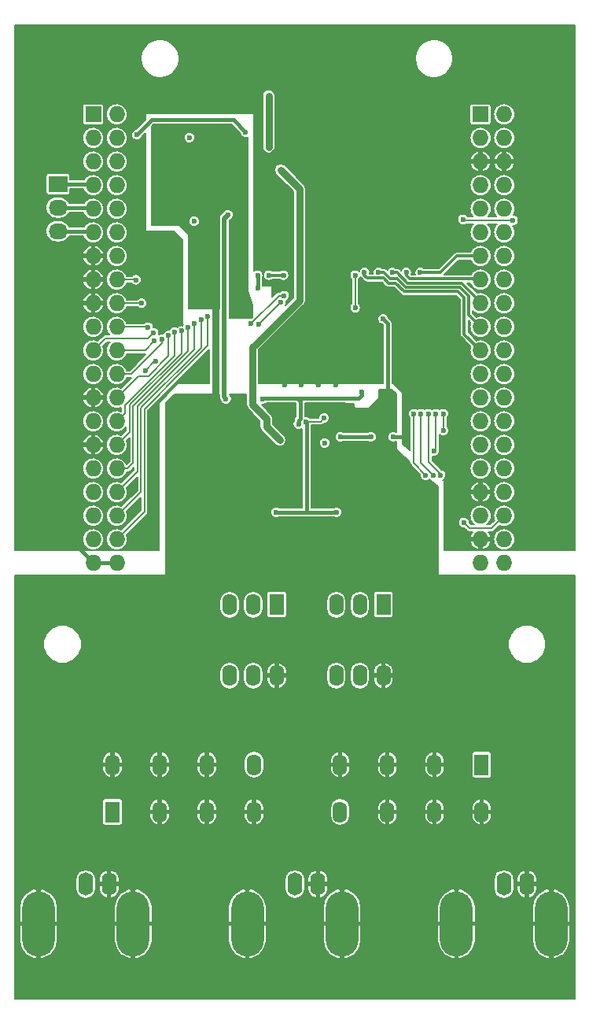
<source format=gbr>
G04 #@! TF.FileFunction,Copper,L2,Bot,Signal*
%FSLAX46Y46*%
G04 Gerber Fmt 4.6, Leading zero omitted, Abs format (unit mm)*
G04 Created by KiCad (PCBNEW (2015-07-28 BZR 6012)-product) date Fr 07 Aug 2015 18:57:51 CEST*
%MOMM*%
G01*
G04 APERTURE LIST*
%ADD10C,0.100000*%
%ADD11R,1.727200X1.727200*%
%ADD12O,1.727200X1.727200*%
%ADD13O,3.500120X7.000240*%
%ADD14O,1.600200X2.499360*%
%ADD15R,2.032000X1.727200*%
%ADD16O,2.032000X1.727200*%
%ADD17R,1.574800X2.286000*%
%ADD18O,1.574800X2.286000*%
%ADD19C,0.600000*%
%ADD20C,0.406400*%
%ADD21C,0.200000*%
%ADD22C,0.254000*%
%ADD23C,0.304800*%
%ADD24C,0.203200*%
%ADD25C,0.508000*%
%ADD26C,0.762000*%
G04 APERTURE END LIST*
D10*
D11*
X102000000Y-67000000D03*
D12*
X104540000Y-67000000D03*
X102000000Y-69540000D03*
X104540000Y-69540000D03*
X102000000Y-72080000D03*
X104540000Y-72080000D03*
X102000000Y-74620000D03*
X104540000Y-74620000D03*
X102000000Y-77160000D03*
X104540000Y-77160000D03*
X102000000Y-79700000D03*
X104540000Y-79700000D03*
X102000000Y-82240000D03*
X104540000Y-82240000D03*
X102000000Y-84780000D03*
X104540000Y-84780000D03*
X102000000Y-87320000D03*
X104540000Y-87320000D03*
X102000000Y-89860000D03*
X104540000Y-89860000D03*
X102000000Y-92400000D03*
X104540000Y-92400000D03*
X102000000Y-94940000D03*
X104540000Y-94940000D03*
X102000000Y-97480000D03*
X104540000Y-97480000D03*
X102000000Y-100020000D03*
X104540000Y-100020000D03*
X102000000Y-102560000D03*
X104540000Y-102560000D03*
X102000000Y-105100000D03*
X104540000Y-105100000D03*
X102000000Y-107640000D03*
X104540000Y-107640000D03*
X102000000Y-110180000D03*
X104540000Y-110180000D03*
X102000000Y-112720000D03*
X104540000Y-112720000D03*
X102000000Y-115260000D03*
X104540000Y-115260000D03*
D11*
X60300000Y-67000000D03*
D12*
X62840000Y-67000000D03*
X60300000Y-69540000D03*
X62840000Y-69540000D03*
X60300000Y-72080000D03*
X62840000Y-72080000D03*
X60300000Y-74620000D03*
X62840000Y-74620000D03*
X60300000Y-77160000D03*
X62840000Y-77160000D03*
X60300000Y-79700000D03*
X62840000Y-79700000D03*
X60300000Y-82240000D03*
X62840000Y-82240000D03*
X60300000Y-84780000D03*
X62840000Y-84780000D03*
X60300000Y-87320000D03*
X62840000Y-87320000D03*
X60300000Y-89860000D03*
X62840000Y-89860000D03*
X60300000Y-92400000D03*
X62840000Y-92400000D03*
X60300000Y-94940000D03*
X62840000Y-94940000D03*
X60300000Y-97480000D03*
X62840000Y-97480000D03*
X60300000Y-100020000D03*
X62840000Y-100020000D03*
X60300000Y-102560000D03*
X62840000Y-102560000D03*
X60300000Y-105100000D03*
X62840000Y-105100000D03*
X60300000Y-107640000D03*
X62840000Y-107640000D03*
X60300000Y-110180000D03*
X62840000Y-110180000D03*
X60300000Y-112720000D03*
X62840000Y-112720000D03*
X60300000Y-115260000D03*
X62840000Y-115260000D03*
D13*
X109597780Y-154063400D03*
X99399680Y-154063400D03*
D14*
X104500000Y-149798740D03*
X106999360Y-149798740D03*
D13*
X87097780Y-154063400D03*
X76899680Y-154063400D03*
D14*
X82000000Y-149798740D03*
X84499360Y-149798740D03*
D13*
X64597780Y-154063400D03*
X54399680Y-154063400D03*
D14*
X59500000Y-149798740D03*
X61999360Y-149798740D03*
D15*
X56500000Y-74500000D03*
D16*
X56500000Y-77040000D03*
X56500000Y-79580000D03*
D17*
X91540000Y-119740000D03*
D18*
X89000000Y-119740000D03*
X86460000Y-119740000D03*
X86460000Y-127360000D03*
X89000000Y-127360000D03*
X91540000Y-127360000D03*
D17*
X80040000Y-119740000D03*
D18*
X77500000Y-119740000D03*
X74960000Y-119740000D03*
X74960000Y-127360000D03*
X77500000Y-127360000D03*
X80040000Y-127360000D03*
D17*
X102120000Y-136960000D03*
D18*
X102120000Y-142040000D03*
X97040000Y-136960000D03*
X97040000Y-142040000D03*
X91960000Y-136960000D03*
X91960000Y-142040000D03*
X86880000Y-136960000D03*
X86880000Y-142040000D03*
D17*
X62380000Y-142040000D03*
D18*
X62380000Y-136960000D03*
X67460000Y-142040000D03*
X67460000Y-136960000D03*
X72540000Y-142040000D03*
X72540000Y-136960000D03*
X77620000Y-142040000D03*
X77620000Y-136960000D03*
D19*
X65100000Y-66600000D03*
X92600000Y-101700000D03*
X90200000Y-101700000D03*
X86900000Y-101700000D03*
X86406250Y-94268750D03*
X86406250Y-96106250D03*
X84568750Y-96106250D03*
X82731250Y-96106250D03*
X80893750Y-96106250D03*
X92500000Y-78200000D03*
X86600000Y-73000000D03*
X85500000Y-74500000D03*
X71150000Y-78500000D03*
X80250000Y-67600000D03*
X82731250Y-90593750D03*
X92200000Y-68500000D03*
X70650000Y-69500000D03*
X82750000Y-67600000D03*
X86000000Y-70350000D03*
X85210000Y-102350000D03*
X84568750Y-94268750D03*
X82731250Y-94268750D03*
X80893750Y-94268750D03*
X80893750Y-92431250D03*
X82731250Y-92431250D03*
X84568750Y-92431250D03*
X86406250Y-92431250D03*
X86406250Y-90593750D03*
X84568750Y-90593750D03*
X80893750Y-90593750D03*
X80800000Y-84300000D03*
X79200000Y-84300000D03*
X88500000Y-87800000D03*
X88500000Y-84300000D03*
X78000000Y-84300000D03*
X78000000Y-85700000D03*
X65000000Y-69200000D03*
X76700000Y-68900000D03*
X91990000Y-96800000D03*
X91500000Y-89000000D03*
X73500000Y-86800000D03*
X73400000Y-78000000D03*
X73150000Y-70750000D03*
X73500000Y-99500000D03*
X76300000Y-88148380D03*
X73400000Y-69500000D03*
X74900000Y-75500000D03*
X69400000Y-75750000D03*
X90250000Y-112050000D03*
X87750000Y-112050000D03*
X78750000Y-112050000D03*
X76250000Y-112050000D03*
X89230000Y-99730000D03*
X81850000Y-101710000D03*
X77450000Y-99750000D03*
X87150000Y-98850000D03*
X85150000Y-98850000D03*
X83400000Y-98850000D03*
X81900000Y-98850000D03*
X80150000Y-98850000D03*
X80400000Y-102050000D03*
X80500000Y-73000000D03*
X80000000Y-109800000D03*
X86500000Y-109800000D03*
X83180000Y-100050000D03*
X85170000Y-99650000D03*
X74800000Y-77800000D03*
X74600000Y-97600000D03*
X89200000Y-96900000D03*
X78500000Y-97650000D03*
X82400000Y-100300000D03*
X64900000Y-84800000D03*
X65500000Y-87300000D03*
X66200000Y-89900000D03*
X66800000Y-90500000D03*
X66900000Y-91400000D03*
X67700000Y-91200000D03*
X68400000Y-90800000D03*
X65885059Y-94581050D03*
X67000000Y-93600000D03*
X69057526Y-90406067D03*
X69800000Y-90300000D03*
X70500000Y-89900000D03*
X71200000Y-89500000D03*
X80495170Y-87223705D03*
X78140054Y-89540054D03*
X71900000Y-89100000D03*
X80848380Y-86500000D03*
X77300000Y-89500000D03*
X72600000Y-88700000D03*
X95500000Y-84000000D03*
X94000000Y-84000000D03*
X92500000Y-84000000D03*
X91000000Y-84000000D03*
X89500000Y-84000000D03*
X98000000Y-101000000D03*
X98000000Y-99200000D03*
X97200000Y-99200000D03*
X97000000Y-103200000D03*
X97700000Y-105800000D03*
X96400000Y-99200000D03*
X105500000Y-78400000D03*
X100100000Y-78300000D03*
X100200000Y-110900000D03*
X96900000Y-105800000D03*
X95600000Y-99200000D03*
X96100000Y-105800000D03*
X94800000Y-99200000D03*
X79200000Y-65000000D03*
X79200000Y-70500000D03*
D20*
X62840000Y-115260000D02*
X60300000Y-115260000D01*
X60300000Y-115260000D02*
X58100000Y-113060000D01*
X58100000Y-113060000D02*
X58100000Y-111800000D01*
X92600000Y-101700000D02*
X94000000Y-101700000D01*
X86900000Y-101700000D02*
X90200000Y-101700000D01*
X86406250Y-96106250D02*
X86406250Y-94268750D01*
D21*
X86400000Y-94262500D02*
X86406250Y-94268750D01*
X86400000Y-94250000D02*
X86400000Y-94262500D01*
X86400000Y-96112500D02*
X86406250Y-96106250D01*
X86400000Y-96112500D02*
X86400000Y-96150000D01*
D20*
X82731250Y-96106250D02*
X82731250Y-95768750D01*
D21*
X84562500Y-96100000D02*
X84568750Y-96106250D01*
X84550000Y-96100000D02*
X84562500Y-96100000D01*
X82737500Y-96100000D02*
X82731250Y-96106250D01*
X82737500Y-96100000D02*
X82750000Y-96100000D01*
D20*
X83962500Y-95500000D02*
X84568750Y-96106250D01*
X83000000Y-95500000D02*
X83962500Y-95500000D01*
X82731250Y-95768750D02*
X83000000Y-95500000D01*
X80893750Y-94268750D02*
X80893750Y-96106250D01*
D21*
X80893750Y-96106250D02*
X80900000Y-96100000D01*
D22*
X82637500Y-90500000D02*
X82500000Y-90500000D01*
X82731250Y-90593750D02*
X82637500Y-90500000D01*
D21*
X84568750Y-94268750D02*
X84550000Y-94250000D01*
X82731250Y-94268750D02*
X82750000Y-94250000D01*
X80900000Y-94250000D02*
X80900000Y-94262500D01*
X80900000Y-94262500D02*
X80893750Y-94268750D01*
X80900000Y-92450000D02*
X80900000Y-92437500D01*
X80900000Y-92437500D02*
X80893750Y-92431250D01*
X82731250Y-92431250D02*
X82750000Y-92450000D01*
X84568750Y-92431250D02*
X84550000Y-92450000D01*
X86400000Y-92450000D02*
X86400000Y-92437500D01*
X86400000Y-92437500D02*
X86406250Y-92431250D01*
X86406250Y-90593750D02*
X86400000Y-90600000D01*
X84550000Y-90600000D02*
X84562500Y-90600000D01*
X84562500Y-90600000D02*
X84568750Y-90593750D01*
X80893750Y-90593750D02*
X80900000Y-90600000D01*
D23*
X79200000Y-84300000D02*
X80800000Y-84300000D01*
D24*
X88500000Y-87800000D02*
X88500000Y-84300000D01*
D20*
X78000000Y-85700000D02*
X78000000Y-84300000D01*
X65000000Y-69200000D02*
X66600000Y-67600000D01*
X66600000Y-67600000D02*
X75400000Y-67600000D01*
X75400000Y-67600000D02*
X76700000Y-68900000D01*
X91990000Y-96800000D02*
X91990000Y-89490000D01*
X91990000Y-89490000D02*
X91500000Y-89000000D01*
D25*
X73500000Y-86800000D02*
X73500000Y-86500000D01*
X73500000Y-86500000D02*
X73500000Y-86850000D01*
D26*
X73500000Y-81000000D02*
X73500000Y-78100000D01*
X73500000Y-81000000D02*
X73500000Y-86500000D01*
X73500000Y-78100000D02*
X73400000Y-78000000D01*
X73500000Y-86850000D02*
X73500000Y-86500000D01*
X73500000Y-87000000D02*
X73500000Y-86500000D01*
X73500000Y-99500000D02*
X73500000Y-87000000D01*
X82500000Y-80500000D02*
X82500000Y-75000000D01*
X77475000Y-92025000D02*
X77750000Y-91750000D01*
X80400000Y-102050000D02*
X78925000Y-100575000D01*
X78925000Y-100575000D02*
X78925000Y-99700000D01*
X78925000Y-99700000D02*
X77475000Y-98250000D01*
X82500000Y-80500000D02*
X82500000Y-87000000D01*
X77750000Y-91750000D02*
X82500000Y-87000000D01*
X77475000Y-98250000D02*
X77475000Y-92025000D01*
X82500000Y-75000000D02*
X80500000Y-73000000D01*
D20*
X83250000Y-109800000D02*
X83250000Y-100120000D01*
X83250000Y-100120000D02*
X83180000Y-100050000D01*
X83250000Y-109800000D02*
X86500000Y-109800000D01*
X80000000Y-109800000D02*
X83250000Y-109800000D01*
D24*
X84770000Y-100050000D02*
X83180000Y-100050000D01*
X85170000Y-99650000D02*
X84770000Y-100050000D01*
D25*
X74400000Y-78200000D02*
X74800000Y-77800000D01*
X74400000Y-97400000D02*
X74400000Y-78200000D01*
X74600000Y-97600000D02*
X74400000Y-97400000D01*
D20*
X82250000Y-97550000D02*
X88850000Y-97550000D01*
X89200000Y-97200000D02*
X89200000Y-96900000D01*
X88850000Y-97550000D02*
X89200000Y-97200000D01*
X82400000Y-99900000D02*
X82400000Y-100300000D01*
X82600000Y-99700000D02*
X82400000Y-99900000D01*
X82600000Y-97900000D02*
X82600000Y-99700000D01*
X82250000Y-97550000D02*
X82600000Y-97900000D01*
X78600000Y-97550000D02*
X82250000Y-97550000D01*
X78600000Y-97550000D02*
X78500000Y-97650000D01*
X56500000Y-74500000D02*
X60180000Y-74500000D01*
X60180000Y-74500000D02*
X60300000Y-74620000D01*
X56500000Y-77040000D02*
X60180000Y-77040000D01*
X60180000Y-77040000D02*
X60300000Y-77160000D01*
X56500000Y-79580000D02*
X60180000Y-79580000D01*
X60180000Y-79580000D02*
X60300000Y-79700000D01*
D24*
X64880000Y-84780000D02*
X62840000Y-84780000D01*
X64900000Y-84800000D02*
X64880000Y-84780000D01*
X65480000Y-87320000D02*
X62840000Y-87320000D01*
X65500000Y-87300000D02*
X65480000Y-87320000D01*
X66160000Y-89860000D02*
X62840000Y-89860000D01*
X66200000Y-89900000D02*
X66160000Y-89860000D01*
X66800000Y-90500000D02*
X66200000Y-91100000D01*
X66200000Y-91100000D02*
X61600000Y-91100000D01*
X61600000Y-91100000D02*
X60300000Y-92400000D01*
X65900000Y-92400000D02*
X62840000Y-92400000D01*
X66900000Y-91400000D02*
X65900000Y-92400000D01*
X64384264Y-94940000D02*
X67700000Y-91624264D01*
X62840000Y-94940000D02*
X64384264Y-94940000D01*
X67700000Y-91624264D02*
X67700000Y-91200000D01*
X63703599Y-96616401D02*
X62840000Y-97480000D01*
X65173210Y-95146790D02*
X63703599Y-96616401D01*
X66253696Y-95146790D02*
X65173210Y-95146790D01*
X68400000Y-93000486D02*
X66253696Y-95146790D01*
X68400000Y-90800000D02*
X68400000Y-93000486D01*
X67000000Y-93600000D02*
X66866109Y-93600000D01*
X66866109Y-93600000D02*
X65885059Y-94581050D01*
X69057526Y-92942474D02*
X69057526Y-90830331D01*
X62840000Y-100020000D02*
X63703599Y-99156401D01*
X63703599Y-98296401D02*
X69057526Y-92942474D01*
X69057526Y-90830331D02*
X69057526Y-90406067D01*
X63703599Y-99156401D02*
X63703599Y-98296401D01*
X64246790Y-98255156D02*
X69800000Y-92701946D01*
X64246790Y-101153210D02*
X64246790Y-98255156D01*
X62840000Y-102560000D02*
X64246790Y-101153210D01*
X69800000Y-90724264D02*
X69800000Y-90300000D01*
X69800000Y-92701946D02*
X69800000Y-90724264D01*
X70500000Y-89900000D02*
X70500000Y-92501459D01*
X64600000Y-98401459D02*
X64600000Y-103159503D01*
X70500000Y-92501459D02*
X64600000Y-98401459D01*
X64000000Y-105100000D02*
X62840000Y-105100000D01*
X64600000Y-104500000D02*
X64000000Y-105100000D01*
X64600000Y-103159503D02*
X64600000Y-103500000D01*
X64600000Y-103159503D02*
X64600000Y-104500000D01*
X63703599Y-106776401D02*
X62840000Y-107640000D01*
X65093582Y-105386418D02*
X63703599Y-106776401D01*
X71200000Y-92300974D02*
X65093582Y-98407392D01*
X71200000Y-89500000D02*
X71200000Y-92300974D01*
X65093582Y-98407392D02*
X65093582Y-105386418D01*
X80456403Y-87223705D02*
X80495170Y-87223705D01*
X78140054Y-89540054D02*
X80456403Y-87223705D01*
X71900000Y-92100486D02*
X71900000Y-89524264D01*
X65446790Y-107573210D02*
X65446791Y-98553695D01*
X65446791Y-98553695D02*
X71900000Y-92100486D01*
X62840000Y-110180000D02*
X65446790Y-107573210D01*
X71900000Y-89524264D02*
X71900000Y-89100000D01*
X80300000Y-86500000D02*
X80424116Y-86500000D01*
X80424116Y-86500000D02*
X80848380Y-86500000D01*
X77300000Y-89500000D02*
X80300000Y-86500000D01*
X69800000Y-94700000D02*
X72600000Y-91900000D01*
X72600000Y-91900000D02*
X72600000Y-88700000D01*
X65800000Y-98700000D02*
X69800000Y-94700000D01*
X65800000Y-109760000D02*
X65800000Y-98700000D01*
X62840000Y-112720000D02*
X65800000Y-109760000D01*
D23*
X102000000Y-82240000D02*
X99460000Y-82240000D01*
X97700000Y-84000000D02*
X95500000Y-84000000D01*
X99460000Y-82240000D02*
X97700000Y-84000000D01*
X94000000Y-84000000D02*
X94000000Y-84300000D01*
X94400000Y-84700000D02*
X101920000Y-84700000D01*
X94000000Y-84300000D02*
X94400000Y-84700000D01*
X101920000Y-84700000D02*
X102000000Y-84780000D01*
X92500000Y-84000000D02*
X93000000Y-84000000D01*
X99954802Y-85154802D02*
X102000000Y-87200000D01*
X94154802Y-85154802D02*
X99954802Y-85154802D01*
X93000000Y-84000000D02*
X94154802Y-85154802D01*
X102000000Y-87200000D02*
X102000000Y-87320000D01*
X91000000Y-84000000D02*
X91600000Y-84000000D01*
X100700000Y-88560000D02*
X102000000Y-89860000D01*
X100700000Y-86543188D02*
X100700000Y-88560000D01*
X99766416Y-85609604D02*
X100700000Y-86543188D01*
X93966416Y-85609604D02*
X99766416Y-85609604D01*
X93056812Y-84700000D02*
X93966416Y-85609604D01*
X92300000Y-84700000D02*
X93056812Y-84700000D01*
X91600000Y-84000000D02*
X92300000Y-84700000D01*
X89500000Y-84000000D02*
X89500000Y-84300000D01*
X100245198Y-90645198D02*
X102000000Y-92400000D01*
X100245198Y-86731574D02*
X100245198Y-90645198D01*
X99578030Y-86064406D02*
X100245198Y-86731574D01*
X93778030Y-86064406D02*
X99578030Y-86064406D01*
X92868426Y-85154802D02*
X93778030Y-86064406D01*
X92111614Y-85154802D02*
X92868426Y-85154802D01*
X91578406Y-84621594D02*
X92111614Y-85154802D01*
X89821594Y-84621594D02*
X91578406Y-84621594D01*
X89500000Y-84300000D02*
X89821594Y-84621594D01*
D24*
X98000000Y-101000000D02*
X98000000Y-99200000D01*
X97200000Y-103000000D02*
X97200000Y-99200000D01*
X97000000Y-103200000D02*
X97200000Y-103000000D01*
X97700000Y-105700000D02*
X97700000Y-105800000D01*
X96400000Y-104400000D02*
X97700000Y-105700000D01*
X96400000Y-103100000D02*
X96400000Y-104400000D01*
X96400000Y-99200000D02*
X96400000Y-103100000D01*
X100200000Y-78400000D02*
X105500000Y-78400000D01*
X100100000Y-78300000D02*
X100200000Y-78400000D01*
X104540000Y-110180000D02*
X104520000Y-110180000D01*
X104520000Y-110180000D02*
X103200000Y-111500000D01*
X103200000Y-111500000D02*
X100800000Y-111500000D01*
X100800000Y-111500000D02*
X100200000Y-110900000D01*
X95600000Y-104500000D02*
X96900000Y-105800000D01*
X95600000Y-103300000D02*
X95600000Y-104500000D01*
X95600000Y-99200000D02*
X95600000Y-103300000D01*
X96100000Y-105800000D02*
X94800000Y-104500000D01*
X94800000Y-104500000D02*
X94800000Y-99200000D01*
D26*
X79200000Y-70500000D02*
X79200000Y-65000000D01*
D21*
G36*
X76099902Y-69011534D02*
X76099896Y-69018824D01*
X76191048Y-69239429D01*
X76359683Y-69408359D01*
X76580129Y-69499896D01*
X76818824Y-69500104D01*
X76900000Y-69466563D01*
X76900000Y-86000000D01*
X76905132Y-86031623D01*
X77400000Y-87516227D01*
X77400000Y-88832052D01*
X77332052Y-88900000D01*
X77300934Y-88900000D01*
X77181176Y-88899896D01*
X77180924Y-88900000D01*
X74954000Y-88900000D01*
X74954000Y-78429474D01*
X75028819Y-78354655D01*
X75139429Y-78308952D01*
X75308359Y-78140317D01*
X75399896Y-77919871D01*
X75400104Y-77681176D01*
X75308952Y-77460571D01*
X75140317Y-77291641D01*
X74919871Y-77200104D01*
X74681176Y-77199896D01*
X74460571Y-77291048D01*
X74291641Y-77459683D01*
X74245342Y-77571184D01*
X74008263Y-77808263D01*
X73888171Y-77987993D01*
X73846000Y-78200000D01*
X73846000Y-87900000D01*
X70600000Y-87900000D01*
X70600000Y-80000000D01*
X70592121Y-79961094D01*
X70570711Y-79929289D01*
X69570711Y-78929289D01*
X69537629Y-78907350D01*
X69500000Y-78900000D01*
X66600000Y-78900000D01*
X66600000Y-78618824D01*
X70549896Y-78618824D01*
X70641048Y-78839429D01*
X70809683Y-79008359D01*
X71030129Y-79099896D01*
X71268824Y-79100104D01*
X71489429Y-79008952D01*
X71658359Y-78840317D01*
X71749896Y-78619871D01*
X71750104Y-78381176D01*
X71658952Y-78160571D01*
X71490317Y-77991641D01*
X71269871Y-77900104D01*
X71031176Y-77899896D01*
X70810571Y-77991048D01*
X70641641Y-78159683D01*
X70550104Y-78380129D01*
X70549896Y-78618824D01*
X66600000Y-78618824D01*
X66600000Y-69618824D01*
X70049896Y-69618824D01*
X70141048Y-69839429D01*
X70309683Y-70008359D01*
X70530129Y-70099896D01*
X70768824Y-70100104D01*
X70989429Y-70008952D01*
X71158359Y-69840317D01*
X71249896Y-69619871D01*
X71250104Y-69381176D01*
X71158952Y-69160571D01*
X70990317Y-68991641D01*
X70769871Y-68900104D01*
X70531176Y-68899896D01*
X70310571Y-68991048D01*
X70141641Y-69159683D01*
X70050104Y-69380129D01*
X70049896Y-69618824D01*
X66600000Y-69618824D01*
X66600000Y-68311632D01*
X66808432Y-68103200D01*
X75191568Y-68103200D01*
X76099902Y-69011534D01*
X76099902Y-69011534D01*
G37*
X76099902Y-69011534D02*
X76099896Y-69018824D01*
X76191048Y-69239429D01*
X76359683Y-69408359D01*
X76580129Y-69499896D01*
X76818824Y-69500104D01*
X76900000Y-69466563D01*
X76900000Y-86000000D01*
X76905132Y-86031623D01*
X77400000Y-87516227D01*
X77400000Y-88832052D01*
X77332052Y-88900000D01*
X77300934Y-88900000D01*
X77181176Y-88899896D01*
X77180924Y-88900000D01*
X74954000Y-88900000D01*
X74954000Y-78429474D01*
X75028819Y-78354655D01*
X75139429Y-78308952D01*
X75308359Y-78140317D01*
X75399896Y-77919871D01*
X75400104Y-77681176D01*
X75308952Y-77460571D01*
X75140317Y-77291641D01*
X74919871Y-77200104D01*
X74681176Y-77199896D01*
X74460571Y-77291048D01*
X74291641Y-77459683D01*
X74245342Y-77571184D01*
X74008263Y-77808263D01*
X73888171Y-77987993D01*
X73846000Y-78200000D01*
X73846000Y-87900000D01*
X70600000Y-87900000D01*
X70600000Y-80000000D01*
X70592121Y-79961094D01*
X70570711Y-79929289D01*
X69570711Y-78929289D01*
X69537629Y-78907350D01*
X69500000Y-78900000D01*
X66600000Y-78900000D01*
X66600000Y-78618824D01*
X70549896Y-78618824D01*
X70641048Y-78839429D01*
X70809683Y-79008359D01*
X71030129Y-79099896D01*
X71268824Y-79100104D01*
X71489429Y-79008952D01*
X71658359Y-78840317D01*
X71749896Y-78619871D01*
X71750104Y-78381176D01*
X71658952Y-78160571D01*
X71490317Y-77991641D01*
X71269871Y-77900104D01*
X71031176Y-77899896D01*
X70810571Y-77991048D01*
X70641641Y-78159683D01*
X70550104Y-78380129D01*
X70549896Y-78618824D01*
X66600000Y-78618824D01*
X66600000Y-69618824D01*
X70049896Y-69618824D01*
X70141048Y-69839429D01*
X70309683Y-70008359D01*
X70530129Y-70099896D01*
X70768824Y-70100104D01*
X70989429Y-70008952D01*
X71158359Y-69840317D01*
X71249896Y-69619871D01*
X71250104Y-69381176D01*
X71158952Y-69160571D01*
X70990317Y-68991641D01*
X70769871Y-68900104D01*
X70531176Y-68899896D01*
X70310571Y-68991048D01*
X70141641Y-69159683D01*
X70050104Y-69380129D01*
X70049896Y-69618824D01*
X66600000Y-69618824D01*
X66600000Y-68311632D01*
X66808432Y-68103200D01*
X75191568Y-68103200D01*
X76099902Y-69011534D01*
G36*
X92900000Y-97041422D02*
X92900000Y-101174900D01*
X92719871Y-101100104D01*
X92481176Y-101099896D01*
X92260571Y-101191048D01*
X92091641Y-101359683D01*
X92000104Y-101580129D01*
X91999896Y-101818824D01*
X92091048Y-102039429D01*
X92259683Y-102208359D01*
X92480129Y-102299896D01*
X92718824Y-102300104D01*
X92900000Y-102225244D01*
X92900000Y-103000000D01*
X92907879Y-103038906D01*
X92933564Y-103074741D01*
X94398400Y-104376817D01*
X94398400Y-104500000D01*
X94428970Y-104653686D01*
X94507377Y-104771030D01*
X94516026Y-104783974D01*
X95500027Y-105767975D01*
X95499896Y-105918824D01*
X95591048Y-106139429D01*
X95759683Y-106308359D01*
X95980129Y-106399896D01*
X96218824Y-106400104D01*
X96439429Y-106308952D01*
X96499958Y-106248529D01*
X96559683Y-106308359D01*
X96581643Y-106317478D01*
X97400000Y-107044906D01*
X97400000Y-116500000D01*
X97407879Y-116538906D01*
X97430273Y-116571681D01*
X97463654Y-116593161D01*
X97500000Y-116600000D01*
X112125000Y-116600000D01*
X112125000Y-162125000D01*
X51875000Y-162125000D01*
X51875000Y-154217400D01*
X52349620Y-154217400D01*
X52349620Y-155967460D01*
X52564605Y-156740261D01*
X53058963Y-157371965D01*
X53757433Y-157766401D01*
X53927782Y-157808469D01*
X54245680Y-157782507D01*
X54245680Y-154217400D01*
X54553680Y-154217400D01*
X54553680Y-157782507D01*
X54871578Y-157808469D01*
X55041927Y-157766401D01*
X55740397Y-157371965D01*
X56234755Y-156740261D01*
X56449740Y-155967460D01*
X56449740Y-154217400D01*
X62547720Y-154217400D01*
X62547720Y-155967460D01*
X62762705Y-156740261D01*
X63257063Y-157371965D01*
X63955533Y-157766401D01*
X64125882Y-157808469D01*
X64443780Y-157782507D01*
X64443780Y-154217400D01*
X64751780Y-154217400D01*
X64751780Y-157782507D01*
X65069678Y-157808469D01*
X65240027Y-157766401D01*
X65938497Y-157371965D01*
X66432855Y-156740261D01*
X66647840Y-155967460D01*
X66647840Y-154217400D01*
X74849620Y-154217400D01*
X74849620Y-155967460D01*
X75064605Y-156740261D01*
X75558963Y-157371965D01*
X76257433Y-157766401D01*
X76427782Y-157808469D01*
X76745680Y-157782507D01*
X76745680Y-154217400D01*
X77053680Y-154217400D01*
X77053680Y-157782507D01*
X77371578Y-157808469D01*
X77541927Y-157766401D01*
X78240397Y-157371965D01*
X78734755Y-156740261D01*
X78949740Y-155967460D01*
X78949740Y-154217400D01*
X85047720Y-154217400D01*
X85047720Y-155967460D01*
X85262705Y-156740261D01*
X85757063Y-157371965D01*
X86455533Y-157766401D01*
X86625882Y-157808469D01*
X86943780Y-157782507D01*
X86943780Y-154217400D01*
X87251780Y-154217400D01*
X87251780Y-157782507D01*
X87569678Y-157808469D01*
X87740027Y-157766401D01*
X88438497Y-157371965D01*
X88932855Y-156740261D01*
X89147840Y-155967460D01*
X89147840Y-154217400D01*
X97349620Y-154217400D01*
X97349620Y-155967460D01*
X97564605Y-156740261D01*
X98058963Y-157371965D01*
X98757433Y-157766401D01*
X98927782Y-157808469D01*
X99245680Y-157782507D01*
X99245680Y-154217400D01*
X99553680Y-154217400D01*
X99553680Y-157782507D01*
X99871578Y-157808469D01*
X100041927Y-157766401D01*
X100740397Y-157371965D01*
X101234755Y-156740261D01*
X101449740Y-155967460D01*
X101449740Y-154217400D01*
X107547720Y-154217400D01*
X107547720Y-155967460D01*
X107762705Y-156740261D01*
X108257063Y-157371965D01*
X108955533Y-157766401D01*
X109125882Y-157808469D01*
X109443780Y-157782507D01*
X109443780Y-154217400D01*
X109751780Y-154217400D01*
X109751780Y-157782507D01*
X110069678Y-157808469D01*
X110240027Y-157766401D01*
X110938497Y-157371965D01*
X111432855Y-156740261D01*
X111647840Y-155967460D01*
X111647840Y-154217400D01*
X109751780Y-154217400D01*
X109443780Y-154217400D01*
X107547720Y-154217400D01*
X101449740Y-154217400D01*
X99553680Y-154217400D01*
X99245680Y-154217400D01*
X97349620Y-154217400D01*
X89147840Y-154217400D01*
X87251780Y-154217400D01*
X86943780Y-154217400D01*
X85047720Y-154217400D01*
X78949740Y-154217400D01*
X77053680Y-154217400D01*
X76745680Y-154217400D01*
X74849620Y-154217400D01*
X66647840Y-154217400D01*
X64751780Y-154217400D01*
X64443780Y-154217400D01*
X62547720Y-154217400D01*
X56449740Y-154217400D01*
X54553680Y-154217400D01*
X54245680Y-154217400D01*
X52349620Y-154217400D01*
X51875000Y-154217400D01*
X51875000Y-152159340D01*
X52349620Y-152159340D01*
X52349620Y-153909400D01*
X54245680Y-153909400D01*
X54245680Y-150344293D01*
X54553680Y-150344293D01*
X54553680Y-153909400D01*
X56449740Y-153909400D01*
X56449740Y-152159340D01*
X62547720Y-152159340D01*
X62547720Y-153909400D01*
X64443780Y-153909400D01*
X64443780Y-150344293D01*
X64751780Y-150344293D01*
X64751780Y-153909400D01*
X66647840Y-153909400D01*
X66647840Y-152159340D01*
X74849620Y-152159340D01*
X74849620Y-153909400D01*
X76745680Y-153909400D01*
X76745680Y-150344293D01*
X77053680Y-150344293D01*
X77053680Y-153909400D01*
X78949740Y-153909400D01*
X78949740Y-152159340D01*
X85047720Y-152159340D01*
X85047720Y-153909400D01*
X86943780Y-153909400D01*
X86943780Y-150344293D01*
X87251780Y-150344293D01*
X87251780Y-153909400D01*
X89147840Y-153909400D01*
X89147840Y-152159340D01*
X97349620Y-152159340D01*
X97349620Y-153909400D01*
X99245680Y-153909400D01*
X99245680Y-150344293D01*
X99553680Y-150344293D01*
X99553680Y-153909400D01*
X101449740Y-153909400D01*
X101449740Y-152159340D01*
X107547720Y-152159340D01*
X107547720Y-153909400D01*
X109443780Y-153909400D01*
X109443780Y-150344293D01*
X109751780Y-150344293D01*
X109751780Y-153909400D01*
X111647840Y-153909400D01*
X111647840Y-152159340D01*
X111432855Y-151386539D01*
X110938497Y-150754835D01*
X110240027Y-150360399D01*
X110069678Y-150318331D01*
X109751780Y-150344293D01*
X109443780Y-150344293D01*
X109125882Y-150318331D01*
X108955533Y-150360399D01*
X108257063Y-150754835D01*
X107762705Y-151386539D01*
X107547720Y-152159340D01*
X101449740Y-152159340D01*
X101234755Y-151386539D01*
X100740397Y-150754835D01*
X100041927Y-150360399D01*
X99871578Y-150318331D01*
X99553680Y-150344293D01*
X99245680Y-150344293D01*
X98927782Y-150318331D01*
X98757433Y-150360399D01*
X98058963Y-150754835D01*
X97564605Y-151386539D01*
X97349620Y-152159340D01*
X89147840Y-152159340D01*
X88932855Y-151386539D01*
X88438497Y-150754835D01*
X87740027Y-150360399D01*
X87569678Y-150318331D01*
X87251780Y-150344293D01*
X86943780Y-150344293D01*
X86625882Y-150318331D01*
X86455533Y-150360399D01*
X85757063Y-150754835D01*
X85262705Y-151386539D01*
X85047720Y-152159340D01*
X78949740Y-152159340D01*
X78734755Y-151386539D01*
X78240397Y-150754835D01*
X77541927Y-150360399D01*
X77371578Y-150318331D01*
X77053680Y-150344293D01*
X76745680Y-150344293D01*
X76427782Y-150318331D01*
X76257433Y-150360399D01*
X75558963Y-150754835D01*
X75064605Y-151386539D01*
X74849620Y-152159340D01*
X66647840Y-152159340D01*
X66432855Y-151386539D01*
X65938497Y-150754835D01*
X65240027Y-150360399D01*
X65069678Y-150318331D01*
X64751780Y-150344293D01*
X64443780Y-150344293D01*
X64125882Y-150318331D01*
X63955533Y-150360399D01*
X63257063Y-150754835D01*
X62762705Y-151386539D01*
X62547720Y-152159340D01*
X56449740Y-152159340D01*
X56234755Y-151386539D01*
X55740397Y-150754835D01*
X55041927Y-150360399D01*
X54871578Y-150318331D01*
X54553680Y-150344293D01*
X54245680Y-150344293D01*
X53927782Y-150318331D01*
X53757433Y-150360399D01*
X53058963Y-150754835D01*
X52564605Y-151386539D01*
X52349620Y-152159340D01*
X51875000Y-152159340D01*
X51875000Y-149318800D01*
X58399900Y-149318800D01*
X58399900Y-150278680D01*
X58483640Y-150699670D01*
X58722112Y-151056568D01*
X59079010Y-151295040D01*
X59500000Y-151378780D01*
X59920990Y-151295040D01*
X60277888Y-151056568D01*
X60516360Y-150699670D01*
X60600100Y-150278680D01*
X60600100Y-149952740D01*
X60899260Y-149952740D01*
X60899260Y-150402320D01*
X61041933Y-150811587D01*
X61330366Y-151135102D01*
X61676857Y-151300086D01*
X61845360Y-151261786D01*
X61845360Y-149952740D01*
X62153360Y-149952740D01*
X62153360Y-151261786D01*
X62321863Y-151300086D01*
X62668354Y-151135102D01*
X62956787Y-150811587D01*
X63099460Y-150402320D01*
X63099460Y-149952740D01*
X62153360Y-149952740D01*
X61845360Y-149952740D01*
X60899260Y-149952740D01*
X60600100Y-149952740D01*
X60600100Y-149318800D01*
X60575507Y-149195160D01*
X60899260Y-149195160D01*
X60899260Y-149644740D01*
X61845360Y-149644740D01*
X61845360Y-148335694D01*
X62153360Y-148335694D01*
X62153360Y-149644740D01*
X63099460Y-149644740D01*
X63099460Y-149318800D01*
X80899900Y-149318800D01*
X80899900Y-150278680D01*
X80983640Y-150699670D01*
X81222112Y-151056568D01*
X81579010Y-151295040D01*
X82000000Y-151378780D01*
X82420990Y-151295040D01*
X82777888Y-151056568D01*
X83016360Y-150699670D01*
X83100100Y-150278680D01*
X83100100Y-149952740D01*
X83399260Y-149952740D01*
X83399260Y-150402320D01*
X83541933Y-150811587D01*
X83830366Y-151135102D01*
X84176857Y-151300086D01*
X84345360Y-151261786D01*
X84345360Y-149952740D01*
X84653360Y-149952740D01*
X84653360Y-151261786D01*
X84821863Y-151300086D01*
X85168354Y-151135102D01*
X85456787Y-150811587D01*
X85599460Y-150402320D01*
X85599460Y-149952740D01*
X84653360Y-149952740D01*
X84345360Y-149952740D01*
X83399260Y-149952740D01*
X83100100Y-149952740D01*
X83100100Y-149318800D01*
X83075507Y-149195160D01*
X83399260Y-149195160D01*
X83399260Y-149644740D01*
X84345360Y-149644740D01*
X84345360Y-148335694D01*
X84653360Y-148335694D01*
X84653360Y-149644740D01*
X85599460Y-149644740D01*
X85599460Y-149318800D01*
X103399900Y-149318800D01*
X103399900Y-150278680D01*
X103483640Y-150699670D01*
X103722112Y-151056568D01*
X104079010Y-151295040D01*
X104500000Y-151378780D01*
X104920990Y-151295040D01*
X105277888Y-151056568D01*
X105516360Y-150699670D01*
X105600100Y-150278680D01*
X105600100Y-149952740D01*
X105899260Y-149952740D01*
X105899260Y-150402320D01*
X106041933Y-150811587D01*
X106330366Y-151135102D01*
X106676857Y-151300086D01*
X106845360Y-151261786D01*
X106845360Y-149952740D01*
X107153360Y-149952740D01*
X107153360Y-151261786D01*
X107321863Y-151300086D01*
X107668354Y-151135102D01*
X107956787Y-150811587D01*
X108099460Y-150402320D01*
X108099460Y-149952740D01*
X107153360Y-149952740D01*
X106845360Y-149952740D01*
X105899260Y-149952740D01*
X105600100Y-149952740D01*
X105600100Y-149318800D01*
X105575507Y-149195160D01*
X105899260Y-149195160D01*
X105899260Y-149644740D01*
X106845360Y-149644740D01*
X106845360Y-148335694D01*
X107153360Y-148335694D01*
X107153360Y-149644740D01*
X108099460Y-149644740D01*
X108099460Y-149195160D01*
X107956787Y-148785893D01*
X107668354Y-148462378D01*
X107321863Y-148297394D01*
X107153360Y-148335694D01*
X106845360Y-148335694D01*
X106676857Y-148297394D01*
X106330366Y-148462378D01*
X106041933Y-148785893D01*
X105899260Y-149195160D01*
X105575507Y-149195160D01*
X105516360Y-148897810D01*
X105277888Y-148540912D01*
X104920990Y-148302440D01*
X104500000Y-148218700D01*
X104079010Y-148302440D01*
X103722112Y-148540912D01*
X103483640Y-148897810D01*
X103399900Y-149318800D01*
X85599460Y-149318800D01*
X85599460Y-149195160D01*
X85456787Y-148785893D01*
X85168354Y-148462378D01*
X84821863Y-148297394D01*
X84653360Y-148335694D01*
X84345360Y-148335694D01*
X84176857Y-148297394D01*
X83830366Y-148462378D01*
X83541933Y-148785893D01*
X83399260Y-149195160D01*
X83075507Y-149195160D01*
X83016360Y-148897810D01*
X82777888Y-148540912D01*
X82420990Y-148302440D01*
X82000000Y-148218700D01*
X81579010Y-148302440D01*
X81222112Y-148540912D01*
X80983640Y-148897810D01*
X80899900Y-149318800D01*
X63099460Y-149318800D01*
X63099460Y-149195160D01*
X62956787Y-148785893D01*
X62668354Y-148462378D01*
X62321863Y-148297394D01*
X62153360Y-148335694D01*
X61845360Y-148335694D01*
X61676857Y-148297394D01*
X61330366Y-148462378D01*
X61041933Y-148785893D01*
X60899260Y-149195160D01*
X60575507Y-149195160D01*
X60516360Y-148897810D01*
X60277888Y-148540912D01*
X59920990Y-148302440D01*
X59500000Y-148218700D01*
X59079010Y-148302440D01*
X58722112Y-148540912D01*
X58483640Y-148897810D01*
X58399900Y-149318800D01*
X51875000Y-149318800D01*
X51875000Y-140897000D01*
X61286723Y-140897000D01*
X61286723Y-143183000D01*
X61307642Y-143294173D01*
X61373345Y-143396279D01*
X61473597Y-143464778D01*
X61592600Y-143488877D01*
X63167400Y-143488877D01*
X63278573Y-143467958D01*
X63380679Y-143402255D01*
X63449178Y-143302003D01*
X63473277Y-143183000D01*
X63473277Y-142194000D01*
X66372600Y-142194000D01*
X66372600Y-142549600D01*
X66514307Y-142954007D01*
X66799987Y-143273402D01*
X67139504Y-143434696D01*
X67306000Y-143396219D01*
X67306000Y-142194000D01*
X67614000Y-142194000D01*
X67614000Y-143396219D01*
X67780496Y-143434696D01*
X68120013Y-143273402D01*
X68405693Y-142954007D01*
X68547400Y-142549600D01*
X68547400Y-142194000D01*
X71452600Y-142194000D01*
X71452600Y-142549600D01*
X71594307Y-142954007D01*
X71879987Y-143273402D01*
X72219504Y-143434696D01*
X72386000Y-143396219D01*
X72386000Y-142194000D01*
X72694000Y-142194000D01*
X72694000Y-143396219D01*
X72860496Y-143434696D01*
X73200013Y-143273402D01*
X73485693Y-142954007D01*
X73627400Y-142549600D01*
X73627400Y-142194000D01*
X76532600Y-142194000D01*
X76532600Y-142549600D01*
X76674307Y-142954007D01*
X76959987Y-143273402D01*
X77299504Y-143434696D01*
X77466000Y-143396219D01*
X77466000Y-142194000D01*
X77774000Y-142194000D01*
X77774000Y-143396219D01*
X77940496Y-143434696D01*
X78280013Y-143273402D01*
X78565693Y-142954007D01*
X78707400Y-142549600D01*
X78707400Y-142194000D01*
X77774000Y-142194000D01*
X77466000Y-142194000D01*
X76532600Y-142194000D01*
X73627400Y-142194000D01*
X72694000Y-142194000D01*
X72386000Y-142194000D01*
X71452600Y-142194000D01*
X68547400Y-142194000D01*
X67614000Y-142194000D01*
X67306000Y-142194000D01*
X66372600Y-142194000D01*
X63473277Y-142194000D01*
X63473277Y-141530400D01*
X66372600Y-141530400D01*
X66372600Y-141886000D01*
X67306000Y-141886000D01*
X67306000Y-140683781D01*
X67614000Y-140683781D01*
X67614000Y-141886000D01*
X68547400Y-141886000D01*
X68547400Y-141530400D01*
X71452600Y-141530400D01*
X71452600Y-141886000D01*
X72386000Y-141886000D01*
X72386000Y-140683781D01*
X72694000Y-140683781D01*
X72694000Y-141886000D01*
X73627400Y-141886000D01*
X73627400Y-141530400D01*
X76532600Y-141530400D01*
X76532600Y-141886000D01*
X77466000Y-141886000D01*
X77466000Y-140683781D01*
X77774000Y-140683781D01*
X77774000Y-141886000D01*
X78707400Y-141886000D01*
X78707400Y-141656130D01*
X85792600Y-141656130D01*
X85792600Y-142423870D01*
X85875373Y-142840000D01*
X86111092Y-143192778D01*
X86463870Y-143428497D01*
X86880000Y-143511270D01*
X87296130Y-143428497D01*
X87648908Y-143192778D01*
X87884627Y-142840000D01*
X87967400Y-142423870D01*
X87967400Y-142194000D01*
X90872600Y-142194000D01*
X90872600Y-142549600D01*
X91014307Y-142954007D01*
X91299987Y-143273402D01*
X91639504Y-143434696D01*
X91806000Y-143396219D01*
X91806000Y-142194000D01*
X92114000Y-142194000D01*
X92114000Y-143396219D01*
X92280496Y-143434696D01*
X92620013Y-143273402D01*
X92905693Y-142954007D01*
X93047400Y-142549600D01*
X93047400Y-142194000D01*
X95952600Y-142194000D01*
X95952600Y-142549600D01*
X96094307Y-142954007D01*
X96379987Y-143273402D01*
X96719504Y-143434696D01*
X96886000Y-143396219D01*
X96886000Y-142194000D01*
X97194000Y-142194000D01*
X97194000Y-143396219D01*
X97360496Y-143434696D01*
X97700013Y-143273402D01*
X97985693Y-142954007D01*
X98127400Y-142549600D01*
X98127400Y-142194000D01*
X101032600Y-142194000D01*
X101032600Y-142549600D01*
X101174307Y-142954007D01*
X101459987Y-143273402D01*
X101799504Y-143434696D01*
X101966000Y-143396219D01*
X101966000Y-142194000D01*
X102274000Y-142194000D01*
X102274000Y-143396219D01*
X102440496Y-143434696D01*
X102780013Y-143273402D01*
X103065693Y-142954007D01*
X103207400Y-142549600D01*
X103207400Y-142194000D01*
X102274000Y-142194000D01*
X101966000Y-142194000D01*
X101032600Y-142194000D01*
X98127400Y-142194000D01*
X97194000Y-142194000D01*
X96886000Y-142194000D01*
X95952600Y-142194000D01*
X93047400Y-142194000D01*
X92114000Y-142194000D01*
X91806000Y-142194000D01*
X90872600Y-142194000D01*
X87967400Y-142194000D01*
X87967400Y-141656130D01*
X87942391Y-141530400D01*
X90872600Y-141530400D01*
X90872600Y-141886000D01*
X91806000Y-141886000D01*
X91806000Y-140683781D01*
X92114000Y-140683781D01*
X92114000Y-141886000D01*
X93047400Y-141886000D01*
X93047400Y-141530400D01*
X95952600Y-141530400D01*
X95952600Y-141886000D01*
X96886000Y-141886000D01*
X96886000Y-140683781D01*
X97194000Y-140683781D01*
X97194000Y-141886000D01*
X98127400Y-141886000D01*
X98127400Y-141530400D01*
X101032600Y-141530400D01*
X101032600Y-141886000D01*
X101966000Y-141886000D01*
X101966000Y-140683781D01*
X102274000Y-140683781D01*
X102274000Y-141886000D01*
X103207400Y-141886000D01*
X103207400Y-141530400D01*
X103065693Y-141125993D01*
X102780013Y-140806598D01*
X102440496Y-140645304D01*
X102274000Y-140683781D01*
X101966000Y-140683781D01*
X101799504Y-140645304D01*
X101459987Y-140806598D01*
X101174307Y-141125993D01*
X101032600Y-141530400D01*
X98127400Y-141530400D01*
X97985693Y-141125993D01*
X97700013Y-140806598D01*
X97360496Y-140645304D01*
X97194000Y-140683781D01*
X96886000Y-140683781D01*
X96719504Y-140645304D01*
X96379987Y-140806598D01*
X96094307Y-141125993D01*
X95952600Y-141530400D01*
X93047400Y-141530400D01*
X92905693Y-141125993D01*
X92620013Y-140806598D01*
X92280496Y-140645304D01*
X92114000Y-140683781D01*
X91806000Y-140683781D01*
X91639504Y-140645304D01*
X91299987Y-140806598D01*
X91014307Y-141125993D01*
X90872600Y-141530400D01*
X87942391Y-141530400D01*
X87884627Y-141240000D01*
X87648908Y-140887222D01*
X87296130Y-140651503D01*
X86880000Y-140568730D01*
X86463870Y-140651503D01*
X86111092Y-140887222D01*
X85875373Y-141240000D01*
X85792600Y-141656130D01*
X78707400Y-141656130D01*
X78707400Y-141530400D01*
X78565693Y-141125993D01*
X78280013Y-140806598D01*
X77940496Y-140645304D01*
X77774000Y-140683781D01*
X77466000Y-140683781D01*
X77299504Y-140645304D01*
X76959987Y-140806598D01*
X76674307Y-141125993D01*
X76532600Y-141530400D01*
X73627400Y-141530400D01*
X73485693Y-141125993D01*
X73200013Y-140806598D01*
X72860496Y-140645304D01*
X72694000Y-140683781D01*
X72386000Y-140683781D01*
X72219504Y-140645304D01*
X71879987Y-140806598D01*
X71594307Y-141125993D01*
X71452600Y-141530400D01*
X68547400Y-141530400D01*
X68405693Y-141125993D01*
X68120013Y-140806598D01*
X67780496Y-140645304D01*
X67614000Y-140683781D01*
X67306000Y-140683781D01*
X67139504Y-140645304D01*
X66799987Y-140806598D01*
X66514307Y-141125993D01*
X66372600Y-141530400D01*
X63473277Y-141530400D01*
X63473277Y-140897000D01*
X63452358Y-140785827D01*
X63386655Y-140683721D01*
X63286403Y-140615222D01*
X63167400Y-140591123D01*
X61592600Y-140591123D01*
X61481427Y-140612042D01*
X61379321Y-140677745D01*
X61310822Y-140777997D01*
X61286723Y-140897000D01*
X51875000Y-140897000D01*
X51875000Y-137114000D01*
X61292600Y-137114000D01*
X61292600Y-137469600D01*
X61434307Y-137874007D01*
X61719987Y-138193402D01*
X62059504Y-138354696D01*
X62226000Y-138316219D01*
X62226000Y-137114000D01*
X62534000Y-137114000D01*
X62534000Y-138316219D01*
X62700496Y-138354696D01*
X63040013Y-138193402D01*
X63325693Y-137874007D01*
X63467400Y-137469600D01*
X63467400Y-137114000D01*
X66372600Y-137114000D01*
X66372600Y-137469600D01*
X66514307Y-137874007D01*
X66799987Y-138193402D01*
X67139504Y-138354696D01*
X67306000Y-138316219D01*
X67306000Y-137114000D01*
X67614000Y-137114000D01*
X67614000Y-138316219D01*
X67780496Y-138354696D01*
X68120013Y-138193402D01*
X68405693Y-137874007D01*
X68547400Y-137469600D01*
X68547400Y-137114000D01*
X71452600Y-137114000D01*
X71452600Y-137469600D01*
X71594307Y-137874007D01*
X71879987Y-138193402D01*
X72219504Y-138354696D01*
X72386000Y-138316219D01*
X72386000Y-137114000D01*
X72694000Y-137114000D01*
X72694000Y-138316219D01*
X72860496Y-138354696D01*
X73200013Y-138193402D01*
X73485693Y-137874007D01*
X73627400Y-137469600D01*
X73627400Y-137114000D01*
X72694000Y-137114000D01*
X72386000Y-137114000D01*
X71452600Y-137114000D01*
X68547400Y-137114000D01*
X67614000Y-137114000D01*
X67306000Y-137114000D01*
X66372600Y-137114000D01*
X63467400Y-137114000D01*
X62534000Y-137114000D01*
X62226000Y-137114000D01*
X61292600Y-137114000D01*
X51875000Y-137114000D01*
X51875000Y-136450400D01*
X61292600Y-136450400D01*
X61292600Y-136806000D01*
X62226000Y-136806000D01*
X62226000Y-135603781D01*
X62534000Y-135603781D01*
X62534000Y-136806000D01*
X63467400Y-136806000D01*
X63467400Y-136450400D01*
X66372600Y-136450400D01*
X66372600Y-136806000D01*
X67306000Y-136806000D01*
X67306000Y-135603781D01*
X67614000Y-135603781D01*
X67614000Y-136806000D01*
X68547400Y-136806000D01*
X68547400Y-136450400D01*
X71452600Y-136450400D01*
X71452600Y-136806000D01*
X72386000Y-136806000D01*
X72386000Y-135603781D01*
X72694000Y-135603781D01*
X72694000Y-136806000D01*
X73627400Y-136806000D01*
X73627400Y-136576130D01*
X76532600Y-136576130D01*
X76532600Y-137343870D01*
X76615373Y-137760000D01*
X76851092Y-138112778D01*
X77203870Y-138348497D01*
X77620000Y-138431270D01*
X78036130Y-138348497D01*
X78388908Y-138112778D01*
X78624627Y-137760000D01*
X78707400Y-137343870D01*
X78707400Y-137114000D01*
X85792600Y-137114000D01*
X85792600Y-137469600D01*
X85934307Y-137874007D01*
X86219987Y-138193402D01*
X86559504Y-138354696D01*
X86726000Y-138316219D01*
X86726000Y-137114000D01*
X87034000Y-137114000D01*
X87034000Y-138316219D01*
X87200496Y-138354696D01*
X87540013Y-138193402D01*
X87825693Y-137874007D01*
X87967400Y-137469600D01*
X87967400Y-137114000D01*
X90872600Y-137114000D01*
X90872600Y-137469600D01*
X91014307Y-137874007D01*
X91299987Y-138193402D01*
X91639504Y-138354696D01*
X91806000Y-138316219D01*
X91806000Y-137114000D01*
X92114000Y-137114000D01*
X92114000Y-138316219D01*
X92280496Y-138354696D01*
X92620013Y-138193402D01*
X92905693Y-137874007D01*
X93047400Y-137469600D01*
X93047400Y-137114000D01*
X95952600Y-137114000D01*
X95952600Y-137469600D01*
X96094307Y-137874007D01*
X96379987Y-138193402D01*
X96719504Y-138354696D01*
X96886000Y-138316219D01*
X96886000Y-137114000D01*
X97194000Y-137114000D01*
X97194000Y-138316219D01*
X97360496Y-138354696D01*
X97700013Y-138193402D01*
X97985693Y-137874007D01*
X98127400Y-137469600D01*
X98127400Y-137114000D01*
X97194000Y-137114000D01*
X96886000Y-137114000D01*
X95952600Y-137114000D01*
X93047400Y-137114000D01*
X92114000Y-137114000D01*
X91806000Y-137114000D01*
X90872600Y-137114000D01*
X87967400Y-137114000D01*
X87034000Y-137114000D01*
X86726000Y-137114000D01*
X85792600Y-137114000D01*
X78707400Y-137114000D01*
X78707400Y-136576130D01*
X78682391Y-136450400D01*
X85792600Y-136450400D01*
X85792600Y-136806000D01*
X86726000Y-136806000D01*
X86726000Y-135603781D01*
X87034000Y-135603781D01*
X87034000Y-136806000D01*
X87967400Y-136806000D01*
X87967400Y-136450400D01*
X90872600Y-136450400D01*
X90872600Y-136806000D01*
X91806000Y-136806000D01*
X91806000Y-135603781D01*
X92114000Y-135603781D01*
X92114000Y-136806000D01*
X93047400Y-136806000D01*
X93047400Y-136450400D01*
X95952600Y-136450400D01*
X95952600Y-136806000D01*
X96886000Y-136806000D01*
X96886000Y-135603781D01*
X97194000Y-135603781D01*
X97194000Y-136806000D01*
X98127400Y-136806000D01*
X98127400Y-136450400D01*
X97985693Y-136045993D01*
X97780873Y-135817000D01*
X101026723Y-135817000D01*
X101026723Y-138103000D01*
X101047642Y-138214173D01*
X101113345Y-138316279D01*
X101213597Y-138384778D01*
X101332600Y-138408877D01*
X102907400Y-138408877D01*
X103018573Y-138387958D01*
X103120679Y-138322255D01*
X103189178Y-138222003D01*
X103213277Y-138103000D01*
X103213277Y-135817000D01*
X103192358Y-135705827D01*
X103126655Y-135603721D01*
X103026403Y-135535222D01*
X102907400Y-135511123D01*
X101332600Y-135511123D01*
X101221427Y-135532042D01*
X101119321Y-135597745D01*
X101050822Y-135697997D01*
X101026723Y-135817000D01*
X97780873Y-135817000D01*
X97700013Y-135726598D01*
X97360496Y-135565304D01*
X97194000Y-135603781D01*
X96886000Y-135603781D01*
X96719504Y-135565304D01*
X96379987Y-135726598D01*
X96094307Y-136045993D01*
X95952600Y-136450400D01*
X93047400Y-136450400D01*
X92905693Y-136045993D01*
X92620013Y-135726598D01*
X92280496Y-135565304D01*
X92114000Y-135603781D01*
X91806000Y-135603781D01*
X91639504Y-135565304D01*
X91299987Y-135726598D01*
X91014307Y-136045993D01*
X90872600Y-136450400D01*
X87967400Y-136450400D01*
X87825693Y-136045993D01*
X87540013Y-135726598D01*
X87200496Y-135565304D01*
X87034000Y-135603781D01*
X86726000Y-135603781D01*
X86559504Y-135565304D01*
X86219987Y-135726598D01*
X85934307Y-136045993D01*
X85792600Y-136450400D01*
X78682391Y-136450400D01*
X78624627Y-136160000D01*
X78388908Y-135807222D01*
X78036130Y-135571503D01*
X77620000Y-135488730D01*
X77203870Y-135571503D01*
X76851092Y-135807222D01*
X76615373Y-136160000D01*
X76532600Y-136576130D01*
X73627400Y-136576130D01*
X73627400Y-136450400D01*
X73485693Y-136045993D01*
X73200013Y-135726598D01*
X72860496Y-135565304D01*
X72694000Y-135603781D01*
X72386000Y-135603781D01*
X72219504Y-135565304D01*
X71879987Y-135726598D01*
X71594307Y-136045993D01*
X71452600Y-136450400D01*
X68547400Y-136450400D01*
X68405693Y-136045993D01*
X68120013Y-135726598D01*
X67780496Y-135565304D01*
X67614000Y-135603781D01*
X67306000Y-135603781D01*
X67139504Y-135565304D01*
X66799987Y-135726598D01*
X66514307Y-136045993D01*
X66372600Y-136450400D01*
X63467400Y-136450400D01*
X63325693Y-136045993D01*
X63040013Y-135726598D01*
X62700496Y-135565304D01*
X62534000Y-135603781D01*
X62226000Y-135603781D01*
X62059504Y-135565304D01*
X61719987Y-135726598D01*
X61434307Y-136045993D01*
X61292600Y-136450400D01*
X51875000Y-136450400D01*
X51875000Y-126976130D01*
X73872600Y-126976130D01*
X73872600Y-127743870D01*
X73955373Y-128160000D01*
X74191092Y-128512778D01*
X74543870Y-128748497D01*
X74960000Y-128831270D01*
X75376130Y-128748497D01*
X75728908Y-128512778D01*
X75964627Y-128160000D01*
X76047400Y-127743870D01*
X76047400Y-126976130D01*
X76412600Y-126976130D01*
X76412600Y-127743870D01*
X76495373Y-128160000D01*
X76731092Y-128512778D01*
X77083870Y-128748497D01*
X77500000Y-128831270D01*
X77916130Y-128748497D01*
X78268908Y-128512778D01*
X78504627Y-128160000D01*
X78587400Y-127743870D01*
X78587400Y-127514000D01*
X78952600Y-127514000D01*
X78952600Y-127869600D01*
X79094307Y-128274007D01*
X79379987Y-128593402D01*
X79719504Y-128754696D01*
X79886000Y-128716219D01*
X79886000Y-127514000D01*
X80194000Y-127514000D01*
X80194000Y-128716219D01*
X80360496Y-128754696D01*
X80700013Y-128593402D01*
X80985693Y-128274007D01*
X81127400Y-127869600D01*
X81127400Y-127514000D01*
X80194000Y-127514000D01*
X79886000Y-127514000D01*
X78952600Y-127514000D01*
X78587400Y-127514000D01*
X78587400Y-126976130D01*
X78562391Y-126850400D01*
X78952600Y-126850400D01*
X78952600Y-127206000D01*
X79886000Y-127206000D01*
X79886000Y-126003781D01*
X80194000Y-126003781D01*
X80194000Y-127206000D01*
X81127400Y-127206000D01*
X81127400Y-126976130D01*
X85372600Y-126976130D01*
X85372600Y-127743870D01*
X85455373Y-128160000D01*
X85691092Y-128512778D01*
X86043870Y-128748497D01*
X86460000Y-128831270D01*
X86876130Y-128748497D01*
X87228908Y-128512778D01*
X87464627Y-128160000D01*
X87547400Y-127743870D01*
X87547400Y-126976130D01*
X87912600Y-126976130D01*
X87912600Y-127743870D01*
X87995373Y-128160000D01*
X88231092Y-128512778D01*
X88583870Y-128748497D01*
X89000000Y-128831270D01*
X89416130Y-128748497D01*
X89768908Y-128512778D01*
X90004627Y-128160000D01*
X90087400Y-127743870D01*
X90087400Y-127514000D01*
X90452600Y-127514000D01*
X90452600Y-127869600D01*
X90594307Y-128274007D01*
X90879987Y-128593402D01*
X91219504Y-128754696D01*
X91386000Y-128716219D01*
X91386000Y-127514000D01*
X91694000Y-127514000D01*
X91694000Y-128716219D01*
X91860496Y-128754696D01*
X92200013Y-128593402D01*
X92485693Y-128274007D01*
X92627400Y-127869600D01*
X92627400Y-127514000D01*
X91694000Y-127514000D01*
X91386000Y-127514000D01*
X90452600Y-127514000D01*
X90087400Y-127514000D01*
X90087400Y-126976130D01*
X90062391Y-126850400D01*
X90452600Y-126850400D01*
X90452600Y-127206000D01*
X91386000Y-127206000D01*
X91386000Y-126003781D01*
X91694000Y-126003781D01*
X91694000Y-127206000D01*
X92627400Y-127206000D01*
X92627400Y-126850400D01*
X92485693Y-126445993D01*
X92200013Y-126126598D01*
X91860496Y-125965304D01*
X91694000Y-126003781D01*
X91386000Y-126003781D01*
X91219504Y-125965304D01*
X90879987Y-126126598D01*
X90594307Y-126445993D01*
X90452600Y-126850400D01*
X90062391Y-126850400D01*
X90004627Y-126560000D01*
X89768908Y-126207222D01*
X89416130Y-125971503D01*
X89000000Y-125888730D01*
X88583870Y-125971503D01*
X88231092Y-126207222D01*
X87995373Y-126560000D01*
X87912600Y-126976130D01*
X87547400Y-126976130D01*
X87464627Y-126560000D01*
X87228908Y-126207222D01*
X86876130Y-125971503D01*
X86460000Y-125888730D01*
X86043870Y-125971503D01*
X85691092Y-126207222D01*
X85455373Y-126560000D01*
X85372600Y-126976130D01*
X81127400Y-126976130D01*
X81127400Y-126850400D01*
X80985693Y-126445993D01*
X80700013Y-126126598D01*
X80360496Y-125965304D01*
X80194000Y-126003781D01*
X79886000Y-126003781D01*
X79719504Y-125965304D01*
X79379987Y-126126598D01*
X79094307Y-126445993D01*
X78952600Y-126850400D01*
X78562391Y-126850400D01*
X78504627Y-126560000D01*
X78268908Y-126207222D01*
X77916130Y-125971503D01*
X77500000Y-125888730D01*
X77083870Y-125971503D01*
X76731092Y-126207222D01*
X76495373Y-126560000D01*
X76412600Y-126976130D01*
X76047400Y-126976130D01*
X75964627Y-126560000D01*
X75728908Y-126207222D01*
X75376130Y-125971503D01*
X74960000Y-125888730D01*
X74543870Y-125971503D01*
X74191092Y-126207222D01*
X73955373Y-126560000D01*
X73872600Y-126976130D01*
X51875000Y-126976130D01*
X51875000Y-124405981D01*
X54949645Y-124405981D01*
X55261081Y-125159715D01*
X55837252Y-125736892D01*
X56590441Y-126049643D01*
X57405981Y-126050355D01*
X58159715Y-125738919D01*
X58736892Y-125162748D01*
X59049643Y-124409559D01*
X59049646Y-124405981D01*
X104949645Y-124405981D01*
X105261081Y-125159715D01*
X105837252Y-125736892D01*
X106590441Y-126049643D01*
X107405981Y-126050355D01*
X108159715Y-125738919D01*
X108736892Y-125162748D01*
X109049643Y-124409559D01*
X109050355Y-123594019D01*
X108738919Y-122840285D01*
X108162748Y-122263108D01*
X107409559Y-121950357D01*
X106594019Y-121949645D01*
X105840285Y-122261081D01*
X105263108Y-122837252D01*
X104950357Y-123590441D01*
X104949645Y-124405981D01*
X59049646Y-124405981D01*
X59050355Y-123594019D01*
X58738919Y-122840285D01*
X58162748Y-122263108D01*
X57409559Y-121950357D01*
X56594019Y-121949645D01*
X55840285Y-122261081D01*
X55263108Y-122837252D01*
X54950357Y-123590441D01*
X54949645Y-124405981D01*
X51875000Y-124405981D01*
X51875000Y-119356130D01*
X73872600Y-119356130D01*
X73872600Y-120123870D01*
X73955373Y-120540000D01*
X74191092Y-120892778D01*
X74543870Y-121128497D01*
X74960000Y-121211270D01*
X75376130Y-121128497D01*
X75728908Y-120892778D01*
X75964627Y-120540000D01*
X76047400Y-120123870D01*
X76047400Y-119356130D01*
X76412600Y-119356130D01*
X76412600Y-120123870D01*
X76495373Y-120540000D01*
X76731092Y-120892778D01*
X77083870Y-121128497D01*
X77500000Y-121211270D01*
X77916130Y-121128497D01*
X78268908Y-120892778D01*
X78504627Y-120540000D01*
X78587400Y-120123870D01*
X78587400Y-119356130D01*
X78504627Y-118940000D01*
X78275442Y-118597000D01*
X78946723Y-118597000D01*
X78946723Y-120883000D01*
X78967642Y-120994173D01*
X79033345Y-121096279D01*
X79133597Y-121164778D01*
X79252600Y-121188877D01*
X80827400Y-121188877D01*
X80938573Y-121167958D01*
X81040679Y-121102255D01*
X81109178Y-121002003D01*
X81133277Y-120883000D01*
X81133277Y-119356130D01*
X85372600Y-119356130D01*
X85372600Y-120123870D01*
X85455373Y-120540000D01*
X85691092Y-120892778D01*
X86043870Y-121128497D01*
X86460000Y-121211270D01*
X86876130Y-121128497D01*
X87228908Y-120892778D01*
X87464627Y-120540000D01*
X87547400Y-120123870D01*
X87547400Y-119356130D01*
X87912600Y-119356130D01*
X87912600Y-120123870D01*
X87995373Y-120540000D01*
X88231092Y-120892778D01*
X88583870Y-121128497D01*
X89000000Y-121211270D01*
X89416130Y-121128497D01*
X89768908Y-120892778D01*
X90004627Y-120540000D01*
X90087400Y-120123870D01*
X90087400Y-119356130D01*
X90004627Y-118940000D01*
X89775442Y-118597000D01*
X90446723Y-118597000D01*
X90446723Y-120883000D01*
X90467642Y-120994173D01*
X90533345Y-121096279D01*
X90633597Y-121164778D01*
X90752600Y-121188877D01*
X92327400Y-121188877D01*
X92438573Y-121167958D01*
X92540679Y-121102255D01*
X92609178Y-121002003D01*
X92633277Y-120883000D01*
X92633277Y-118597000D01*
X92612358Y-118485827D01*
X92546655Y-118383721D01*
X92446403Y-118315222D01*
X92327400Y-118291123D01*
X90752600Y-118291123D01*
X90641427Y-118312042D01*
X90539321Y-118377745D01*
X90470822Y-118477997D01*
X90446723Y-118597000D01*
X89775442Y-118597000D01*
X89768908Y-118587222D01*
X89416130Y-118351503D01*
X89000000Y-118268730D01*
X88583870Y-118351503D01*
X88231092Y-118587222D01*
X87995373Y-118940000D01*
X87912600Y-119356130D01*
X87547400Y-119356130D01*
X87464627Y-118940000D01*
X87228908Y-118587222D01*
X86876130Y-118351503D01*
X86460000Y-118268730D01*
X86043870Y-118351503D01*
X85691092Y-118587222D01*
X85455373Y-118940000D01*
X85372600Y-119356130D01*
X81133277Y-119356130D01*
X81133277Y-118597000D01*
X81112358Y-118485827D01*
X81046655Y-118383721D01*
X80946403Y-118315222D01*
X80827400Y-118291123D01*
X79252600Y-118291123D01*
X79141427Y-118312042D01*
X79039321Y-118377745D01*
X78970822Y-118477997D01*
X78946723Y-118597000D01*
X78275442Y-118597000D01*
X78268908Y-118587222D01*
X77916130Y-118351503D01*
X77500000Y-118268730D01*
X77083870Y-118351503D01*
X76731092Y-118587222D01*
X76495373Y-118940000D01*
X76412600Y-119356130D01*
X76047400Y-119356130D01*
X75964627Y-118940000D01*
X75728908Y-118587222D01*
X75376130Y-118351503D01*
X74960000Y-118268730D01*
X74543870Y-118351503D01*
X74191092Y-118587222D01*
X73955373Y-118940000D01*
X73872600Y-119356130D01*
X51875000Y-119356130D01*
X51875000Y-116600000D01*
X68000000Y-116600000D01*
X68038906Y-116592121D01*
X68071681Y-116569727D01*
X68093161Y-116536346D01*
X68100000Y-116500000D01*
X68100000Y-98041422D01*
X69041422Y-97100000D01*
X73846000Y-97100000D01*
X73846000Y-97400000D01*
X73888171Y-97612007D01*
X73959544Y-97718824D01*
X74008263Y-97791737D01*
X74045345Y-97828819D01*
X74091048Y-97939429D01*
X74259683Y-98108359D01*
X74480129Y-98199896D01*
X74718824Y-98200104D01*
X74939429Y-98108952D01*
X75108359Y-97940317D01*
X75199896Y-97719871D01*
X75200104Y-97481176D01*
X75108952Y-97260571D01*
X74954000Y-97105348D01*
X74954000Y-97100000D01*
X76794000Y-97100000D01*
X76794000Y-98250000D01*
X76845838Y-98510608D01*
X76993460Y-98731540D01*
X78244000Y-99982079D01*
X78244000Y-100575000D01*
X78295838Y-100835608D01*
X78443460Y-101056540D01*
X79918460Y-102531540D01*
X80139392Y-102679162D01*
X80400000Y-102731000D01*
X80660608Y-102679162D01*
X80881540Y-102531540D01*
X81029162Y-102310608D01*
X81081000Y-102050000D01*
X81029162Y-101789392D01*
X80881540Y-101568460D01*
X79606000Y-100292920D01*
X79606000Y-99700005D01*
X79606001Y-99700000D01*
X79554162Y-99439392D01*
X79417661Y-99235104D01*
X79406540Y-99218460D01*
X79406537Y-99218458D01*
X78438026Y-98249946D01*
X78618824Y-98250104D01*
X78839429Y-98158952D01*
X78945366Y-98053200D01*
X82041568Y-98053200D01*
X82096800Y-98108432D01*
X82096800Y-99491568D01*
X82044184Y-99544184D01*
X81935104Y-99707434D01*
X81896800Y-99900000D01*
X81896800Y-99954533D01*
X81891641Y-99959683D01*
X81800104Y-100180129D01*
X81799896Y-100418824D01*
X81891048Y-100639429D01*
X82059683Y-100808359D01*
X82280129Y-100899896D01*
X82518824Y-100900104D01*
X82739429Y-100808952D01*
X82746800Y-100801594D01*
X82746800Y-109296800D01*
X80345467Y-109296800D01*
X80340317Y-109291641D01*
X80119871Y-109200104D01*
X79881176Y-109199896D01*
X79660571Y-109291048D01*
X79491641Y-109459683D01*
X79400104Y-109680129D01*
X79399896Y-109918824D01*
X79491048Y-110139429D01*
X79659683Y-110308359D01*
X79880129Y-110399896D01*
X80118824Y-110400104D01*
X80339429Y-110308952D01*
X80345191Y-110303200D01*
X86154533Y-110303200D01*
X86159683Y-110308359D01*
X86380129Y-110399896D01*
X86618824Y-110400104D01*
X86839429Y-110308952D01*
X87008359Y-110140317D01*
X87099896Y-109919871D01*
X87100104Y-109681176D01*
X87008952Y-109460571D01*
X86840317Y-109291641D01*
X86619871Y-109200104D01*
X86381176Y-109199896D01*
X86160571Y-109291048D01*
X86154809Y-109296800D01*
X83753200Y-109296800D01*
X83753200Y-102468824D01*
X84609896Y-102468824D01*
X84701048Y-102689429D01*
X84869683Y-102858359D01*
X85090129Y-102949896D01*
X85328824Y-102950104D01*
X85549429Y-102858952D01*
X85718359Y-102690317D01*
X85809896Y-102469871D01*
X85810104Y-102231176D01*
X85718952Y-102010571D01*
X85550317Y-101841641D01*
X85495368Y-101818824D01*
X86299896Y-101818824D01*
X86391048Y-102039429D01*
X86559683Y-102208359D01*
X86780129Y-102299896D01*
X87018824Y-102300104D01*
X87239429Y-102208952D01*
X87245191Y-102203200D01*
X89854533Y-102203200D01*
X89859683Y-102208359D01*
X90080129Y-102299896D01*
X90318824Y-102300104D01*
X90539429Y-102208952D01*
X90708359Y-102040317D01*
X90799896Y-101819871D01*
X90800104Y-101581176D01*
X90708952Y-101360571D01*
X90540317Y-101191641D01*
X90319871Y-101100104D01*
X90081176Y-101099896D01*
X89860571Y-101191048D01*
X89854809Y-101196800D01*
X87245467Y-101196800D01*
X87240317Y-101191641D01*
X87019871Y-101100104D01*
X86781176Y-101099896D01*
X86560571Y-101191048D01*
X86391641Y-101359683D01*
X86300104Y-101580129D01*
X86299896Y-101818824D01*
X85495368Y-101818824D01*
X85329871Y-101750104D01*
X85091176Y-101749896D01*
X84870571Y-101841048D01*
X84701641Y-102009683D01*
X84610104Y-102230129D01*
X84609896Y-102468824D01*
X83753200Y-102468824D01*
X83753200Y-100451600D01*
X84770000Y-100451600D01*
X84923686Y-100421030D01*
X85053974Y-100333974D01*
X85137975Y-100249973D01*
X85288824Y-100250104D01*
X85509429Y-100158952D01*
X85678359Y-99990317D01*
X85769896Y-99769871D01*
X85770104Y-99531176D01*
X85678952Y-99310571D01*
X85510317Y-99141641D01*
X85289871Y-99050104D01*
X85051176Y-99049896D01*
X84830571Y-99141048D01*
X84661641Y-99309683D01*
X84570104Y-99530129D01*
X84570001Y-99648400D01*
X83626890Y-99648400D01*
X83520317Y-99541641D01*
X83299871Y-99450104D01*
X83103200Y-99449933D01*
X83103200Y-98053200D01*
X87417646Y-98053200D01*
X87430273Y-98071681D01*
X87463654Y-98093161D01*
X87500000Y-98100000D01*
X88400000Y-98100000D01*
X88400000Y-98500000D01*
X88407879Y-98538906D01*
X88430273Y-98571681D01*
X88463654Y-98593161D01*
X88500000Y-98600000D01*
X90000000Y-98600000D01*
X90038906Y-98592121D01*
X90070711Y-98570711D01*
X91070711Y-97570711D01*
X91092650Y-97537629D01*
X91100000Y-97500000D01*
X91100000Y-96600000D01*
X92458578Y-96600000D01*
X92900000Y-97041422D01*
X92900000Y-97041422D01*
G37*
X92900000Y-97041422D02*
X92900000Y-101174900D01*
X92719871Y-101100104D01*
X92481176Y-101099896D01*
X92260571Y-101191048D01*
X92091641Y-101359683D01*
X92000104Y-101580129D01*
X91999896Y-101818824D01*
X92091048Y-102039429D01*
X92259683Y-102208359D01*
X92480129Y-102299896D01*
X92718824Y-102300104D01*
X92900000Y-102225244D01*
X92900000Y-103000000D01*
X92907879Y-103038906D01*
X92933564Y-103074741D01*
X94398400Y-104376817D01*
X94398400Y-104500000D01*
X94428970Y-104653686D01*
X94507377Y-104771030D01*
X94516026Y-104783974D01*
X95500027Y-105767975D01*
X95499896Y-105918824D01*
X95591048Y-106139429D01*
X95759683Y-106308359D01*
X95980129Y-106399896D01*
X96218824Y-106400104D01*
X96439429Y-106308952D01*
X96499958Y-106248529D01*
X96559683Y-106308359D01*
X96581643Y-106317478D01*
X97400000Y-107044906D01*
X97400000Y-116500000D01*
X97407879Y-116538906D01*
X97430273Y-116571681D01*
X97463654Y-116593161D01*
X97500000Y-116600000D01*
X112125000Y-116600000D01*
X112125000Y-162125000D01*
X51875000Y-162125000D01*
X51875000Y-154217400D01*
X52349620Y-154217400D01*
X52349620Y-155967460D01*
X52564605Y-156740261D01*
X53058963Y-157371965D01*
X53757433Y-157766401D01*
X53927782Y-157808469D01*
X54245680Y-157782507D01*
X54245680Y-154217400D01*
X54553680Y-154217400D01*
X54553680Y-157782507D01*
X54871578Y-157808469D01*
X55041927Y-157766401D01*
X55740397Y-157371965D01*
X56234755Y-156740261D01*
X56449740Y-155967460D01*
X56449740Y-154217400D01*
X62547720Y-154217400D01*
X62547720Y-155967460D01*
X62762705Y-156740261D01*
X63257063Y-157371965D01*
X63955533Y-157766401D01*
X64125882Y-157808469D01*
X64443780Y-157782507D01*
X64443780Y-154217400D01*
X64751780Y-154217400D01*
X64751780Y-157782507D01*
X65069678Y-157808469D01*
X65240027Y-157766401D01*
X65938497Y-157371965D01*
X66432855Y-156740261D01*
X66647840Y-155967460D01*
X66647840Y-154217400D01*
X74849620Y-154217400D01*
X74849620Y-155967460D01*
X75064605Y-156740261D01*
X75558963Y-157371965D01*
X76257433Y-157766401D01*
X76427782Y-157808469D01*
X76745680Y-157782507D01*
X76745680Y-154217400D01*
X77053680Y-154217400D01*
X77053680Y-157782507D01*
X77371578Y-157808469D01*
X77541927Y-157766401D01*
X78240397Y-157371965D01*
X78734755Y-156740261D01*
X78949740Y-155967460D01*
X78949740Y-154217400D01*
X85047720Y-154217400D01*
X85047720Y-155967460D01*
X85262705Y-156740261D01*
X85757063Y-157371965D01*
X86455533Y-157766401D01*
X86625882Y-157808469D01*
X86943780Y-157782507D01*
X86943780Y-154217400D01*
X87251780Y-154217400D01*
X87251780Y-157782507D01*
X87569678Y-157808469D01*
X87740027Y-157766401D01*
X88438497Y-157371965D01*
X88932855Y-156740261D01*
X89147840Y-155967460D01*
X89147840Y-154217400D01*
X97349620Y-154217400D01*
X97349620Y-155967460D01*
X97564605Y-156740261D01*
X98058963Y-157371965D01*
X98757433Y-157766401D01*
X98927782Y-157808469D01*
X99245680Y-157782507D01*
X99245680Y-154217400D01*
X99553680Y-154217400D01*
X99553680Y-157782507D01*
X99871578Y-157808469D01*
X100041927Y-157766401D01*
X100740397Y-157371965D01*
X101234755Y-156740261D01*
X101449740Y-155967460D01*
X101449740Y-154217400D01*
X107547720Y-154217400D01*
X107547720Y-155967460D01*
X107762705Y-156740261D01*
X108257063Y-157371965D01*
X108955533Y-157766401D01*
X109125882Y-157808469D01*
X109443780Y-157782507D01*
X109443780Y-154217400D01*
X109751780Y-154217400D01*
X109751780Y-157782507D01*
X110069678Y-157808469D01*
X110240027Y-157766401D01*
X110938497Y-157371965D01*
X111432855Y-156740261D01*
X111647840Y-155967460D01*
X111647840Y-154217400D01*
X109751780Y-154217400D01*
X109443780Y-154217400D01*
X107547720Y-154217400D01*
X101449740Y-154217400D01*
X99553680Y-154217400D01*
X99245680Y-154217400D01*
X97349620Y-154217400D01*
X89147840Y-154217400D01*
X87251780Y-154217400D01*
X86943780Y-154217400D01*
X85047720Y-154217400D01*
X78949740Y-154217400D01*
X77053680Y-154217400D01*
X76745680Y-154217400D01*
X74849620Y-154217400D01*
X66647840Y-154217400D01*
X64751780Y-154217400D01*
X64443780Y-154217400D01*
X62547720Y-154217400D01*
X56449740Y-154217400D01*
X54553680Y-154217400D01*
X54245680Y-154217400D01*
X52349620Y-154217400D01*
X51875000Y-154217400D01*
X51875000Y-152159340D01*
X52349620Y-152159340D01*
X52349620Y-153909400D01*
X54245680Y-153909400D01*
X54245680Y-150344293D01*
X54553680Y-150344293D01*
X54553680Y-153909400D01*
X56449740Y-153909400D01*
X56449740Y-152159340D01*
X62547720Y-152159340D01*
X62547720Y-153909400D01*
X64443780Y-153909400D01*
X64443780Y-150344293D01*
X64751780Y-150344293D01*
X64751780Y-153909400D01*
X66647840Y-153909400D01*
X66647840Y-152159340D01*
X74849620Y-152159340D01*
X74849620Y-153909400D01*
X76745680Y-153909400D01*
X76745680Y-150344293D01*
X77053680Y-150344293D01*
X77053680Y-153909400D01*
X78949740Y-153909400D01*
X78949740Y-152159340D01*
X85047720Y-152159340D01*
X85047720Y-153909400D01*
X86943780Y-153909400D01*
X86943780Y-150344293D01*
X87251780Y-150344293D01*
X87251780Y-153909400D01*
X89147840Y-153909400D01*
X89147840Y-152159340D01*
X97349620Y-152159340D01*
X97349620Y-153909400D01*
X99245680Y-153909400D01*
X99245680Y-150344293D01*
X99553680Y-150344293D01*
X99553680Y-153909400D01*
X101449740Y-153909400D01*
X101449740Y-152159340D01*
X107547720Y-152159340D01*
X107547720Y-153909400D01*
X109443780Y-153909400D01*
X109443780Y-150344293D01*
X109751780Y-150344293D01*
X109751780Y-153909400D01*
X111647840Y-153909400D01*
X111647840Y-152159340D01*
X111432855Y-151386539D01*
X110938497Y-150754835D01*
X110240027Y-150360399D01*
X110069678Y-150318331D01*
X109751780Y-150344293D01*
X109443780Y-150344293D01*
X109125882Y-150318331D01*
X108955533Y-150360399D01*
X108257063Y-150754835D01*
X107762705Y-151386539D01*
X107547720Y-152159340D01*
X101449740Y-152159340D01*
X101234755Y-151386539D01*
X100740397Y-150754835D01*
X100041927Y-150360399D01*
X99871578Y-150318331D01*
X99553680Y-150344293D01*
X99245680Y-150344293D01*
X98927782Y-150318331D01*
X98757433Y-150360399D01*
X98058963Y-150754835D01*
X97564605Y-151386539D01*
X97349620Y-152159340D01*
X89147840Y-152159340D01*
X88932855Y-151386539D01*
X88438497Y-150754835D01*
X87740027Y-150360399D01*
X87569678Y-150318331D01*
X87251780Y-150344293D01*
X86943780Y-150344293D01*
X86625882Y-150318331D01*
X86455533Y-150360399D01*
X85757063Y-150754835D01*
X85262705Y-151386539D01*
X85047720Y-152159340D01*
X78949740Y-152159340D01*
X78734755Y-151386539D01*
X78240397Y-150754835D01*
X77541927Y-150360399D01*
X77371578Y-150318331D01*
X77053680Y-150344293D01*
X76745680Y-150344293D01*
X76427782Y-150318331D01*
X76257433Y-150360399D01*
X75558963Y-150754835D01*
X75064605Y-151386539D01*
X74849620Y-152159340D01*
X66647840Y-152159340D01*
X66432855Y-151386539D01*
X65938497Y-150754835D01*
X65240027Y-150360399D01*
X65069678Y-150318331D01*
X64751780Y-150344293D01*
X64443780Y-150344293D01*
X64125882Y-150318331D01*
X63955533Y-150360399D01*
X63257063Y-150754835D01*
X62762705Y-151386539D01*
X62547720Y-152159340D01*
X56449740Y-152159340D01*
X56234755Y-151386539D01*
X55740397Y-150754835D01*
X55041927Y-150360399D01*
X54871578Y-150318331D01*
X54553680Y-150344293D01*
X54245680Y-150344293D01*
X53927782Y-150318331D01*
X53757433Y-150360399D01*
X53058963Y-150754835D01*
X52564605Y-151386539D01*
X52349620Y-152159340D01*
X51875000Y-152159340D01*
X51875000Y-149318800D01*
X58399900Y-149318800D01*
X58399900Y-150278680D01*
X58483640Y-150699670D01*
X58722112Y-151056568D01*
X59079010Y-151295040D01*
X59500000Y-151378780D01*
X59920990Y-151295040D01*
X60277888Y-151056568D01*
X60516360Y-150699670D01*
X60600100Y-150278680D01*
X60600100Y-149952740D01*
X60899260Y-149952740D01*
X60899260Y-150402320D01*
X61041933Y-150811587D01*
X61330366Y-151135102D01*
X61676857Y-151300086D01*
X61845360Y-151261786D01*
X61845360Y-149952740D01*
X62153360Y-149952740D01*
X62153360Y-151261786D01*
X62321863Y-151300086D01*
X62668354Y-151135102D01*
X62956787Y-150811587D01*
X63099460Y-150402320D01*
X63099460Y-149952740D01*
X62153360Y-149952740D01*
X61845360Y-149952740D01*
X60899260Y-149952740D01*
X60600100Y-149952740D01*
X60600100Y-149318800D01*
X60575507Y-149195160D01*
X60899260Y-149195160D01*
X60899260Y-149644740D01*
X61845360Y-149644740D01*
X61845360Y-148335694D01*
X62153360Y-148335694D01*
X62153360Y-149644740D01*
X63099460Y-149644740D01*
X63099460Y-149318800D01*
X80899900Y-149318800D01*
X80899900Y-150278680D01*
X80983640Y-150699670D01*
X81222112Y-151056568D01*
X81579010Y-151295040D01*
X82000000Y-151378780D01*
X82420990Y-151295040D01*
X82777888Y-151056568D01*
X83016360Y-150699670D01*
X83100100Y-150278680D01*
X83100100Y-149952740D01*
X83399260Y-149952740D01*
X83399260Y-150402320D01*
X83541933Y-150811587D01*
X83830366Y-151135102D01*
X84176857Y-151300086D01*
X84345360Y-151261786D01*
X84345360Y-149952740D01*
X84653360Y-149952740D01*
X84653360Y-151261786D01*
X84821863Y-151300086D01*
X85168354Y-151135102D01*
X85456787Y-150811587D01*
X85599460Y-150402320D01*
X85599460Y-149952740D01*
X84653360Y-149952740D01*
X84345360Y-149952740D01*
X83399260Y-149952740D01*
X83100100Y-149952740D01*
X83100100Y-149318800D01*
X83075507Y-149195160D01*
X83399260Y-149195160D01*
X83399260Y-149644740D01*
X84345360Y-149644740D01*
X84345360Y-148335694D01*
X84653360Y-148335694D01*
X84653360Y-149644740D01*
X85599460Y-149644740D01*
X85599460Y-149318800D01*
X103399900Y-149318800D01*
X103399900Y-150278680D01*
X103483640Y-150699670D01*
X103722112Y-151056568D01*
X104079010Y-151295040D01*
X104500000Y-151378780D01*
X104920990Y-151295040D01*
X105277888Y-151056568D01*
X105516360Y-150699670D01*
X105600100Y-150278680D01*
X105600100Y-149952740D01*
X105899260Y-149952740D01*
X105899260Y-150402320D01*
X106041933Y-150811587D01*
X106330366Y-151135102D01*
X106676857Y-151300086D01*
X106845360Y-151261786D01*
X106845360Y-149952740D01*
X107153360Y-149952740D01*
X107153360Y-151261786D01*
X107321863Y-151300086D01*
X107668354Y-151135102D01*
X107956787Y-150811587D01*
X108099460Y-150402320D01*
X108099460Y-149952740D01*
X107153360Y-149952740D01*
X106845360Y-149952740D01*
X105899260Y-149952740D01*
X105600100Y-149952740D01*
X105600100Y-149318800D01*
X105575507Y-149195160D01*
X105899260Y-149195160D01*
X105899260Y-149644740D01*
X106845360Y-149644740D01*
X106845360Y-148335694D01*
X107153360Y-148335694D01*
X107153360Y-149644740D01*
X108099460Y-149644740D01*
X108099460Y-149195160D01*
X107956787Y-148785893D01*
X107668354Y-148462378D01*
X107321863Y-148297394D01*
X107153360Y-148335694D01*
X106845360Y-148335694D01*
X106676857Y-148297394D01*
X106330366Y-148462378D01*
X106041933Y-148785893D01*
X105899260Y-149195160D01*
X105575507Y-149195160D01*
X105516360Y-148897810D01*
X105277888Y-148540912D01*
X104920990Y-148302440D01*
X104500000Y-148218700D01*
X104079010Y-148302440D01*
X103722112Y-148540912D01*
X103483640Y-148897810D01*
X103399900Y-149318800D01*
X85599460Y-149318800D01*
X85599460Y-149195160D01*
X85456787Y-148785893D01*
X85168354Y-148462378D01*
X84821863Y-148297394D01*
X84653360Y-148335694D01*
X84345360Y-148335694D01*
X84176857Y-148297394D01*
X83830366Y-148462378D01*
X83541933Y-148785893D01*
X83399260Y-149195160D01*
X83075507Y-149195160D01*
X83016360Y-148897810D01*
X82777888Y-148540912D01*
X82420990Y-148302440D01*
X82000000Y-148218700D01*
X81579010Y-148302440D01*
X81222112Y-148540912D01*
X80983640Y-148897810D01*
X80899900Y-149318800D01*
X63099460Y-149318800D01*
X63099460Y-149195160D01*
X62956787Y-148785893D01*
X62668354Y-148462378D01*
X62321863Y-148297394D01*
X62153360Y-148335694D01*
X61845360Y-148335694D01*
X61676857Y-148297394D01*
X61330366Y-148462378D01*
X61041933Y-148785893D01*
X60899260Y-149195160D01*
X60575507Y-149195160D01*
X60516360Y-148897810D01*
X60277888Y-148540912D01*
X59920990Y-148302440D01*
X59500000Y-148218700D01*
X59079010Y-148302440D01*
X58722112Y-148540912D01*
X58483640Y-148897810D01*
X58399900Y-149318800D01*
X51875000Y-149318800D01*
X51875000Y-140897000D01*
X61286723Y-140897000D01*
X61286723Y-143183000D01*
X61307642Y-143294173D01*
X61373345Y-143396279D01*
X61473597Y-143464778D01*
X61592600Y-143488877D01*
X63167400Y-143488877D01*
X63278573Y-143467958D01*
X63380679Y-143402255D01*
X63449178Y-143302003D01*
X63473277Y-143183000D01*
X63473277Y-142194000D01*
X66372600Y-142194000D01*
X66372600Y-142549600D01*
X66514307Y-142954007D01*
X66799987Y-143273402D01*
X67139504Y-143434696D01*
X67306000Y-143396219D01*
X67306000Y-142194000D01*
X67614000Y-142194000D01*
X67614000Y-143396219D01*
X67780496Y-143434696D01*
X68120013Y-143273402D01*
X68405693Y-142954007D01*
X68547400Y-142549600D01*
X68547400Y-142194000D01*
X71452600Y-142194000D01*
X71452600Y-142549600D01*
X71594307Y-142954007D01*
X71879987Y-143273402D01*
X72219504Y-143434696D01*
X72386000Y-143396219D01*
X72386000Y-142194000D01*
X72694000Y-142194000D01*
X72694000Y-143396219D01*
X72860496Y-143434696D01*
X73200013Y-143273402D01*
X73485693Y-142954007D01*
X73627400Y-142549600D01*
X73627400Y-142194000D01*
X76532600Y-142194000D01*
X76532600Y-142549600D01*
X76674307Y-142954007D01*
X76959987Y-143273402D01*
X77299504Y-143434696D01*
X77466000Y-143396219D01*
X77466000Y-142194000D01*
X77774000Y-142194000D01*
X77774000Y-143396219D01*
X77940496Y-143434696D01*
X78280013Y-143273402D01*
X78565693Y-142954007D01*
X78707400Y-142549600D01*
X78707400Y-142194000D01*
X77774000Y-142194000D01*
X77466000Y-142194000D01*
X76532600Y-142194000D01*
X73627400Y-142194000D01*
X72694000Y-142194000D01*
X72386000Y-142194000D01*
X71452600Y-142194000D01*
X68547400Y-142194000D01*
X67614000Y-142194000D01*
X67306000Y-142194000D01*
X66372600Y-142194000D01*
X63473277Y-142194000D01*
X63473277Y-141530400D01*
X66372600Y-141530400D01*
X66372600Y-141886000D01*
X67306000Y-141886000D01*
X67306000Y-140683781D01*
X67614000Y-140683781D01*
X67614000Y-141886000D01*
X68547400Y-141886000D01*
X68547400Y-141530400D01*
X71452600Y-141530400D01*
X71452600Y-141886000D01*
X72386000Y-141886000D01*
X72386000Y-140683781D01*
X72694000Y-140683781D01*
X72694000Y-141886000D01*
X73627400Y-141886000D01*
X73627400Y-141530400D01*
X76532600Y-141530400D01*
X76532600Y-141886000D01*
X77466000Y-141886000D01*
X77466000Y-140683781D01*
X77774000Y-140683781D01*
X77774000Y-141886000D01*
X78707400Y-141886000D01*
X78707400Y-141656130D01*
X85792600Y-141656130D01*
X85792600Y-142423870D01*
X85875373Y-142840000D01*
X86111092Y-143192778D01*
X86463870Y-143428497D01*
X86880000Y-143511270D01*
X87296130Y-143428497D01*
X87648908Y-143192778D01*
X87884627Y-142840000D01*
X87967400Y-142423870D01*
X87967400Y-142194000D01*
X90872600Y-142194000D01*
X90872600Y-142549600D01*
X91014307Y-142954007D01*
X91299987Y-143273402D01*
X91639504Y-143434696D01*
X91806000Y-143396219D01*
X91806000Y-142194000D01*
X92114000Y-142194000D01*
X92114000Y-143396219D01*
X92280496Y-143434696D01*
X92620013Y-143273402D01*
X92905693Y-142954007D01*
X93047400Y-142549600D01*
X93047400Y-142194000D01*
X95952600Y-142194000D01*
X95952600Y-142549600D01*
X96094307Y-142954007D01*
X96379987Y-143273402D01*
X96719504Y-143434696D01*
X96886000Y-143396219D01*
X96886000Y-142194000D01*
X97194000Y-142194000D01*
X97194000Y-143396219D01*
X97360496Y-143434696D01*
X97700013Y-143273402D01*
X97985693Y-142954007D01*
X98127400Y-142549600D01*
X98127400Y-142194000D01*
X101032600Y-142194000D01*
X101032600Y-142549600D01*
X101174307Y-142954007D01*
X101459987Y-143273402D01*
X101799504Y-143434696D01*
X101966000Y-143396219D01*
X101966000Y-142194000D01*
X102274000Y-142194000D01*
X102274000Y-143396219D01*
X102440496Y-143434696D01*
X102780013Y-143273402D01*
X103065693Y-142954007D01*
X103207400Y-142549600D01*
X103207400Y-142194000D01*
X102274000Y-142194000D01*
X101966000Y-142194000D01*
X101032600Y-142194000D01*
X98127400Y-142194000D01*
X97194000Y-142194000D01*
X96886000Y-142194000D01*
X95952600Y-142194000D01*
X93047400Y-142194000D01*
X92114000Y-142194000D01*
X91806000Y-142194000D01*
X90872600Y-142194000D01*
X87967400Y-142194000D01*
X87967400Y-141656130D01*
X87942391Y-141530400D01*
X90872600Y-141530400D01*
X90872600Y-141886000D01*
X91806000Y-141886000D01*
X91806000Y-140683781D01*
X92114000Y-140683781D01*
X92114000Y-141886000D01*
X93047400Y-141886000D01*
X93047400Y-141530400D01*
X95952600Y-141530400D01*
X95952600Y-141886000D01*
X96886000Y-141886000D01*
X96886000Y-140683781D01*
X97194000Y-140683781D01*
X97194000Y-141886000D01*
X98127400Y-141886000D01*
X98127400Y-141530400D01*
X101032600Y-141530400D01*
X101032600Y-141886000D01*
X101966000Y-141886000D01*
X101966000Y-140683781D01*
X102274000Y-140683781D01*
X102274000Y-141886000D01*
X103207400Y-141886000D01*
X103207400Y-141530400D01*
X103065693Y-141125993D01*
X102780013Y-140806598D01*
X102440496Y-140645304D01*
X102274000Y-140683781D01*
X101966000Y-140683781D01*
X101799504Y-140645304D01*
X101459987Y-140806598D01*
X101174307Y-141125993D01*
X101032600Y-141530400D01*
X98127400Y-141530400D01*
X97985693Y-141125993D01*
X97700013Y-140806598D01*
X97360496Y-140645304D01*
X97194000Y-140683781D01*
X96886000Y-140683781D01*
X96719504Y-140645304D01*
X96379987Y-140806598D01*
X96094307Y-141125993D01*
X95952600Y-141530400D01*
X93047400Y-141530400D01*
X92905693Y-141125993D01*
X92620013Y-140806598D01*
X92280496Y-140645304D01*
X92114000Y-140683781D01*
X91806000Y-140683781D01*
X91639504Y-140645304D01*
X91299987Y-140806598D01*
X91014307Y-141125993D01*
X90872600Y-141530400D01*
X87942391Y-141530400D01*
X87884627Y-141240000D01*
X87648908Y-140887222D01*
X87296130Y-140651503D01*
X86880000Y-140568730D01*
X86463870Y-140651503D01*
X86111092Y-140887222D01*
X85875373Y-141240000D01*
X85792600Y-141656130D01*
X78707400Y-141656130D01*
X78707400Y-141530400D01*
X78565693Y-141125993D01*
X78280013Y-140806598D01*
X77940496Y-140645304D01*
X77774000Y-140683781D01*
X77466000Y-140683781D01*
X77299504Y-140645304D01*
X76959987Y-140806598D01*
X76674307Y-141125993D01*
X76532600Y-141530400D01*
X73627400Y-141530400D01*
X73485693Y-141125993D01*
X73200013Y-140806598D01*
X72860496Y-140645304D01*
X72694000Y-140683781D01*
X72386000Y-140683781D01*
X72219504Y-140645304D01*
X71879987Y-140806598D01*
X71594307Y-141125993D01*
X71452600Y-141530400D01*
X68547400Y-141530400D01*
X68405693Y-141125993D01*
X68120013Y-140806598D01*
X67780496Y-140645304D01*
X67614000Y-140683781D01*
X67306000Y-140683781D01*
X67139504Y-140645304D01*
X66799987Y-140806598D01*
X66514307Y-141125993D01*
X66372600Y-141530400D01*
X63473277Y-141530400D01*
X63473277Y-140897000D01*
X63452358Y-140785827D01*
X63386655Y-140683721D01*
X63286403Y-140615222D01*
X63167400Y-140591123D01*
X61592600Y-140591123D01*
X61481427Y-140612042D01*
X61379321Y-140677745D01*
X61310822Y-140777997D01*
X61286723Y-140897000D01*
X51875000Y-140897000D01*
X51875000Y-137114000D01*
X61292600Y-137114000D01*
X61292600Y-137469600D01*
X61434307Y-137874007D01*
X61719987Y-138193402D01*
X62059504Y-138354696D01*
X62226000Y-138316219D01*
X62226000Y-137114000D01*
X62534000Y-137114000D01*
X62534000Y-138316219D01*
X62700496Y-138354696D01*
X63040013Y-138193402D01*
X63325693Y-137874007D01*
X63467400Y-137469600D01*
X63467400Y-137114000D01*
X66372600Y-137114000D01*
X66372600Y-137469600D01*
X66514307Y-137874007D01*
X66799987Y-138193402D01*
X67139504Y-138354696D01*
X67306000Y-138316219D01*
X67306000Y-137114000D01*
X67614000Y-137114000D01*
X67614000Y-138316219D01*
X67780496Y-138354696D01*
X68120013Y-138193402D01*
X68405693Y-137874007D01*
X68547400Y-137469600D01*
X68547400Y-137114000D01*
X71452600Y-137114000D01*
X71452600Y-137469600D01*
X71594307Y-137874007D01*
X71879987Y-138193402D01*
X72219504Y-138354696D01*
X72386000Y-138316219D01*
X72386000Y-137114000D01*
X72694000Y-137114000D01*
X72694000Y-138316219D01*
X72860496Y-138354696D01*
X73200013Y-138193402D01*
X73485693Y-137874007D01*
X73627400Y-137469600D01*
X73627400Y-137114000D01*
X72694000Y-137114000D01*
X72386000Y-137114000D01*
X71452600Y-137114000D01*
X68547400Y-137114000D01*
X67614000Y-137114000D01*
X67306000Y-137114000D01*
X66372600Y-137114000D01*
X63467400Y-137114000D01*
X62534000Y-137114000D01*
X62226000Y-137114000D01*
X61292600Y-137114000D01*
X51875000Y-137114000D01*
X51875000Y-136450400D01*
X61292600Y-136450400D01*
X61292600Y-136806000D01*
X62226000Y-136806000D01*
X62226000Y-135603781D01*
X62534000Y-135603781D01*
X62534000Y-136806000D01*
X63467400Y-136806000D01*
X63467400Y-136450400D01*
X66372600Y-136450400D01*
X66372600Y-136806000D01*
X67306000Y-136806000D01*
X67306000Y-135603781D01*
X67614000Y-135603781D01*
X67614000Y-136806000D01*
X68547400Y-136806000D01*
X68547400Y-136450400D01*
X71452600Y-136450400D01*
X71452600Y-136806000D01*
X72386000Y-136806000D01*
X72386000Y-135603781D01*
X72694000Y-135603781D01*
X72694000Y-136806000D01*
X73627400Y-136806000D01*
X73627400Y-136576130D01*
X76532600Y-136576130D01*
X76532600Y-137343870D01*
X76615373Y-137760000D01*
X76851092Y-138112778D01*
X77203870Y-138348497D01*
X77620000Y-138431270D01*
X78036130Y-138348497D01*
X78388908Y-138112778D01*
X78624627Y-137760000D01*
X78707400Y-137343870D01*
X78707400Y-137114000D01*
X85792600Y-137114000D01*
X85792600Y-137469600D01*
X85934307Y-137874007D01*
X86219987Y-138193402D01*
X86559504Y-138354696D01*
X86726000Y-138316219D01*
X86726000Y-137114000D01*
X87034000Y-137114000D01*
X87034000Y-138316219D01*
X87200496Y-138354696D01*
X87540013Y-138193402D01*
X87825693Y-137874007D01*
X87967400Y-137469600D01*
X87967400Y-137114000D01*
X90872600Y-137114000D01*
X90872600Y-137469600D01*
X91014307Y-137874007D01*
X91299987Y-138193402D01*
X91639504Y-138354696D01*
X91806000Y-138316219D01*
X91806000Y-137114000D01*
X92114000Y-137114000D01*
X92114000Y-138316219D01*
X92280496Y-138354696D01*
X92620013Y-138193402D01*
X92905693Y-137874007D01*
X93047400Y-137469600D01*
X93047400Y-137114000D01*
X95952600Y-137114000D01*
X95952600Y-137469600D01*
X96094307Y-137874007D01*
X96379987Y-138193402D01*
X96719504Y-138354696D01*
X96886000Y-138316219D01*
X96886000Y-137114000D01*
X97194000Y-137114000D01*
X97194000Y-138316219D01*
X97360496Y-138354696D01*
X97700013Y-138193402D01*
X97985693Y-137874007D01*
X98127400Y-137469600D01*
X98127400Y-137114000D01*
X97194000Y-137114000D01*
X96886000Y-137114000D01*
X95952600Y-137114000D01*
X93047400Y-137114000D01*
X92114000Y-137114000D01*
X91806000Y-137114000D01*
X90872600Y-137114000D01*
X87967400Y-137114000D01*
X87034000Y-137114000D01*
X86726000Y-137114000D01*
X85792600Y-137114000D01*
X78707400Y-137114000D01*
X78707400Y-136576130D01*
X78682391Y-136450400D01*
X85792600Y-136450400D01*
X85792600Y-136806000D01*
X86726000Y-136806000D01*
X86726000Y-135603781D01*
X87034000Y-135603781D01*
X87034000Y-136806000D01*
X87967400Y-136806000D01*
X87967400Y-136450400D01*
X90872600Y-136450400D01*
X90872600Y-136806000D01*
X91806000Y-136806000D01*
X91806000Y-135603781D01*
X92114000Y-135603781D01*
X92114000Y-136806000D01*
X93047400Y-136806000D01*
X93047400Y-136450400D01*
X95952600Y-136450400D01*
X95952600Y-136806000D01*
X96886000Y-136806000D01*
X96886000Y-135603781D01*
X97194000Y-135603781D01*
X97194000Y-136806000D01*
X98127400Y-136806000D01*
X98127400Y-136450400D01*
X97985693Y-136045993D01*
X97780873Y-135817000D01*
X101026723Y-135817000D01*
X101026723Y-138103000D01*
X101047642Y-138214173D01*
X101113345Y-138316279D01*
X101213597Y-138384778D01*
X101332600Y-138408877D01*
X102907400Y-138408877D01*
X103018573Y-138387958D01*
X103120679Y-138322255D01*
X103189178Y-138222003D01*
X103213277Y-138103000D01*
X103213277Y-135817000D01*
X103192358Y-135705827D01*
X103126655Y-135603721D01*
X103026403Y-135535222D01*
X102907400Y-135511123D01*
X101332600Y-135511123D01*
X101221427Y-135532042D01*
X101119321Y-135597745D01*
X101050822Y-135697997D01*
X101026723Y-135817000D01*
X97780873Y-135817000D01*
X97700013Y-135726598D01*
X97360496Y-135565304D01*
X97194000Y-135603781D01*
X96886000Y-135603781D01*
X96719504Y-135565304D01*
X96379987Y-135726598D01*
X96094307Y-136045993D01*
X95952600Y-136450400D01*
X93047400Y-136450400D01*
X92905693Y-136045993D01*
X92620013Y-135726598D01*
X92280496Y-135565304D01*
X92114000Y-135603781D01*
X91806000Y-135603781D01*
X91639504Y-135565304D01*
X91299987Y-135726598D01*
X91014307Y-136045993D01*
X90872600Y-136450400D01*
X87967400Y-136450400D01*
X87825693Y-136045993D01*
X87540013Y-135726598D01*
X87200496Y-135565304D01*
X87034000Y-135603781D01*
X86726000Y-135603781D01*
X86559504Y-135565304D01*
X86219987Y-135726598D01*
X85934307Y-136045993D01*
X85792600Y-136450400D01*
X78682391Y-136450400D01*
X78624627Y-136160000D01*
X78388908Y-135807222D01*
X78036130Y-135571503D01*
X77620000Y-135488730D01*
X77203870Y-135571503D01*
X76851092Y-135807222D01*
X76615373Y-136160000D01*
X76532600Y-136576130D01*
X73627400Y-136576130D01*
X73627400Y-136450400D01*
X73485693Y-136045993D01*
X73200013Y-135726598D01*
X72860496Y-135565304D01*
X72694000Y-135603781D01*
X72386000Y-135603781D01*
X72219504Y-135565304D01*
X71879987Y-135726598D01*
X71594307Y-136045993D01*
X71452600Y-136450400D01*
X68547400Y-136450400D01*
X68405693Y-136045993D01*
X68120013Y-135726598D01*
X67780496Y-135565304D01*
X67614000Y-135603781D01*
X67306000Y-135603781D01*
X67139504Y-135565304D01*
X66799987Y-135726598D01*
X66514307Y-136045993D01*
X66372600Y-136450400D01*
X63467400Y-136450400D01*
X63325693Y-136045993D01*
X63040013Y-135726598D01*
X62700496Y-135565304D01*
X62534000Y-135603781D01*
X62226000Y-135603781D01*
X62059504Y-135565304D01*
X61719987Y-135726598D01*
X61434307Y-136045993D01*
X61292600Y-136450400D01*
X51875000Y-136450400D01*
X51875000Y-126976130D01*
X73872600Y-126976130D01*
X73872600Y-127743870D01*
X73955373Y-128160000D01*
X74191092Y-128512778D01*
X74543870Y-128748497D01*
X74960000Y-128831270D01*
X75376130Y-128748497D01*
X75728908Y-128512778D01*
X75964627Y-128160000D01*
X76047400Y-127743870D01*
X76047400Y-126976130D01*
X76412600Y-126976130D01*
X76412600Y-127743870D01*
X76495373Y-128160000D01*
X76731092Y-128512778D01*
X77083870Y-128748497D01*
X77500000Y-128831270D01*
X77916130Y-128748497D01*
X78268908Y-128512778D01*
X78504627Y-128160000D01*
X78587400Y-127743870D01*
X78587400Y-127514000D01*
X78952600Y-127514000D01*
X78952600Y-127869600D01*
X79094307Y-128274007D01*
X79379987Y-128593402D01*
X79719504Y-128754696D01*
X79886000Y-128716219D01*
X79886000Y-127514000D01*
X80194000Y-127514000D01*
X80194000Y-128716219D01*
X80360496Y-128754696D01*
X80700013Y-128593402D01*
X80985693Y-128274007D01*
X81127400Y-127869600D01*
X81127400Y-127514000D01*
X80194000Y-127514000D01*
X79886000Y-127514000D01*
X78952600Y-127514000D01*
X78587400Y-127514000D01*
X78587400Y-126976130D01*
X78562391Y-126850400D01*
X78952600Y-126850400D01*
X78952600Y-127206000D01*
X79886000Y-127206000D01*
X79886000Y-126003781D01*
X80194000Y-126003781D01*
X80194000Y-127206000D01*
X81127400Y-127206000D01*
X81127400Y-126976130D01*
X85372600Y-126976130D01*
X85372600Y-127743870D01*
X85455373Y-128160000D01*
X85691092Y-128512778D01*
X86043870Y-128748497D01*
X86460000Y-128831270D01*
X86876130Y-128748497D01*
X87228908Y-128512778D01*
X87464627Y-128160000D01*
X87547400Y-127743870D01*
X87547400Y-126976130D01*
X87912600Y-126976130D01*
X87912600Y-127743870D01*
X87995373Y-128160000D01*
X88231092Y-128512778D01*
X88583870Y-128748497D01*
X89000000Y-128831270D01*
X89416130Y-128748497D01*
X89768908Y-128512778D01*
X90004627Y-128160000D01*
X90087400Y-127743870D01*
X90087400Y-127514000D01*
X90452600Y-127514000D01*
X90452600Y-127869600D01*
X90594307Y-128274007D01*
X90879987Y-128593402D01*
X91219504Y-128754696D01*
X91386000Y-128716219D01*
X91386000Y-127514000D01*
X91694000Y-127514000D01*
X91694000Y-128716219D01*
X91860496Y-128754696D01*
X92200013Y-128593402D01*
X92485693Y-128274007D01*
X92627400Y-127869600D01*
X92627400Y-127514000D01*
X91694000Y-127514000D01*
X91386000Y-127514000D01*
X90452600Y-127514000D01*
X90087400Y-127514000D01*
X90087400Y-126976130D01*
X90062391Y-126850400D01*
X90452600Y-126850400D01*
X90452600Y-127206000D01*
X91386000Y-127206000D01*
X91386000Y-126003781D01*
X91694000Y-126003781D01*
X91694000Y-127206000D01*
X92627400Y-127206000D01*
X92627400Y-126850400D01*
X92485693Y-126445993D01*
X92200013Y-126126598D01*
X91860496Y-125965304D01*
X91694000Y-126003781D01*
X91386000Y-126003781D01*
X91219504Y-125965304D01*
X90879987Y-126126598D01*
X90594307Y-126445993D01*
X90452600Y-126850400D01*
X90062391Y-126850400D01*
X90004627Y-126560000D01*
X89768908Y-126207222D01*
X89416130Y-125971503D01*
X89000000Y-125888730D01*
X88583870Y-125971503D01*
X88231092Y-126207222D01*
X87995373Y-126560000D01*
X87912600Y-126976130D01*
X87547400Y-126976130D01*
X87464627Y-126560000D01*
X87228908Y-126207222D01*
X86876130Y-125971503D01*
X86460000Y-125888730D01*
X86043870Y-125971503D01*
X85691092Y-126207222D01*
X85455373Y-126560000D01*
X85372600Y-126976130D01*
X81127400Y-126976130D01*
X81127400Y-126850400D01*
X80985693Y-126445993D01*
X80700013Y-126126598D01*
X80360496Y-125965304D01*
X80194000Y-126003781D01*
X79886000Y-126003781D01*
X79719504Y-125965304D01*
X79379987Y-126126598D01*
X79094307Y-126445993D01*
X78952600Y-126850400D01*
X78562391Y-126850400D01*
X78504627Y-126560000D01*
X78268908Y-126207222D01*
X77916130Y-125971503D01*
X77500000Y-125888730D01*
X77083870Y-125971503D01*
X76731092Y-126207222D01*
X76495373Y-126560000D01*
X76412600Y-126976130D01*
X76047400Y-126976130D01*
X75964627Y-126560000D01*
X75728908Y-126207222D01*
X75376130Y-125971503D01*
X74960000Y-125888730D01*
X74543870Y-125971503D01*
X74191092Y-126207222D01*
X73955373Y-126560000D01*
X73872600Y-126976130D01*
X51875000Y-126976130D01*
X51875000Y-124405981D01*
X54949645Y-124405981D01*
X55261081Y-125159715D01*
X55837252Y-125736892D01*
X56590441Y-126049643D01*
X57405981Y-126050355D01*
X58159715Y-125738919D01*
X58736892Y-125162748D01*
X59049643Y-124409559D01*
X59049646Y-124405981D01*
X104949645Y-124405981D01*
X105261081Y-125159715D01*
X105837252Y-125736892D01*
X106590441Y-126049643D01*
X107405981Y-126050355D01*
X108159715Y-125738919D01*
X108736892Y-125162748D01*
X109049643Y-124409559D01*
X109050355Y-123594019D01*
X108738919Y-122840285D01*
X108162748Y-122263108D01*
X107409559Y-121950357D01*
X106594019Y-121949645D01*
X105840285Y-122261081D01*
X105263108Y-122837252D01*
X104950357Y-123590441D01*
X104949645Y-124405981D01*
X59049646Y-124405981D01*
X59050355Y-123594019D01*
X58738919Y-122840285D01*
X58162748Y-122263108D01*
X57409559Y-121950357D01*
X56594019Y-121949645D01*
X55840285Y-122261081D01*
X55263108Y-122837252D01*
X54950357Y-123590441D01*
X54949645Y-124405981D01*
X51875000Y-124405981D01*
X51875000Y-119356130D01*
X73872600Y-119356130D01*
X73872600Y-120123870D01*
X73955373Y-120540000D01*
X74191092Y-120892778D01*
X74543870Y-121128497D01*
X74960000Y-121211270D01*
X75376130Y-121128497D01*
X75728908Y-120892778D01*
X75964627Y-120540000D01*
X76047400Y-120123870D01*
X76047400Y-119356130D01*
X76412600Y-119356130D01*
X76412600Y-120123870D01*
X76495373Y-120540000D01*
X76731092Y-120892778D01*
X77083870Y-121128497D01*
X77500000Y-121211270D01*
X77916130Y-121128497D01*
X78268908Y-120892778D01*
X78504627Y-120540000D01*
X78587400Y-120123870D01*
X78587400Y-119356130D01*
X78504627Y-118940000D01*
X78275442Y-118597000D01*
X78946723Y-118597000D01*
X78946723Y-120883000D01*
X78967642Y-120994173D01*
X79033345Y-121096279D01*
X79133597Y-121164778D01*
X79252600Y-121188877D01*
X80827400Y-121188877D01*
X80938573Y-121167958D01*
X81040679Y-121102255D01*
X81109178Y-121002003D01*
X81133277Y-120883000D01*
X81133277Y-119356130D01*
X85372600Y-119356130D01*
X85372600Y-120123870D01*
X85455373Y-120540000D01*
X85691092Y-120892778D01*
X86043870Y-121128497D01*
X86460000Y-121211270D01*
X86876130Y-121128497D01*
X87228908Y-120892778D01*
X87464627Y-120540000D01*
X87547400Y-120123870D01*
X87547400Y-119356130D01*
X87912600Y-119356130D01*
X87912600Y-120123870D01*
X87995373Y-120540000D01*
X88231092Y-120892778D01*
X88583870Y-121128497D01*
X89000000Y-121211270D01*
X89416130Y-121128497D01*
X89768908Y-120892778D01*
X90004627Y-120540000D01*
X90087400Y-120123870D01*
X90087400Y-119356130D01*
X90004627Y-118940000D01*
X89775442Y-118597000D01*
X90446723Y-118597000D01*
X90446723Y-120883000D01*
X90467642Y-120994173D01*
X90533345Y-121096279D01*
X90633597Y-121164778D01*
X90752600Y-121188877D01*
X92327400Y-121188877D01*
X92438573Y-121167958D01*
X92540679Y-121102255D01*
X92609178Y-121002003D01*
X92633277Y-120883000D01*
X92633277Y-118597000D01*
X92612358Y-118485827D01*
X92546655Y-118383721D01*
X92446403Y-118315222D01*
X92327400Y-118291123D01*
X90752600Y-118291123D01*
X90641427Y-118312042D01*
X90539321Y-118377745D01*
X90470822Y-118477997D01*
X90446723Y-118597000D01*
X89775442Y-118597000D01*
X89768908Y-118587222D01*
X89416130Y-118351503D01*
X89000000Y-118268730D01*
X88583870Y-118351503D01*
X88231092Y-118587222D01*
X87995373Y-118940000D01*
X87912600Y-119356130D01*
X87547400Y-119356130D01*
X87464627Y-118940000D01*
X87228908Y-118587222D01*
X86876130Y-118351503D01*
X86460000Y-118268730D01*
X86043870Y-118351503D01*
X85691092Y-118587222D01*
X85455373Y-118940000D01*
X85372600Y-119356130D01*
X81133277Y-119356130D01*
X81133277Y-118597000D01*
X81112358Y-118485827D01*
X81046655Y-118383721D01*
X80946403Y-118315222D01*
X80827400Y-118291123D01*
X79252600Y-118291123D01*
X79141427Y-118312042D01*
X79039321Y-118377745D01*
X78970822Y-118477997D01*
X78946723Y-118597000D01*
X78275442Y-118597000D01*
X78268908Y-118587222D01*
X77916130Y-118351503D01*
X77500000Y-118268730D01*
X77083870Y-118351503D01*
X76731092Y-118587222D01*
X76495373Y-118940000D01*
X76412600Y-119356130D01*
X76047400Y-119356130D01*
X75964627Y-118940000D01*
X75728908Y-118587222D01*
X75376130Y-118351503D01*
X74960000Y-118268730D01*
X74543870Y-118351503D01*
X74191092Y-118587222D01*
X73955373Y-118940000D01*
X73872600Y-119356130D01*
X51875000Y-119356130D01*
X51875000Y-116600000D01*
X68000000Y-116600000D01*
X68038906Y-116592121D01*
X68071681Y-116569727D01*
X68093161Y-116536346D01*
X68100000Y-116500000D01*
X68100000Y-98041422D01*
X69041422Y-97100000D01*
X73846000Y-97100000D01*
X73846000Y-97400000D01*
X73888171Y-97612007D01*
X73959544Y-97718824D01*
X74008263Y-97791737D01*
X74045345Y-97828819D01*
X74091048Y-97939429D01*
X74259683Y-98108359D01*
X74480129Y-98199896D01*
X74718824Y-98200104D01*
X74939429Y-98108952D01*
X75108359Y-97940317D01*
X75199896Y-97719871D01*
X75200104Y-97481176D01*
X75108952Y-97260571D01*
X74954000Y-97105348D01*
X74954000Y-97100000D01*
X76794000Y-97100000D01*
X76794000Y-98250000D01*
X76845838Y-98510608D01*
X76993460Y-98731540D01*
X78244000Y-99982079D01*
X78244000Y-100575000D01*
X78295838Y-100835608D01*
X78443460Y-101056540D01*
X79918460Y-102531540D01*
X80139392Y-102679162D01*
X80400000Y-102731000D01*
X80660608Y-102679162D01*
X80881540Y-102531540D01*
X81029162Y-102310608D01*
X81081000Y-102050000D01*
X81029162Y-101789392D01*
X80881540Y-101568460D01*
X79606000Y-100292920D01*
X79606000Y-99700005D01*
X79606001Y-99700000D01*
X79554162Y-99439392D01*
X79417661Y-99235104D01*
X79406540Y-99218460D01*
X79406537Y-99218458D01*
X78438026Y-98249946D01*
X78618824Y-98250104D01*
X78839429Y-98158952D01*
X78945366Y-98053200D01*
X82041568Y-98053200D01*
X82096800Y-98108432D01*
X82096800Y-99491568D01*
X82044184Y-99544184D01*
X81935104Y-99707434D01*
X81896800Y-99900000D01*
X81896800Y-99954533D01*
X81891641Y-99959683D01*
X81800104Y-100180129D01*
X81799896Y-100418824D01*
X81891048Y-100639429D01*
X82059683Y-100808359D01*
X82280129Y-100899896D01*
X82518824Y-100900104D01*
X82739429Y-100808952D01*
X82746800Y-100801594D01*
X82746800Y-109296800D01*
X80345467Y-109296800D01*
X80340317Y-109291641D01*
X80119871Y-109200104D01*
X79881176Y-109199896D01*
X79660571Y-109291048D01*
X79491641Y-109459683D01*
X79400104Y-109680129D01*
X79399896Y-109918824D01*
X79491048Y-110139429D01*
X79659683Y-110308359D01*
X79880129Y-110399896D01*
X80118824Y-110400104D01*
X80339429Y-110308952D01*
X80345191Y-110303200D01*
X86154533Y-110303200D01*
X86159683Y-110308359D01*
X86380129Y-110399896D01*
X86618824Y-110400104D01*
X86839429Y-110308952D01*
X87008359Y-110140317D01*
X87099896Y-109919871D01*
X87100104Y-109681176D01*
X87008952Y-109460571D01*
X86840317Y-109291641D01*
X86619871Y-109200104D01*
X86381176Y-109199896D01*
X86160571Y-109291048D01*
X86154809Y-109296800D01*
X83753200Y-109296800D01*
X83753200Y-102468824D01*
X84609896Y-102468824D01*
X84701048Y-102689429D01*
X84869683Y-102858359D01*
X85090129Y-102949896D01*
X85328824Y-102950104D01*
X85549429Y-102858952D01*
X85718359Y-102690317D01*
X85809896Y-102469871D01*
X85810104Y-102231176D01*
X85718952Y-102010571D01*
X85550317Y-101841641D01*
X85495368Y-101818824D01*
X86299896Y-101818824D01*
X86391048Y-102039429D01*
X86559683Y-102208359D01*
X86780129Y-102299896D01*
X87018824Y-102300104D01*
X87239429Y-102208952D01*
X87245191Y-102203200D01*
X89854533Y-102203200D01*
X89859683Y-102208359D01*
X90080129Y-102299896D01*
X90318824Y-102300104D01*
X90539429Y-102208952D01*
X90708359Y-102040317D01*
X90799896Y-101819871D01*
X90800104Y-101581176D01*
X90708952Y-101360571D01*
X90540317Y-101191641D01*
X90319871Y-101100104D01*
X90081176Y-101099896D01*
X89860571Y-101191048D01*
X89854809Y-101196800D01*
X87245467Y-101196800D01*
X87240317Y-101191641D01*
X87019871Y-101100104D01*
X86781176Y-101099896D01*
X86560571Y-101191048D01*
X86391641Y-101359683D01*
X86300104Y-101580129D01*
X86299896Y-101818824D01*
X85495368Y-101818824D01*
X85329871Y-101750104D01*
X85091176Y-101749896D01*
X84870571Y-101841048D01*
X84701641Y-102009683D01*
X84610104Y-102230129D01*
X84609896Y-102468824D01*
X83753200Y-102468824D01*
X83753200Y-100451600D01*
X84770000Y-100451600D01*
X84923686Y-100421030D01*
X85053974Y-100333974D01*
X85137975Y-100249973D01*
X85288824Y-100250104D01*
X85509429Y-100158952D01*
X85678359Y-99990317D01*
X85769896Y-99769871D01*
X85770104Y-99531176D01*
X85678952Y-99310571D01*
X85510317Y-99141641D01*
X85289871Y-99050104D01*
X85051176Y-99049896D01*
X84830571Y-99141048D01*
X84661641Y-99309683D01*
X84570104Y-99530129D01*
X84570001Y-99648400D01*
X83626890Y-99648400D01*
X83520317Y-99541641D01*
X83299871Y-99450104D01*
X83103200Y-99449933D01*
X83103200Y-98053200D01*
X87417646Y-98053200D01*
X87430273Y-98071681D01*
X87463654Y-98093161D01*
X87500000Y-98100000D01*
X88400000Y-98100000D01*
X88400000Y-98500000D01*
X88407879Y-98538906D01*
X88430273Y-98571681D01*
X88463654Y-98593161D01*
X88500000Y-98600000D01*
X90000000Y-98600000D01*
X90038906Y-98592121D01*
X90070711Y-98570711D01*
X91070711Y-97570711D01*
X91092650Y-97537629D01*
X91100000Y-97500000D01*
X91100000Y-96600000D01*
X92458578Y-96600000D01*
X92900000Y-97041422D01*
G36*
X112125000Y-113900000D02*
X98100000Y-113900000D01*
X98100000Y-113052531D01*
X100884919Y-113052531D01*
X100971219Y-113263683D01*
X101097054Y-113453942D01*
X101257589Y-113615996D01*
X101446654Y-113743617D01*
X101656984Y-113831901D01*
X101667470Y-113835073D01*
X101846000Y-113797652D01*
X101846000Y-112874000D01*
X102154000Y-112874000D01*
X102154000Y-113797652D01*
X102332530Y-113835073D01*
X102343016Y-113831901D01*
X102553346Y-113743617D01*
X102742411Y-113615996D01*
X102902946Y-113453942D01*
X103028781Y-113263683D01*
X103115081Y-113052531D01*
X103078372Y-112874000D01*
X102154000Y-112874000D01*
X101846000Y-112874000D01*
X100921628Y-112874000D01*
X100884919Y-113052531D01*
X98100000Y-113052531D01*
X98100000Y-112714370D01*
X103376400Y-112714370D01*
X103376400Y-112725630D01*
X103398561Y-112951641D01*
X103464198Y-113169043D01*
X103570813Y-113369556D01*
X103714343Y-113545542D01*
X103889323Y-113690298D01*
X104089087Y-113798310D01*
X104306026Y-113865464D01*
X104531877Y-113889202D01*
X104758037Y-113868619D01*
X104975892Y-113804501D01*
X105177145Y-113699289D01*
X105354128Y-113556990D01*
X105500102Y-113383026D01*
X105609506Y-113184021D01*
X105678173Y-112967556D01*
X105703487Y-112741876D01*
X105703600Y-112725630D01*
X105703600Y-112714370D01*
X105681439Y-112488359D01*
X105615802Y-112270957D01*
X105509187Y-112070444D01*
X105365657Y-111894458D01*
X105190677Y-111749702D01*
X104990913Y-111641690D01*
X104773974Y-111574536D01*
X104548123Y-111550798D01*
X104321963Y-111571381D01*
X104104108Y-111635499D01*
X103902855Y-111740711D01*
X103725872Y-111883010D01*
X103579898Y-112056974D01*
X103470494Y-112255979D01*
X103401827Y-112472444D01*
X103376513Y-112698124D01*
X103376400Y-112714370D01*
X98100000Y-112714370D01*
X98100000Y-110950450D01*
X99599211Y-110950450D01*
X99620452Y-111066183D01*
X99663768Y-111175586D01*
X99727509Y-111274492D01*
X99809247Y-111359134D01*
X99905868Y-111426287D01*
X100013693Y-111473395D01*
X100128614Y-111498662D01*
X100232898Y-111500846D01*
X100516026Y-111783974D01*
X100544678Y-111807509D01*
X100573109Y-111831366D01*
X100574961Y-111832384D01*
X100576592Y-111833724D01*
X100609268Y-111851244D01*
X100641793Y-111869125D01*
X100643808Y-111869764D01*
X100645667Y-111870761D01*
X100681133Y-111881604D01*
X100716503Y-111892824D01*
X100718601Y-111893059D01*
X100720621Y-111893677D01*
X100757551Y-111897428D01*
X100794393Y-111901561D01*
X100798516Y-111901590D01*
X100798598Y-111901598D01*
X100798674Y-111901591D01*
X100800000Y-111901600D01*
X101180720Y-111901600D01*
X101097054Y-111986058D01*
X100971219Y-112176317D01*
X100884919Y-112387469D01*
X100921628Y-112566000D01*
X101846000Y-112566000D01*
X101846000Y-112546000D01*
X102154000Y-112546000D01*
X102154000Y-112566000D01*
X103078372Y-112566000D01*
X103115081Y-112387469D01*
X103028781Y-112176317D01*
X102902946Y-111986058D01*
X102819280Y-111901600D01*
X103200000Y-111901600D01*
X103236928Y-111897979D01*
X103273875Y-111894747D01*
X103275902Y-111894158D01*
X103278005Y-111893952D01*
X103313536Y-111883224D01*
X103349142Y-111872880D01*
X103351017Y-111871908D01*
X103353038Y-111871298D01*
X103385789Y-111853883D01*
X103418727Y-111836810D01*
X103420378Y-111835492D01*
X103422242Y-111834501D01*
X103450993Y-111811053D01*
X103479982Y-111787911D01*
X103482918Y-111785015D01*
X103482981Y-111784964D01*
X103483029Y-111784906D01*
X103483974Y-111783974D01*
X104037520Y-111230428D01*
X104089087Y-111258310D01*
X104306026Y-111325464D01*
X104531877Y-111349202D01*
X104758037Y-111328619D01*
X104975892Y-111264501D01*
X105177145Y-111159289D01*
X105354128Y-111016990D01*
X105500102Y-110843026D01*
X105609506Y-110644021D01*
X105678173Y-110427556D01*
X105703487Y-110201876D01*
X105703600Y-110185630D01*
X105703600Y-110174370D01*
X105681439Y-109948359D01*
X105615802Y-109730957D01*
X105509187Y-109530444D01*
X105365657Y-109354458D01*
X105190677Y-109209702D01*
X104990913Y-109101690D01*
X104773974Y-109034536D01*
X104548123Y-109010798D01*
X104321963Y-109031381D01*
X104104108Y-109095499D01*
X103902855Y-109200711D01*
X103725872Y-109343010D01*
X103579898Y-109516974D01*
X103470494Y-109715979D01*
X103401827Y-109932444D01*
X103376513Y-110158124D01*
X103376400Y-110174370D01*
X103376400Y-110185630D01*
X103398561Y-110411641D01*
X103464198Y-110629043D01*
X103477671Y-110654381D01*
X103033652Y-111098400D01*
X102712875Y-111098400D01*
X102814128Y-111016990D01*
X102960102Y-110843026D01*
X103069506Y-110644021D01*
X103138173Y-110427556D01*
X103163487Y-110201876D01*
X103163600Y-110185630D01*
X103163600Y-110174370D01*
X103141439Y-109948359D01*
X103075802Y-109730957D01*
X102969187Y-109530444D01*
X102825657Y-109354458D01*
X102650677Y-109209702D01*
X102450913Y-109101690D01*
X102233974Y-109034536D01*
X102008123Y-109010798D01*
X101781963Y-109031381D01*
X101564108Y-109095499D01*
X101362855Y-109200711D01*
X101185872Y-109343010D01*
X101039898Y-109516974D01*
X100930494Y-109715979D01*
X100861827Y-109932444D01*
X100836513Y-110158124D01*
X100836400Y-110174370D01*
X100836400Y-110185630D01*
X100858561Y-110411641D01*
X100924198Y-110629043D01*
X101030813Y-110829556D01*
X101174343Y-111005542D01*
X101286589Y-111098400D01*
X100966348Y-111098400D01*
X100798774Y-110930826D01*
X100800026Y-110841167D01*
X100777171Y-110725742D01*
X100732332Y-110616954D01*
X100667216Y-110518948D01*
X100584305Y-110435455D01*
X100486755Y-110369657D01*
X100378283Y-110324060D01*
X100263021Y-110300400D01*
X100145357Y-110299578D01*
X100029775Y-110321627D01*
X99920677Y-110365705D01*
X99822219Y-110430135D01*
X99738150Y-110512461D01*
X99671672Y-110609549D01*
X99625318Y-110717700D01*
X99600854Y-110832795D01*
X99599211Y-110950450D01*
X98100000Y-110950450D01*
X98100000Y-107972531D01*
X100884919Y-107972531D01*
X100971219Y-108183683D01*
X101097054Y-108373942D01*
X101257589Y-108535996D01*
X101446654Y-108663617D01*
X101656984Y-108751901D01*
X101667470Y-108755073D01*
X101846000Y-108717652D01*
X101846000Y-107794000D01*
X102154000Y-107794000D01*
X102154000Y-108717652D01*
X102332530Y-108755073D01*
X102343016Y-108751901D01*
X102553346Y-108663617D01*
X102742411Y-108535996D01*
X102902946Y-108373942D01*
X103028781Y-108183683D01*
X103115081Y-107972531D01*
X103078372Y-107794000D01*
X102154000Y-107794000D01*
X101846000Y-107794000D01*
X100921628Y-107794000D01*
X100884919Y-107972531D01*
X98100000Y-107972531D01*
X98100000Y-107634370D01*
X103376400Y-107634370D01*
X103376400Y-107645630D01*
X103398561Y-107871641D01*
X103464198Y-108089043D01*
X103570813Y-108289556D01*
X103714343Y-108465542D01*
X103889323Y-108610298D01*
X104089087Y-108718310D01*
X104306026Y-108785464D01*
X104531877Y-108809202D01*
X104758037Y-108788619D01*
X104975892Y-108724501D01*
X105177145Y-108619289D01*
X105354128Y-108476990D01*
X105500102Y-108303026D01*
X105609506Y-108104021D01*
X105678173Y-107887556D01*
X105703487Y-107661876D01*
X105703600Y-107645630D01*
X105703600Y-107634370D01*
X105681439Y-107408359D01*
X105615802Y-107190957D01*
X105509187Y-106990444D01*
X105365657Y-106814458D01*
X105190677Y-106669702D01*
X104990913Y-106561690D01*
X104773974Y-106494536D01*
X104548123Y-106470798D01*
X104321963Y-106491381D01*
X104104108Y-106555499D01*
X103902855Y-106660711D01*
X103725872Y-106803010D01*
X103579898Y-106976974D01*
X103470494Y-107175979D01*
X103401827Y-107392444D01*
X103376513Y-107618124D01*
X103376400Y-107634370D01*
X98100000Y-107634370D01*
X98100000Y-107307469D01*
X100884919Y-107307469D01*
X100921628Y-107486000D01*
X101846000Y-107486000D01*
X101846000Y-106562348D01*
X102154000Y-106562348D01*
X102154000Y-107486000D01*
X103078372Y-107486000D01*
X103115081Y-107307469D01*
X103028781Y-107096317D01*
X102902946Y-106906058D01*
X102742411Y-106744004D01*
X102553346Y-106616383D01*
X102343016Y-106528099D01*
X102332530Y-106524927D01*
X102154000Y-106562348D01*
X101846000Y-106562348D01*
X101667470Y-106524927D01*
X101656984Y-106528099D01*
X101446654Y-106616383D01*
X101257589Y-106744004D01*
X101097054Y-106906058D01*
X100971219Y-107096317D01*
X100884919Y-107307469D01*
X98100000Y-107307469D01*
X98100000Y-106500000D01*
X98096041Y-106472141D01*
X98084477Y-106446487D01*
X98066436Y-106425259D01*
X97969465Y-106339062D01*
X97971835Y-106338143D01*
X98071184Y-106275094D01*
X98156395Y-106193949D01*
X98224221Y-106097799D01*
X98272080Y-105990306D01*
X98298149Y-105875564D01*
X98300026Y-105741167D01*
X98277171Y-105625742D01*
X98232332Y-105516954D01*
X98167216Y-105418948D01*
X98084305Y-105335455D01*
X97986755Y-105269657D01*
X97878283Y-105224060D01*
X97769724Y-105201776D01*
X97662318Y-105094370D01*
X100836400Y-105094370D01*
X100836400Y-105105630D01*
X100858561Y-105331641D01*
X100924198Y-105549043D01*
X101030813Y-105749556D01*
X101174343Y-105925542D01*
X101349323Y-106070298D01*
X101549087Y-106178310D01*
X101766026Y-106245464D01*
X101991877Y-106269202D01*
X102218037Y-106248619D01*
X102435892Y-106184501D01*
X102637145Y-106079289D01*
X102814128Y-105936990D01*
X102960102Y-105763026D01*
X103069506Y-105564021D01*
X103138173Y-105347556D01*
X103163487Y-105121876D01*
X103163600Y-105105630D01*
X103163600Y-105094370D01*
X103376400Y-105094370D01*
X103376400Y-105105630D01*
X103398561Y-105331641D01*
X103464198Y-105549043D01*
X103570813Y-105749556D01*
X103714343Y-105925542D01*
X103889323Y-106070298D01*
X104089087Y-106178310D01*
X104306026Y-106245464D01*
X104531877Y-106269202D01*
X104758037Y-106248619D01*
X104975892Y-106184501D01*
X105177145Y-106079289D01*
X105354128Y-105936990D01*
X105500102Y-105763026D01*
X105609506Y-105564021D01*
X105678173Y-105347556D01*
X105703487Y-105121876D01*
X105703600Y-105105630D01*
X105703600Y-105094370D01*
X105681439Y-104868359D01*
X105615802Y-104650957D01*
X105509187Y-104450444D01*
X105365657Y-104274458D01*
X105190677Y-104129702D01*
X104990913Y-104021690D01*
X104773974Y-103954536D01*
X104548123Y-103930798D01*
X104321963Y-103951381D01*
X104104108Y-104015499D01*
X103902855Y-104120711D01*
X103725872Y-104263010D01*
X103579898Y-104436974D01*
X103470494Y-104635979D01*
X103401827Y-104852444D01*
X103376513Y-105078124D01*
X103376400Y-105094370D01*
X103163600Y-105094370D01*
X103141439Y-104868359D01*
X103075802Y-104650957D01*
X102969187Y-104450444D01*
X102825657Y-104274458D01*
X102650677Y-104129702D01*
X102450913Y-104021690D01*
X102233974Y-103954536D01*
X102008123Y-103930798D01*
X101781963Y-103951381D01*
X101564108Y-104015499D01*
X101362855Y-104120711D01*
X101185872Y-104263010D01*
X101039898Y-104436974D01*
X100930494Y-104635979D01*
X100861827Y-104852444D01*
X100836513Y-105078124D01*
X100836400Y-105094370D01*
X97662318Y-105094370D01*
X96801600Y-104233652D01*
X96801600Y-103768112D01*
X96813693Y-103773395D01*
X96928614Y-103798662D01*
X97046254Y-103801126D01*
X97162133Y-103780694D01*
X97271835Y-103738143D01*
X97371184Y-103675094D01*
X97456395Y-103593949D01*
X97524221Y-103497799D01*
X97572080Y-103390306D01*
X97598149Y-103275564D01*
X97600026Y-103141167D01*
X97590228Y-103091682D01*
X97592824Y-103083497D01*
X97593059Y-103081400D01*
X97593677Y-103079379D01*
X97597428Y-103042449D01*
X97601561Y-103005607D01*
X97601590Y-103001484D01*
X97601598Y-103001402D01*
X97601591Y-103001326D01*
X97601600Y-103000000D01*
X97601600Y-102554370D01*
X100836400Y-102554370D01*
X100836400Y-102565630D01*
X100858561Y-102791641D01*
X100924198Y-103009043D01*
X101030813Y-103209556D01*
X101174343Y-103385542D01*
X101349323Y-103530298D01*
X101549087Y-103638310D01*
X101766026Y-103705464D01*
X101991877Y-103729202D01*
X102218037Y-103708619D01*
X102435892Y-103644501D01*
X102637145Y-103539289D01*
X102814128Y-103396990D01*
X102960102Y-103223026D01*
X103069506Y-103024021D01*
X103138173Y-102807556D01*
X103163487Y-102581876D01*
X103163600Y-102565630D01*
X103163600Y-102554370D01*
X103376400Y-102554370D01*
X103376400Y-102565630D01*
X103398561Y-102791641D01*
X103464198Y-103009043D01*
X103570813Y-103209556D01*
X103714343Y-103385542D01*
X103889323Y-103530298D01*
X104089087Y-103638310D01*
X104306026Y-103705464D01*
X104531877Y-103729202D01*
X104758037Y-103708619D01*
X104975892Y-103644501D01*
X105177145Y-103539289D01*
X105354128Y-103396990D01*
X105500102Y-103223026D01*
X105609506Y-103024021D01*
X105678173Y-102807556D01*
X105703487Y-102581876D01*
X105703600Y-102565630D01*
X105703600Y-102554370D01*
X105681439Y-102328359D01*
X105615802Y-102110957D01*
X105509187Y-101910444D01*
X105365657Y-101734458D01*
X105190677Y-101589702D01*
X104990913Y-101481690D01*
X104773974Y-101414536D01*
X104548123Y-101390798D01*
X104321963Y-101411381D01*
X104104108Y-101475499D01*
X103902855Y-101580711D01*
X103725872Y-101723010D01*
X103579898Y-101896974D01*
X103470494Y-102095979D01*
X103401827Y-102312444D01*
X103376513Y-102538124D01*
X103376400Y-102554370D01*
X103163600Y-102554370D01*
X103141439Y-102328359D01*
X103075802Y-102110957D01*
X102969187Y-101910444D01*
X102825657Y-101734458D01*
X102650677Y-101589702D01*
X102450913Y-101481690D01*
X102233974Y-101414536D01*
X102008123Y-101390798D01*
X101781963Y-101411381D01*
X101564108Y-101475499D01*
X101362855Y-101580711D01*
X101185872Y-101723010D01*
X101039898Y-101896974D01*
X100930494Y-102095979D01*
X100861827Y-102312444D01*
X100836513Y-102538124D01*
X100836400Y-102554370D01*
X97601600Y-102554370D01*
X97601600Y-101451215D01*
X97609247Y-101459134D01*
X97705868Y-101526287D01*
X97813693Y-101573395D01*
X97928614Y-101598662D01*
X98046254Y-101601126D01*
X98162133Y-101580694D01*
X98271835Y-101538143D01*
X98371184Y-101475094D01*
X98456395Y-101393949D01*
X98524221Y-101297799D01*
X98572080Y-101190306D01*
X98598149Y-101075564D01*
X98600026Y-100941167D01*
X98577171Y-100825742D01*
X98532332Y-100716954D01*
X98467216Y-100618948D01*
X98401600Y-100552871D01*
X98401600Y-100014370D01*
X100836400Y-100014370D01*
X100836400Y-100025630D01*
X100858561Y-100251641D01*
X100924198Y-100469043D01*
X101030813Y-100669556D01*
X101174343Y-100845542D01*
X101349323Y-100990298D01*
X101549087Y-101098310D01*
X101766026Y-101165464D01*
X101991877Y-101189202D01*
X102218037Y-101168619D01*
X102435892Y-101104501D01*
X102637145Y-100999289D01*
X102814128Y-100856990D01*
X102960102Y-100683026D01*
X103069506Y-100484021D01*
X103138173Y-100267556D01*
X103163487Y-100041876D01*
X103163600Y-100025630D01*
X103163600Y-100014370D01*
X103376400Y-100014370D01*
X103376400Y-100025630D01*
X103398561Y-100251641D01*
X103464198Y-100469043D01*
X103570813Y-100669556D01*
X103714343Y-100845542D01*
X103889323Y-100990298D01*
X104089087Y-101098310D01*
X104306026Y-101165464D01*
X104531877Y-101189202D01*
X104758037Y-101168619D01*
X104975892Y-101104501D01*
X105177145Y-100999289D01*
X105354128Y-100856990D01*
X105500102Y-100683026D01*
X105609506Y-100484021D01*
X105678173Y-100267556D01*
X105703487Y-100041876D01*
X105703600Y-100025630D01*
X105703600Y-100014370D01*
X105681439Y-99788359D01*
X105615802Y-99570957D01*
X105509187Y-99370444D01*
X105365657Y-99194458D01*
X105190677Y-99049702D01*
X104990913Y-98941690D01*
X104773974Y-98874536D01*
X104548123Y-98850798D01*
X104321963Y-98871381D01*
X104104108Y-98935499D01*
X103902855Y-99040711D01*
X103725872Y-99183010D01*
X103579898Y-99356974D01*
X103470494Y-99555979D01*
X103401827Y-99772444D01*
X103376513Y-99998124D01*
X103376400Y-100014370D01*
X103163600Y-100014370D01*
X103141439Y-99788359D01*
X103075802Y-99570957D01*
X102969187Y-99370444D01*
X102825657Y-99194458D01*
X102650677Y-99049702D01*
X102450913Y-98941690D01*
X102233974Y-98874536D01*
X102008123Y-98850798D01*
X101781963Y-98871381D01*
X101564108Y-98935499D01*
X101362855Y-99040711D01*
X101185872Y-99183010D01*
X101039898Y-99356974D01*
X100930494Y-99555979D01*
X100861827Y-99772444D01*
X100836513Y-99998124D01*
X100836400Y-100014370D01*
X98401600Y-100014370D01*
X98401600Y-99646129D01*
X98456395Y-99593949D01*
X98524221Y-99497799D01*
X98572080Y-99390306D01*
X98598149Y-99275564D01*
X98600026Y-99141167D01*
X98577171Y-99025742D01*
X98532332Y-98916954D01*
X98467216Y-98818948D01*
X98384305Y-98735455D01*
X98286755Y-98669657D01*
X98178283Y-98624060D01*
X98063021Y-98600400D01*
X97945357Y-98599578D01*
X97829775Y-98621627D01*
X97720677Y-98665705D01*
X97622219Y-98730135D01*
X97600319Y-98751581D01*
X97584305Y-98735455D01*
X97486755Y-98669657D01*
X97378283Y-98624060D01*
X97263021Y-98600400D01*
X97145357Y-98599578D01*
X97029775Y-98621627D01*
X96920677Y-98665705D01*
X96822219Y-98730135D01*
X96800319Y-98751581D01*
X96784305Y-98735455D01*
X96686755Y-98669657D01*
X96578283Y-98624060D01*
X96463021Y-98600400D01*
X96345357Y-98599578D01*
X96229775Y-98621627D01*
X96120677Y-98665705D01*
X96022219Y-98730135D01*
X96000319Y-98751581D01*
X95984305Y-98735455D01*
X95886755Y-98669657D01*
X95778283Y-98624060D01*
X95663021Y-98600400D01*
X95545357Y-98599578D01*
X95429775Y-98621627D01*
X95320677Y-98665705D01*
X95222219Y-98730135D01*
X95200319Y-98751581D01*
X95184305Y-98735455D01*
X95086755Y-98669657D01*
X94978283Y-98624060D01*
X94863021Y-98600400D01*
X94745357Y-98599578D01*
X94629775Y-98621627D01*
X94520677Y-98665705D01*
X94422219Y-98730135D01*
X94338150Y-98812461D01*
X94271672Y-98909549D01*
X94225318Y-99017700D01*
X94200854Y-99132795D01*
X94199211Y-99250450D01*
X94220452Y-99366183D01*
X94263768Y-99475586D01*
X94327509Y-99574492D01*
X94398400Y-99647902D01*
X94398400Y-103164783D01*
X93600000Y-102455094D01*
X93600000Y-97474370D01*
X100836400Y-97474370D01*
X100836400Y-97485630D01*
X100858561Y-97711641D01*
X100924198Y-97929043D01*
X101030813Y-98129556D01*
X101174343Y-98305542D01*
X101349323Y-98450298D01*
X101549087Y-98558310D01*
X101766026Y-98625464D01*
X101991877Y-98649202D01*
X102218037Y-98628619D01*
X102435892Y-98564501D01*
X102637145Y-98459289D01*
X102814128Y-98316990D01*
X102960102Y-98143026D01*
X103069506Y-97944021D01*
X103138173Y-97727556D01*
X103163487Y-97501876D01*
X103163600Y-97485630D01*
X103163600Y-97474370D01*
X103376400Y-97474370D01*
X103376400Y-97485630D01*
X103398561Y-97711641D01*
X103464198Y-97929043D01*
X103570813Y-98129556D01*
X103714343Y-98305542D01*
X103889323Y-98450298D01*
X104089087Y-98558310D01*
X104306026Y-98625464D01*
X104531877Y-98649202D01*
X104758037Y-98628619D01*
X104975892Y-98564501D01*
X105177145Y-98459289D01*
X105354128Y-98316990D01*
X105500102Y-98143026D01*
X105609506Y-97944021D01*
X105678173Y-97727556D01*
X105703487Y-97501876D01*
X105703600Y-97485630D01*
X105703600Y-97474370D01*
X105681439Y-97248359D01*
X105615802Y-97030957D01*
X105509187Y-96830444D01*
X105365657Y-96654458D01*
X105190677Y-96509702D01*
X104990913Y-96401690D01*
X104773974Y-96334536D01*
X104548123Y-96310798D01*
X104321963Y-96331381D01*
X104104108Y-96395499D01*
X103902855Y-96500711D01*
X103725872Y-96643010D01*
X103579898Y-96816974D01*
X103470494Y-97015979D01*
X103401827Y-97232444D01*
X103376513Y-97458124D01*
X103376400Y-97474370D01*
X103163600Y-97474370D01*
X103141439Y-97248359D01*
X103075802Y-97030957D01*
X102969187Y-96830444D01*
X102825657Y-96654458D01*
X102650677Y-96509702D01*
X102450913Y-96401690D01*
X102233974Y-96334536D01*
X102008123Y-96310798D01*
X101781963Y-96331381D01*
X101564108Y-96395499D01*
X101362855Y-96500711D01*
X101185872Y-96643010D01*
X101039898Y-96816974D01*
X100930494Y-97015979D01*
X100861827Y-97232444D01*
X100836513Y-97458124D01*
X100836400Y-97474370D01*
X93600000Y-97474370D01*
X93600000Y-97000000D01*
X93596041Y-96972141D01*
X93584477Y-96946487D01*
X93570711Y-96929289D01*
X92570711Y-95929289D01*
X92548212Y-95912389D01*
X92521895Y-95902426D01*
X92500000Y-95900000D01*
X92493200Y-95900000D01*
X92493200Y-94934370D01*
X100836400Y-94934370D01*
X100836400Y-94945630D01*
X100858561Y-95171641D01*
X100924198Y-95389043D01*
X101030813Y-95589556D01*
X101174343Y-95765542D01*
X101349323Y-95910298D01*
X101549087Y-96018310D01*
X101766026Y-96085464D01*
X101991877Y-96109202D01*
X102218037Y-96088619D01*
X102435892Y-96024501D01*
X102637145Y-95919289D01*
X102814128Y-95776990D01*
X102960102Y-95603026D01*
X103069506Y-95404021D01*
X103138173Y-95187556D01*
X103163487Y-94961876D01*
X103163600Y-94945630D01*
X103163600Y-94934370D01*
X103376400Y-94934370D01*
X103376400Y-94945630D01*
X103398561Y-95171641D01*
X103464198Y-95389043D01*
X103570813Y-95589556D01*
X103714343Y-95765542D01*
X103889323Y-95910298D01*
X104089087Y-96018310D01*
X104306026Y-96085464D01*
X104531877Y-96109202D01*
X104758037Y-96088619D01*
X104975892Y-96024501D01*
X105177145Y-95919289D01*
X105354128Y-95776990D01*
X105500102Y-95603026D01*
X105609506Y-95404021D01*
X105678173Y-95187556D01*
X105703487Y-94961876D01*
X105703600Y-94945630D01*
X105703600Y-94934370D01*
X105681439Y-94708359D01*
X105615802Y-94490957D01*
X105509187Y-94290444D01*
X105365657Y-94114458D01*
X105190677Y-93969702D01*
X104990913Y-93861690D01*
X104773974Y-93794536D01*
X104548123Y-93770798D01*
X104321963Y-93791381D01*
X104104108Y-93855499D01*
X103902855Y-93960711D01*
X103725872Y-94103010D01*
X103579898Y-94276974D01*
X103470494Y-94475979D01*
X103401827Y-94692444D01*
X103376513Y-94918124D01*
X103376400Y-94934370D01*
X103163600Y-94934370D01*
X103141439Y-94708359D01*
X103075802Y-94490957D01*
X102969187Y-94290444D01*
X102825657Y-94114458D01*
X102650677Y-93969702D01*
X102450913Y-93861690D01*
X102233974Y-93794536D01*
X102008123Y-93770798D01*
X101781963Y-93791381D01*
X101564108Y-93855499D01*
X101362855Y-93960711D01*
X101185872Y-94103010D01*
X101039898Y-94276974D01*
X100930494Y-94475979D01*
X100861827Y-94692444D01*
X100836513Y-94918124D01*
X100836400Y-94934370D01*
X92493200Y-94934370D01*
X92493200Y-89490000D01*
X92488665Y-89443742D01*
X92484613Y-89397436D01*
X92483875Y-89394897D01*
X92483617Y-89392261D01*
X92470179Y-89347752D01*
X92457215Y-89303128D01*
X92455997Y-89300778D01*
X92455232Y-89298245D01*
X92433403Y-89257190D01*
X92412019Y-89215938D01*
X92410370Y-89213872D01*
X92409126Y-89211533D01*
X92379737Y-89175498D01*
X92350750Y-89139187D01*
X92347119Y-89135505D01*
X92347056Y-89135428D01*
X92346985Y-89135369D01*
X92345816Y-89134184D01*
X92086997Y-88875365D01*
X92077171Y-88825742D01*
X92032332Y-88716954D01*
X91967216Y-88618948D01*
X91884305Y-88535455D01*
X91786755Y-88469657D01*
X91678283Y-88424060D01*
X91563021Y-88400400D01*
X91445357Y-88399578D01*
X91329775Y-88421627D01*
X91220677Y-88465705D01*
X91122219Y-88530135D01*
X91038150Y-88612461D01*
X90971672Y-88709549D01*
X90925318Y-88817700D01*
X90900854Y-88932795D01*
X90899211Y-89050450D01*
X90920452Y-89166183D01*
X90963768Y-89275586D01*
X91027509Y-89374492D01*
X91109247Y-89459134D01*
X91205868Y-89526287D01*
X91313693Y-89573395D01*
X91375310Y-89586942D01*
X91486800Y-89698432D01*
X91486800Y-95900000D01*
X78156000Y-95900000D01*
X78156000Y-92307080D01*
X78231540Y-92231540D01*
X82981539Y-87481540D01*
X83021430Y-87432976D01*
X83061902Y-87384743D01*
X83063629Y-87381602D01*
X83065900Y-87378837D01*
X83095619Y-87323412D01*
X83125931Y-87268274D01*
X83127014Y-87264861D01*
X83128706Y-87261705D01*
X83147080Y-87201605D01*
X83166119Y-87141588D01*
X83166519Y-87138022D01*
X83167564Y-87134604D01*
X83173915Y-87072087D01*
X83180934Y-87009508D01*
X83180983Y-87002510D01*
X83180996Y-87002378D01*
X83180984Y-87002255D01*
X83181000Y-87000000D01*
X83181000Y-84350450D01*
X87899211Y-84350450D01*
X87920452Y-84466183D01*
X87963768Y-84575586D01*
X88027509Y-84674492D01*
X88098400Y-84747902D01*
X88098400Y-87353460D01*
X88038150Y-87412461D01*
X87971672Y-87509549D01*
X87925318Y-87617700D01*
X87900854Y-87732795D01*
X87899211Y-87850450D01*
X87920452Y-87966183D01*
X87963768Y-88075586D01*
X88027509Y-88174492D01*
X88109247Y-88259134D01*
X88205868Y-88326287D01*
X88313693Y-88373395D01*
X88428614Y-88398662D01*
X88546254Y-88401126D01*
X88662133Y-88380694D01*
X88771835Y-88338143D01*
X88871184Y-88275094D01*
X88956395Y-88193949D01*
X89024221Y-88097799D01*
X89072080Y-87990306D01*
X89098149Y-87875564D01*
X89100026Y-87741167D01*
X89077171Y-87625742D01*
X89032332Y-87516954D01*
X88967216Y-87418948D01*
X88901600Y-87352871D01*
X88901600Y-84746129D01*
X88956395Y-84693949D01*
X89024221Y-84597799D01*
X89072080Y-84490306D01*
X89078378Y-84462586D01*
X89079953Y-84468007D01*
X89081047Y-84470118D01*
X89081735Y-84472396D01*
X89101370Y-84509325D01*
X89120586Y-84546395D01*
X89122068Y-84548252D01*
X89123186Y-84550354D01*
X89149621Y-84582767D01*
X89175670Y-84615398D01*
X89178931Y-84618704D01*
X89178990Y-84618777D01*
X89179057Y-84618833D01*
X89180105Y-84619895D01*
X89501699Y-84941489D01*
X89534012Y-84968032D01*
X89566003Y-84994875D01*
X89568084Y-84996019D01*
X89569926Y-84997532D01*
X89606810Y-85017309D01*
X89643375Y-85037411D01*
X89645640Y-85038129D01*
X89647739Y-85039255D01*
X89687741Y-85051485D01*
X89727535Y-85064108D01*
X89729897Y-85064373D01*
X89732174Y-85065069D01*
X89773795Y-85069297D01*
X89815278Y-85073950D01*
X89819920Y-85073982D01*
X89820015Y-85073992D01*
X89820104Y-85073984D01*
X89821594Y-85073994D01*
X91391016Y-85073994D01*
X91791719Y-85474697D01*
X91824032Y-85501240D01*
X91856023Y-85528083D01*
X91858104Y-85529227D01*
X91859946Y-85530740D01*
X91896814Y-85550508D01*
X91933395Y-85570619D01*
X91935662Y-85571338D01*
X91937758Y-85572462D01*
X91977742Y-85584687D01*
X92017555Y-85597316D01*
X92019916Y-85597581D01*
X92022193Y-85598277D01*
X92063820Y-85602505D01*
X92105298Y-85607158D01*
X92109940Y-85607190D01*
X92110035Y-85607200D01*
X92110124Y-85607192D01*
X92111614Y-85607202D01*
X92681036Y-85607202D01*
X93458135Y-86384301D01*
X93490422Y-86410821D01*
X93522439Y-86437687D01*
X93524524Y-86438833D01*
X93526362Y-86440343D01*
X93563191Y-86460091D01*
X93599811Y-86480223D01*
X93602078Y-86480942D01*
X93604174Y-86482066D01*
X93644158Y-86494291D01*
X93683971Y-86506920D01*
X93686332Y-86507185D01*
X93688609Y-86507881D01*
X93730236Y-86512109D01*
X93771714Y-86516762D01*
X93776356Y-86516794D01*
X93776451Y-86516804D01*
X93776540Y-86516796D01*
X93778030Y-86516806D01*
X99390640Y-86516806D01*
X99792798Y-86918964D01*
X99792798Y-90645198D01*
X99796876Y-90686791D01*
X99800518Y-90728417D01*
X99801182Y-90730702D01*
X99801414Y-90733070D01*
X99813497Y-90773090D01*
X99825151Y-90813205D01*
X99826245Y-90815316D01*
X99826933Y-90817594D01*
X99846568Y-90854523D01*
X99865784Y-90891593D01*
X99867266Y-90893450D01*
X99868384Y-90895552D01*
X99894819Y-90927965D01*
X99920868Y-90960596D01*
X99924129Y-90963902D01*
X99924188Y-90963975D01*
X99924255Y-90964031D01*
X99925303Y-90965093D01*
X100922232Y-91962022D01*
X100861827Y-92152444D01*
X100836513Y-92378124D01*
X100836400Y-92394370D01*
X100836400Y-92405630D01*
X100858561Y-92631641D01*
X100924198Y-92849043D01*
X101030813Y-93049556D01*
X101174343Y-93225542D01*
X101349323Y-93370298D01*
X101549087Y-93478310D01*
X101766026Y-93545464D01*
X101991877Y-93569202D01*
X102218037Y-93548619D01*
X102435892Y-93484501D01*
X102637145Y-93379289D01*
X102814128Y-93236990D01*
X102960102Y-93063026D01*
X103069506Y-92864021D01*
X103138173Y-92647556D01*
X103163487Y-92421876D01*
X103163600Y-92405630D01*
X103163600Y-92394370D01*
X103376400Y-92394370D01*
X103376400Y-92405630D01*
X103398561Y-92631641D01*
X103464198Y-92849043D01*
X103570813Y-93049556D01*
X103714343Y-93225542D01*
X103889323Y-93370298D01*
X104089087Y-93478310D01*
X104306026Y-93545464D01*
X104531877Y-93569202D01*
X104758037Y-93548619D01*
X104975892Y-93484501D01*
X105177145Y-93379289D01*
X105354128Y-93236990D01*
X105500102Y-93063026D01*
X105609506Y-92864021D01*
X105678173Y-92647556D01*
X105703487Y-92421876D01*
X105703600Y-92405630D01*
X105703600Y-92394370D01*
X105681439Y-92168359D01*
X105615802Y-91950957D01*
X105509187Y-91750444D01*
X105365657Y-91574458D01*
X105190677Y-91429702D01*
X104990913Y-91321690D01*
X104773974Y-91254536D01*
X104548123Y-91230798D01*
X104321963Y-91251381D01*
X104104108Y-91315499D01*
X103902855Y-91420711D01*
X103725872Y-91563010D01*
X103579898Y-91736974D01*
X103470494Y-91935979D01*
X103401827Y-92152444D01*
X103376513Y-92378124D01*
X103376400Y-92394370D01*
X103163600Y-92394370D01*
X103141439Y-92168359D01*
X103075802Y-91950957D01*
X102969187Y-91750444D01*
X102825657Y-91574458D01*
X102650677Y-91429702D01*
X102450913Y-91321690D01*
X102233974Y-91254536D01*
X102008123Y-91230798D01*
X101781963Y-91251381D01*
X101564108Y-91315499D01*
X101558317Y-91318527D01*
X100697598Y-90457808D01*
X100697598Y-89197388D01*
X100922232Y-89422022D01*
X100861827Y-89612444D01*
X100836513Y-89838124D01*
X100836400Y-89854370D01*
X100836400Y-89865630D01*
X100858561Y-90091641D01*
X100924198Y-90309043D01*
X101030813Y-90509556D01*
X101174343Y-90685542D01*
X101349323Y-90830298D01*
X101549087Y-90938310D01*
X101766026Y-91005464D01*
X101991877Y-91029202D01*
X102218037Y-91008619D01*
X102435892Y-90944501D01*
X102637145Y-90839289D01*
X102814128Y-90696990D01*
X102960102Y-90523026D01*
X103069506Y-90324021D01*
X103138173Y-90107556D01*
X103163487Y-89881876D01*
X103163600Y-89865630D01*
X103163600Y-89854370D01*
X103376400Y-89854370D01*
X103376400Y-89865630D01*
X103398561Y-90091641D01*
X103464198Y-90309043D01*
X103570813Y-90509556D01*
X103714343Y-90685542D01*
X103889323Y-90830298D01*
X104089087Y-90938310D01*
X104306026Y-91005464D01*
X104531877Y-91029202D01*
X104758037Y-91008619D01*
X104975892Y-90944501D01*
X105177145Y-90839289D01*
X105354128Y-90696990D01*
X105500102Y-90523026D01*
X105609506Y-90324021D01*
X105678173Y-90107556D01*
X105703487Y-89881876D01*
X105703600Y-89865630D01*
X105703600Y-89854370D01*
X105681439Y-89628359D01*
X105615802Y-89410957D01*
X105509187Y-89210444D01*
X105365657Y-89034458D01*
X105190677Y-88889702D01*
X104990913Y-88781690D01*
X104773974Y-88714536D01*
X104548123Y-88690798D01*
X104321963Y-88711381D01*
X104104108Y-88775499D01*
X103902855Y-88880711D01*
X103725872Y-89023010D01*
X103579898Y-89196974D01*
X103470494Y-89395979D01*
X103401827Y-89612444D01*
X103376513Y-89838124D01*
X103376400Y-89854370D01*
X103163600Y-89854370D01*
X103141439Y-89628359D01*
X103075802Y-89410957D01*
X102969187Y-89210444D01*
X102825657Y-89034458D01*
X102650677Y-88889702D01*
X102450913Y-88781690D01*
X102233974Y-88714536D01*
X102008123Y-88690798D01*
X101781963Y-88711381D01*
X101564108Y-88775499D01*
X101558317Y-88778527D01*
X101152400Y-88372610D01*
X101152400Y-88118637D01*
X101174343Y-88145542D01*
X101349323Y-88290298D01*
X101549087Y-88398310D01*
X101766026Y-88465464D01*
X101991877Y-88489202D01*
X102218037Y-88468619D01*
X102435892Y-88404501D01*
X102637145Y-88299289D01*
X102814128Y-88156990D01*
X102960102Y-87983026D01*
X103069506Y-87784021D01*
X103138173Y-87567556D01*
X103163487Y-87341876D01*
X103163600Y-87325630D01*
X103163600Y-87314370D01*
X103376400Y-87314370D01*
X103376400Y-87325630D01*
X103398561Y-87551641D01*
X103464198Y-87769043D01*
X103570813Y-87969556D01*
X103714343Y-88145542D01*
X103889323Y-88290298D01*
X104089087Y-88398310D01*
X104306026Y-88465464D01*
X104531877Y-88489202D01*
X104758037Y-88468619D01*
X104975892Y-88404501D01*
X105177145Y-88299289D01*
X105354128Y-88156990D01*
X105500102Y-87983026D01*
X105609506Y-87784021D01*
X105678173Y-87567556D01*
X105703487Y-87341876D01*
X105703600Y-87325630D01*
X105703600Y-87314370D01*
X105681439Y-87088359D01*
X105615802Y-86870957D01*
X105509187Y-86670444D01*
X105365657Y-86494458D01*
X105190677Y-86349702D01*
X104990913Y-86241690D01*
X104773974Y-86174536D01*
X104548123Y-86150798D01*
X104321963Y-86171381D01*
X104104108Y-86235499D01*
X103902855Y-86340711D01*
X103725872Y-86483010D01*
X103579898Y-86656974D01*
X103470494Y-86855979D01*
X103401827Y-87072444D01*
X103376513Y-87298124D01*
X103376400Y-87314370D01*
X103163600Y-87314370D01*
X103141439Y-87088359D01*
X103075802Y-86870957D01*
X102969187Y-86670444D01*
X102825657Y-86494458D01*
X102650677Y-86349702D01*
X102450913Y-86241690D01*
X102233974Y-86174536D01*
X102008123Y-86150798D01*
X101781963Y-86171381D01*
X101650007Y-86210217D01*
X100592190Y-85152400D01*
X100901058Y-85152400D01*
X100924198Y-85229043D01*
X101030813Y-85429556D01*
X101174343Y-85605542D01*
X101349323Y-85750298D01*
X101549087Y-85858310D01*
X101766026Y-85925464D01*
X101991877Y-85949202D01*
X102218037Y-85928619D01*
X102435892Y-85864501D01*
X102637145Y-85759289D01*
X102814128Y-85616990D01*
X102960102Y-85443026D01*
X103069506Y-85244021D01*
X103138173Y-85027556D01*
X103163487Y-84801876D01*
X103163600Y-84785630D01*
X103163600Y-84774370D01*
X103376400Y-84774370D01*
X103376400Y-84785630D01*
X103398561Y-85011641D01*
X103464198Y-85229043D01*
X103570813Y-85429556D01*
X103714343Y-85605542D01*
X103889323Y-85750298D01*
X104089087Y-85858310D01*
X104306026Y-85925464D01*
X104531877Y-85949202D01*
X104758037Y-85928619D01*
X104975892Y-85864501D01*
X105177145Y-85759289D01*
X105354128Y-85616990D01*
X105500102Y-85443026D01*
X105609506Y-85244021D01*
X105678173Y-85027556D01*
X105703487Y-84801876D01*
X105703600Y-84785630D01*
X105703600Y-84774370D01*
X105681439Y-84548359D01*
X105615802Y-84330957D01*
X105509187Y-84130444D01*
X105365657Y-83954458D01*
X105190677Y-83809702D01*
X104990913Y-83701690D01*
X104773974Y-83634536D01*
X104548123Y-83610798D01*
X104321963Y-83631381D01*
X104104108Y-83695499D01*
X103902855Y-83800711D01*
X103725872Y-83943010D01*
X103579898Y-84116974D01*
X103470494Y-84315979D01*
X103401827Y-84532444D01*
X103376513Y-84758124D01*
X103376400Y-84774370D01*
X103163600Y-84774370D01*
X103141439Y-84548359D01*
X103075802Y-84330957D01*
X102969187Y-84130444D01*
X102825657Y-83954458D01*
X102650677Y-83809702D01*
X102450913Y-83701690D01*
X102233974Y-83634536D01*
X102008123Y-83610798D01*
X101781963Y-83631381D01*
X101564108Y-83695499D01*
X101362855Y-83800711D01*
X101185872Y-83943010D01*
X101039898Y-84116974D01*
X100968086Y-84247600D01*
X98092190Y-84247600D01*
X99647390Y-82692400D01*
X100925983Y-82692400D01*
X101030813Y-82889556D01*
X101174343Y-83065542D01*
X101349323Y-83210298D01*
X101549087Y-83318310D01*
X101766026Y-83385464D01*
X101991877Y-83409202D01*
X102218037Y-83388619D01*
X102435892Y-83324501D01*
X102637145Y-83219289D01*
X102814128Y-83076990D01*
X102960102Y-82903026D01*
X103069506Y-82704021D01*
X103138173Y-82487556D01*
X103163487Y-82261876D01*
X103163600Y-82245630D01*
X103163600Y-82234370D01*
X103376400Y-82234370D01*
X103376400Y-82245630D01*
X103398561Y-82471641D01*
X103464198Y-82689043D01*
X103570813Y-82889556D01*
X103714343Y-83065542D01*
X103889323Y-83210298D01*
X104089087Y-83318310D01*
X104306026Y-83385464D01*
X104531877Y-83409202D01*
X104758037Y-83388619D01*
X104975892Y-83324501D01*
X105177145Y-83219289D01*
X105354128Y-83076990D01*
X105500102Y-82903026D01*
X105609506Y-82704021D01*
X105678173Y-82487556D01*
X105703487Y-82261876D01*
X105703600Y-82245630D01*
X105703600Y-82234370D01*
X105681439Y-82008359D01*
X105615802Y-81790957D01*
X105509187Y-81590444D01*
X105365657Y-81414458D01*
X105190677Y-81269702D01*
X104990913Y-81161690D01*
X104773974Y-81094536D01*
X104548123Y-81070798D01*
X104321963Y-81091381D01*
X104104108Y-81155499D01*
X103902855Y-81260711D01*
X103725872Y-81403010D01*
X103579898Y-81576974D01*
X103470494Y-81775979D01*
X103401827Y-81992444D01*
X103376513Y-82218124D01*
X103376400Y-82234370D01*
X103163600Y-82234370D01*
X103141439Y-82008359D01*
X103075802Y-81790957D01*
X102969187Y-81590444D01*
X102825657Y-81414458D01*
X102650677Y-81269702D01*
X102450913Y-81161690D01*
X102233974Y-81094536D01*
X102008123Y-81070798D01*
X101781963Y-81091381D01*
X101564108Y-81155499D01*
X101362855Y-81260711D01*
X101185872Y-81403010D01*
X101039898Y-81576974D01*
X100930494Y-81775979D01*
X100926808Y-81787600D01*
X99460000Y-81787600D01*
X99418407Y-81791678D01*
X99376781Y-81795320D01*
X99374496Y-81795984D01*
X99372128Y-81796216D01*
X99332108Y-81808299D01*
X99291993Y-81819953D01*
X99289882Y-81821047D01*
X99287604Y-81821735D01*
X99250675Y-81841370D01*
X99213605Y-81860586D01*
X99211748Y-81862068D01*
X99209646Y-81863186D01*
X99177233Y-81889621D01*
X99144602Y-81915670D01*
X99141296Y-81918931D01*
X99141223Y-81918990D01*
X99141167Y-81919057D01*
X99140105Y-81920105D01*
X97512610Y-83547600D01*
X95896365Y-83547600D01*
X95884305Y-83535455D01*
X95786755Y-83469657D01*
X95678283Y-83424060D01*
X95563021Y-83400400D01*
X95445357Y-83399578D01*
X95329775Y-83421627D01*
X95220677Y-83465705D01*
X95122219Y-83530135D01*
X95038150Y-83612461D01*
X94971672Y-83709549D01*
X94925318Y-83817700D01*
X94900854Y-83932795D01*
X94899211Y-84050450D01*
X94920452Y-84166183D01*
X94952687Y-84247600D01*
X94587390Y-84247600D01*
X94559146Y-84219356D01*
X94572080Y-84190306D01*
X94598149Y-84075564D01*
X94600026Y-83941167D01*
X94577171Y-83825742D01*
X94532332Y-83716954D01*
X94467216Y-83618948D01*
X94384305Y-83535455D01*
X94286755Y-83469657D01*
X94178283Y-83424060D01*
X94063021Y-83400400D01*
X93945357Y-83399578D01*
X93829775Y-83421627D01*
X93720677Y-83465705D01*
X93622219Y-83530135D01*
X93538150Y-83612461D01*
X93471672Y-83709549D01*
X93434970Y-83795180D01*
X93319895Y-83680105D01*
X93287582Y-83653562D01*
X93255591Y-83626719D01*
X93253510Y-83625575D01*
X93251668Y-83624062D01*
X93214800Y-83604294D01*
X93178219Y-83584183D01*
X93175952Y-83583464D01*
X93173856Y-83582340D01*
X93133872Y-83570115D01*
X93094059Y-83557486D01*
X93091698Y-83557221D01*
X93089421Y-83556525D01*
X93047794Y-83552297D01*
X93006316Y-83547644D01*
X93001674Y-83547612D01*
X93001579Y-83547602D01*
X93001490Y-83547610D01*
X93000000Y-83547600D01*
X92896365Y-83547600D01*
X92884305Y-83535455D01*
X92786755Y-83469657D01*
X92678283Y-83424060D01*
X92563021Y-83400400D01*
X92445357Y-83399578D01*
X92329775Y-83421627D01*
X92220677Y-83465705D01*
X92122219Y-83530135D01*
X92038150Y-83612461D01*
X91971672Y-83709549D01*
X91964972Y-83725182D01*
X91919895Y-83680105D01*
X91887582Y-83653562D01*
X91855591Y-83626719D01*
X91853510Y-83625575D01*
X91851668Y-83624062D01*
X91814800Y-83604294D01*
X91778219Y-83584183D01*
X91775952Y-83583464D01*
X91773856Y-83582340D01*
X91733872Y-83570115D01*
X91694059Y-83557486D01*
X91691698Y-83557221D01*
X91689421Y-83556525D01*
X91647794Y-83552297D01*
X91606316Y-83547644D01*
X91601674Y-83547612D01*
X91601579Y-83547602D01*
X91601490Y-83547610D01*
X91600000Y-83547600D01*
X91396365Y-83547600D01*
X91384305Y-83535455D01*
X91286755Y-83469657D01*
X91178283Y-83424060D01*
X91063021Y-83400400D01*
X90945357Y-83399578D01*
X90829775Y-83421627D01*
X90720677Y-83465705D01*
X90622219Y-83530135D01*
X90538150Y-83612461D01*
X90471672Y-83709549D01*
X90425318Y-83817700D01*
X90400854Y-83932795D01*
X90399211Y-84050450D01*
X90420452Y-84166183D01*
X90421644Y-84169194D01*
X90076877Y-84169194D01*
X90098149Y-84075564D01*
X90100026Y-83941167D01*
X90077171Y-83825742D01*
X90032332Y-83716954D01*
X89967216Y-83618948D01*
X89884305Y-83535455D01*
X89786755Y-83469657D01*
X89678283Y-83424060D01*
X89563021Y-83400400D01*
X89445357Y-83399578D01*
X89329775Y-83421627D01*
X89220677Y-83465705D01*
X89122219Y-83530135D01*
X89038150Y-83612461D01*
X88971672Y-83709549D01*
X88925318Y-83817700D01*
X88914979Y-83866344D01*
X88884305Y-83835455D01*
X88786755Y-83769657D01*
X88678283Y-83724060D01*
X88563021Y-83700400D01*
X88445357Y-83699578D01*
X88329775Y-83721627D01*
X88220677Y-83765705D01*
X88122219Y-83830135D01*
X88038150Y-83912461D01*
X87971672Y-84009549D01*
X87925318Y-84117700D01*
X87900854Y-84232795D01*
X87899211Y-84350450D01*
X83181000Y-84350450D01*
X83181000Y-78350450D01*
X99499211Y-78350450D01*
X99520452Y-78466183D01*
X99563768Y-78575586D01*
X99627509Y-78674492D01*
X99709247Y-78759134D01*
X99805868Y-78826287D01*
X99913693Y-78873395D01*
X100028614Y-78898662D01*
X100146254Y-78901126D01*
X100262133Y-78880694D01*
X100371835Y-78838143D01*
X100429417Y-78801600D01*
X101262250Y-78801600D01*
X101185872Y-78863010D01*
X101039898Y-79036974D01*
X100930494Y-79235979D01*
X100861827Y-79452444D01*
X100836513Y-79678124D01*
X100836400Y-79694370D01*
X100836400Y-79705630D01*
X100858561Y-79931641D01*
X100924198Y-80149043D01*
X101030813Y-80349556D01*
X101174343Y-80525542D01*
X101349323Y-80670298D01*
X101549087Y-80778310D01*
X101766026Y-80845464D01*
X101991877Y-80869202D01*
X102218037Y-80848619D01*
X102435892Y-80784501D01*
X102637145Y-80679289D01*
X102814128Y-80536990D01*
X102960102Y-80363026D01*
X103069506Y-80164021D01*
X103138173Y-79947556D01*
X103163487Y-79721876D01*
X103163600Y-79705630D01*
X103163600Y-79694370D01*
X103141439Y-79468359D01*
X103075802Y-79250957D01*
X102969187Y-79050444D01*
X102825657Y-78874458D01*
X102737587Y-78801600D01*
X103802250Y-78801600D01*
X103725872Y-78863010D01*
X103579898Y-79036974D01*
X103470494Y-79235979D01*
X103401827Y-79452444D01*
X103376513Y-79678124D01*
X103376400Y-79694370D01*
X103376400Y-79705630D01*
X103398561Y-79931641D01*
X103464198Y-80149043D01*
X103570813Y-80349556D01*
X103714343Y-80525542D01*
X103889323Y-80670298D01*
X104089087Y-80778310D01*
X104306026Y-80845464D01*
X104531877Y-80869202D01*
X104758037Y-80848619D01*
X104975892Y-80784501D01*
X105177145Y-80679289D01*
X105354128Y-80536990D01*
X105500102Y-80363026D01*
X105609506Y-80164021D01*
X105678173Y-79947556D01*
X105703487Y-79721876D01*
X105703600Y-79705630D01*
X105703600Y-79694370D01*
X105681439Y-79468359D01*
X105615802Y-79250957D01*
X105509187Y-79050444D01*
X105467621Y-78999479D01*
X105546254Y-79001126D01*
X105662133Y-78980694D01*
X105771835Y-78938143D01*
X105871184Y-78875094D01*
X105956395Y-78793949D01*
X106024221Y-78697799D01*
X106072080Y-78590306D01*
X106098149Y-78475564D01*
X106100026Y-78341167D01*
X106077171Y-78225742D01*
X106032332Y-78116954D01*
X105967216Y-78018948D01*
X105884305Y-77935455D01*
X105786755Y-77869657D01*
X105678283Y-77824060D01*
X105563021Y-77800400D01*
X105512734Y-77800049D01*
X105609506Y-77624021D01*
X105678173Y-77407556D01*
X105703487Y-77181876D01*
X105703600Y-77165630D01*
X105703600Y-77154370D01*
X105681439Y-76928359D01*
X105615802Y-76710957D01*
X105509187Y-76510444D01*
X105365657Y-76334458D01*
X105190677Y-76189702D01*
X104990913Y-76081690D01*
X104773974Y-76014536D01*
X104548123Y-75990798D01*
X104321963Y-76011381D01*
X104104108Y-76075499D01*
X103902855Y-76180711D01*
X103725872Y-76323010D01*
X103579898Y-76496974D01*
X103470494Y-76695979D01*
X103401827Y-76912444D01*
X103376513Y-77138124D01*
X103376400Y-77154370D01*
X103376400Y-77165630D01*
X103398561Y-77391641D01*
X103464198Y-77609043D01*
X103570813Y-77809556D01*
X103714343Y-77985542D01*
X103729886Y-77998400D01*
X102812374Y-77998400D01*
X102814128Y-77996990D01*
X102960102Y-77823026D01*
X103069506Y-77624021D01*
X103138173Y-77407556D01*
X103163487Y-77181876D01*
X103163600Y-77165630D01*
X103163600Y-77154370D01*
X103141439Y-76928359D01*
X103075802Y-76710957D01*
X102969187Y-76510444D01*
X102825657Y-76334458D01*
X102650677Y-76189702D01*
X102450913Y-76081690D01*
X102233974Y-76014536D01*
X102008123Y-75990798D01*
X101781963Y-76011381D01*
X101564108Y-76075499D01*
X101362855Y-76180711D01*
X101185872Y-76323010D01*
X101039898Y-76496974D01*
X100930494Y-76695979D01*
X100861827Y-76912444D01*
X100836513Y-77138124D01*
X100836400Y-77154370D01*
X100836400Y-77165630D01*
X100858561Y-77391641D01*
X100924198Y-77609043D01*
X101030813Y-77809556D01*
X101174343Y-77985542D01*
X101189886Y-77998400D01*
X100620005Y-77998400D01*
X100567216Y-77918948D01*
X100484305Y-77835455D01*
X100386755Y-77769657D01*
X100278283Y-77724060D01*
X100163021Y-77700400D01*
X100045357Y-77699578D01*
X99929775Y-77721627D01*
X99820677Y-77765705D01*
X99722219Y-77830135D01*
X99638150Y-77912461D01*
X99571672Y-78009549D01*
X99525318Y-78117700D01*
X99500854Y-78232795D01*
X99499211Y-78350450D01*
X83181000Y-78350450D01*
X83181000Y-75000000D01*
X83174865Y-74937428D01*
X83169379Y-74874730D01*
X83168379Y-74871289D01*
X83168030Y-74867726D01*
X83149839Y-74807473D01*
X83132298Y-74747098D01*
X83130652Y-74743923D01*
X83129616Y-74740491D01*
X83100088Y-74684957D01*
X83071135Y-74629100D01*
X83068898Y-74626298D01*
X83067219Y-74623140D01*
X83060067Y-74614370D01*
X100836400Y-74614370D01*
X100836400Y-74625630D01*
X100858561Y-74851641D01*
X100924198Y-75069043D01*
X101030813Y-75269556D01*
X101174343Y-75445542D01*
X101349323Y-75590298D01*
X101549087Y-75698310D01*
X101766026Y-75765464D01*
X101991877Y-75789202D01*
X102218037Y-75768619D01*
X102435892Y-75704501D01*
X102637145Y-75599289D01*
X102814128Y-75456990D01*
X102960102Y-75283026D01*
X103069506Y-75084021D01*
X103138173Y-74867556D01*
X103163487Y-74641876D01*
X103163600Y-74625630D01*
X103163600Y-74614370D01*
X103376400Y-74614370D01*
X103376400Y-74625630D01*
X103398561Y-74851641D01*
X103464198Y-75069043D01*
X103570813Y-75269556D01*
X103714343Y-75445542D01*
X103889323Y-75590298D01*
X104089087Y-75698310D01*
X104306026Y-75765464D01*
X104531877Y-75789202D01*
X104758037Y-75768619D01*
X104975892Y-75704501D01*
X105177145Y-75599289D01*
X105354128Y-75456990D01*
X105500102Y-75283026D01*
X105609506Y-75084021D01*
X105678173Y-74867556D01*
X105703487Y-74641876D01*
X105703600Y-74625630D01*
X105703600Y-74614370D01*
X105681439Y-74388359D01*
X105615802Y-74170957D01*
X105509187Y-73970444D01*
X105365657Y-73794458D01*
X105190677Y-73649702D01*
X104990913Y-73541690D01*
X104773974Y-73474536D01*
X104548123Y-73450798D01*
X104321963Y-73471381D01*
X104104108Y-73535499D01*
X103902855Y-73640711D01*
X103725872Y-73783010D01*
X103579898Y-73956974D01*
X103470494Y-74155979D01*
X103401827Y-74372444D01*
X103376513Y-74598124D01*
X103376400Y-74614370D01*
X103163600Y-74614370D01*
X103141439Y-74388359D01*
X103075802Y-74170957D01*
X102969187Y-73970444D01*
X102825657Y-73794458D01*
X102650677Y-73649702D01*
X102450913Y-73541690D01*
X102233974Y-73474536D01*
X102008123Y-73450798D01*
X101781963Y-73471381D01*
X101564108Y-73535499D01*
X101362855Y-73640711D01*
X101185872Y-73783010D01*
X101039898Y-73956974D01*
X100930494Y-74155979D01*
X100861827Y-74372444D01*
X100836513Y-74598124D01*
X100836400Y-74614370D01*
X83060067Y-74614370D01*
X83027485Y-74574421D01*
X82988216Y-74525230D01*
X82983301Y-74520246D01*
X82983218Y-74520144D01*
X82983124Y-74520066D01*
X82981540Y-74518460D01*
X80981540Y-72518460D01*
X80878837Y-72434100D01*
X80838612Y-72412531D01*
X100884919Y-72412531D01*
X100971219Y-72623683D01*
X101097054Y-72813942D01*
X101257589Y-72975996D01*
X101446654Y-73103617D01*
X101656984Y-73191901D01*
X101667470Y-73195073D01*
X101846000Y-73157652D01*
X101846000Y-72234000D01*
X102154000Y-72234000D01*
X102154000Y-73157652D01*
X102332530Y-73195073D01*
X102343016Y-73191901D01*
X102553346Y-73103617D01*
X102742411Y-72975996D01*
X102902946Y-72813942D01*
X103028781Y-72623683D01*
X103115081Y-72412531D01*
X103424919Y-72412531D01*
X103511219Y-72623683D01*
X103637054Y-72813942D01*
X103797589Y-72975996D01*
X103986654Y-73103617D01*
X104196984Y-73191901D01*
X104207470Y-73195073D01*
X104386000Y-73157652D01*
X104386000Y-72234000D01*
X104694000Y-72234000D01*
X104694000Y-73157652D01*
X104872530Y-73195073D01*
X104883016Y-73191901D01*
X105093346Y-73103617D01*
X105282411Y-72975996D01*
X105442946Y-72813942D01*
X105568781Y-72623683D01*
X105655081Y-72412531D01*
X105618372Y-72234000D01*
X104694000Y-72234000D01*
X104386000Y-72234000D01*
X103461628Y-72234000D01*
X103424919Y-72412531D01*
X103115081Y-72412531D01*
X103078372Y-72234000D01*
X102154000Y-72234000D01*
X101846000Y-72234000D01*
X100921628Y-72234000D01*
X100884919Y-72412531D01*
X80838612Y-72412531D01*
X80761705Y-72371294D01*
X80634604Y-72332435D01*
X80502377Y-72319004D01*
X80370059Y-72331512D01*
X80242690Y-72369482D01*
X80125122Y-72431468D01*
X80021834Y-72515111D01*
X79936758Y-72617221D01*
X79873136Y-72733912D01*
X79833391Y-72860739D01*
X79819037Y-72992869D01*
X79830621Y-73125270D01*
X79867702Y-73252902D01*
X79928865Y-73370899D01*
X80011784Y-73474770D01*
X80018460Y-73481540D01*
X81819000Y-75282080D01*
X81819000Y-86717921D01*
X81022580Y-87514340D01*
X81067250Y-87414011D01*
X81093319Y-87299269D01*
X81095196Y-87164872D01*
X81073677Y-87056194D01*
X81120215Y-87038143D01*
X81219564Y-86975094D01*
X81304775Y-86893949D01*
X81372601Y-86797799D01*
X81420460Y-86690306D01*
X81446529Y-86575564D01*
X81448406Y-86441167D01*
X81425551Y-86325742D01*
X81380712Y-86216954D01*
X81315596Y-86118948D01*
X81232685Y-86035455D01*
X81135135Y-85969657D01*
X81026663Y-85924060D01*
X80911401Y-85900400D01*
X80793737Y-85899578D01*
X80678155Y-85921627D01*
X80569057Y-85965705D01*
X80470599Y-86030135D01*
X80400889Y-86098400D01*
X80300000Y-86098400D01*
X80263121Y-86102016D01*
X80226125Y-86105252D01*
X80224093Y-86105842D01*
X80221995Y-86106048D01*
X80186492Y-86116767D01*
X80150859Y-86127120D01*
X80148986Y-86128091D01*
X80146962Y-86128702D01*
X80114192Y-86146126D01*
X80081273Y-86163190D01*
X80079622Y-86164508D01*
X80077758Y-86165499D01*
X80049007Y-86188947D01*
X80020018Y-86212089D01*
X80017082Y-86214985D01*
X80017019Y-86215036D01*
X80016971Y-86215094D01*
X80016026Y-86216026D01*
X79600000Y-86632052D01*
X79600000Y-85500000D01*
X79596041Y-85472141D01*
X79584477Y-85446487D01*
X79566224Y-85425071D01*
X79542728Y-85409588D01*
X79515848Y-85401264D01*
X79500000Y-85400000D01*
X78521068Y-85400000D01*
X78503200Y-85373107D01*
X78503200Y-84627598D01*
X78524221Y-84597799D01*
X78572080Y-84490306D01*
X78598149Y-84375564D01*
X78598499Y-84350450D01*
X78599211Y-84350450D01*
X78620452Y-84466183D01*
X78663768Y-84575586D01*
X78727509Y-84674492D01*
X78809247Y-84759134D01*
X78905868Y-84826287D01*
X79013693Y-84873395D01*
X79128614Y-84898662D01*
X79246254Y-84901126D01*
X79362133Y-84880694D01*
X79471835Y-84838143D01*
X79571184Y-84775094D01*
X79595015Y-84752400D01*
X80402744Y-84752400D01*
X80409247Y-84759134D01*
X80505868Y-84826287D01*
X80613693Y-84873395D01*
X80728614Y-84898662D01*
X80846254Y-84901126D01*
X80962133Y-84880694D01*
X81071835Y-84838143D01*
X81171184Y-84775094D01*
X81256395Y-84693949D01*
X81324221Y-84597799D01*
X81372080Y-84490306D01*
X81398149Y-84375564D01*
X81400026Y-84241167D01*
X81377171Y-84125742D01*
X81332332Y-84016954D01*
X81267216Y-83918948D01*
X81184305Y-83835455D01*
X81086755Y-83769657D01*
X80978283Y-83724060D01*
X80863021Y-83700400D01*
X80745357Y-83699578D01*
X80629775Y-83721627D01*
X80520677Y-83765705D01*
X80422219Y-83830135D01*
X80404384Y-83847600D01*
X79596365Y-83847600D01*
X79584305Y-83835455D01*
X79486755Y-83769657D01*
X79378283Y-83724060D01*
X79263021Y-83700400D01*
X79145357Y-83699578D01*
X79029775Y-83721627D01*
X78920677Y-83765705D01*
X78822219Y-83830135D01*
X78738150Y-83912461D01*
X78671672Y-84009549D01*
X78625318Y-84117700D01*
X78600854Y-84232795D01*
X78599211Y-84350450D01*
X78598499Y-84350450D01*
X78600026Y-84241167D01*
X78577171Y-84125742D01*
X78532332Y-84016954D01*
X78467216Y-83918948D01*
X78384305Y-83835455D01*
X78286755Y-83769657D01*
X78178283Y-83724060D01*
X78063021Y-83700400D01*
X77945357Y-83699578D01*
X77829775Y-83721627D01*
X77720677Y-83765705D01*
X77622219Y-83830135D01*
X77600000Y-83851893D01*
X77600000Y-71747469D01*
X100884919Y-71747469D01*
X100921628Y-71926000D01*
X101846000Y-71926000D01*
X101846000Y-71002348D01*
X102154000Y-71002348D01*
X102154000Y-71926000D01*
X103078372Y-71926000D01*
X103115081Y-71747469D01*
X103424919Y-71747469D01*
X103461628Y-71926000D01*
X104386000Y-71926000D01*
X104386000Y-71002348D01*
X104694000Y-71002348D01*
X104694000Y-71926000D01*
X105618372Y-71926000D01*
X105655081Y-71747469D01*
X105568781Y-71536317D01*
X105442946Y-71346058D01*
X105282411Y-71184004D01*
X105093346Y-71056383D01*
X104883016Y-70968099D01*
X104872530Y-70964927D01*
X104694000Y-71002348D01*
X104386000Y-71002348D01*
X104207470Y-70964927D01*
X104196984Y-70968099D01*
X103986654Y-71056383D01*
X103797589Y-71184004D01*
X103637054Y-71346058D01*
X103511219Y-71536317D01*
X103424919Y-71747469D01*
X103115081Y-71747469D01*
X103028781Y-71536317D01*
X102902946Y-71346058D01*
X102742411Y-71184004D01*
X102553346Y-71056383D01*
X102343016Y-70968099D01*
X102332530Y-70964927D01*
X102154000Y-71002348D01*
X101846000Y-71002348D01*
X101667470Y-70964927D01*
X101656984Y-70968099D01*
X101446654Y-71056383D01*
X101257589Y-71184004D01*
X101097054Y-71346058D01*
X100971219Y-71536317D01*
X100884919Y-71747469D01*
X77600000Y-71747469D01*
X77600000Y-67000000D01*
X77596041Y-66972141D01*
X77584477Y-66946487D01*
X77566224Y-66925071D01*
X77542728Y-66909588D01*
X77515848Y-66901264D01*
X77500000Y-66900000D01*
X66000000Y-66900000D01*
X65972141Y-66903959D01*
X65946487Y-66915523D01*
X65925071Y-66933776D01*
X65909588Y-66957272D01*
X65901264Y-66984152D01*
X65900000Y-67000000D01*
X65900000Y-67588368D01*
X64875455Y-68612913D01*
X64829775Y-68621627D01*
X64720677Y-68665705D01*
X64622219Y-68730135D01*
X64538150Y-68812461D01*
X64471672Y-68909549D01*
X64425318Y-69017700D01*
X64400854Y-69132795D01*
X64399211Y-69250450D01*
X64420452Y-69366183D01*
X64463768Y-69475586D01*
X64527509Y-69574492D01*
X64609247Y-69659134D01*
X64705868Y-69726287D01*
X64813693Y-69773395D01*
X64928614Y-69798662D01*
X65046254Y-69801126D01*
X65162133Y-69780694D01*
X65271835Y-69738143D01*
X65371184Y-69675094D01*
X65456395Y-69593949D01*
X65524221Y-69497799D01*
X65572080Y-69390306D01*
X65587001Y-69324631D01*
X65900000Y-69011632D01*
X65900000Y-79500000D01*
X65903959Y-79527859D01*
X65915523Y-79553513D01*
X65933776Y-79574929D01*
X65957272Y-79590412D01*
X65984152Y-79598736D01*
X66000000Y-79600000D01*
X68958578Y-79600000D01*
X69900000Y-80541422D01*
X69900000Y-89500000D01*
X69903959Y-89527859D01*
X69915523Y-89553513D01*
X69933776Y-89574929D01*
X69957272Y-89590412D01*
X69979964Y-89597439D01*
X69971672Y-89609549D01*
X69927096Y-89713553D01*
X69863021Y-89700400D01*
X69745357Y-89699578D01*
X69629775Y-89721627D01*
X69520677Y-89765705D01*
X69422219Y-89830135D01*
X69362865Y-89888259D01*
X69344281Y-89875724D01*
X69235809Y-89830127D01*
X69120547Y-89806467D01*
X69002883Y-89805645D01*
X68887301Y-89827694D01*
X68778203Y-89871772D01*
X68679745Y-89936202D01*
X68595676Y-90018528D01*
X68529198Y-90115616D01*
X68490446Y-90206030D01*
X68463021Y-90200400D01*
X68345357Y-90199578D01*
X68229775Y-90221627D01*
X68120677Y-90265705D01*
X68022219Y-90330135D01*
X67938150Y-90412461D01*
X67871672Y-90509549D01*
X67827096Y-90613553D01*
X67763021Y-90600400D01*
X67645357Y-90599578D01*
X67529775Y-90621627D01*
X67420677Y-90665705D01*
X67367556Y-90700467D01*
X67372080Y-90690306D01*
X67398149Y-90575564D01*
X67400026Y-90441167D01*
X67377171Y-90325742D01*
X67332332Y-90216954D01*
X67267216Y-90118948D01*
X67184305Y-90035455D01*
X67086755Y-89969657D01*
X66978283Y-89924060D01*
X66863021Y-89900400D01*
X66799205Y-89899954D01*
X66800026Y-89841167D01*
X66777171Y-89725742D01*
X66732332Y-89616954D01*
X66667216Y-89518948D01*
X66584305Y-89435455D01*
X66486755Y-89369657D01*
X66378283Y-89324060D01*
X66263021Y-89300400D01*
X66145357Y-89299578D01*
X66029775Y-89321627D01*
X65920677Y-89365705D01*
X65822219Y-89430135D01*
X65793356Y-89458400D01*
X63930126Y-89458400D01*
X63915802Y-89410957D01*
X63809187Y-89210444D01*
X63665657Y-89034458D01*
X63490677Y-88889702D01*
X63290913Y-88781690D01*
X63073974Y-88714536D01*
X62848123Y-88690798D01*
X62621963Y-88711381D01*
X62404108Y-88775499D01*
X62202855Y-88880711D01*
X62025872Y-89023010D01*
X61879898Y-89196974D01*
X61770494Y-89395979D01*
X61701827Y-89612444D01*
X61676513Y-89838124D01*
X61676400Y-89854370D01*
X61676400Y-89865630D01*
X61698561Y-90091641D01*
X61764198Y-90309043D01*
X61870813Y-90509556D01*
X62014343Y-90685542D01*
X62029886Y-90698400D01*
X61600000Y-90698400D01*
X61563121Y-90702016D01*
X61526125Y-90705252D01*
X61524093Y-90705842D01*
X61521995Y-90706048D01*
X61486492Y-90716767D01*
X61450859Y-90727120D01*
X61448986Y-90728091D01*
X61446962Y-90728702D01*
X61414192Y-90746126D01*
X61381273Y-90763190D01*
X61379622Y-90764508D01*
X61377758Y-90765499D01*
X61349013Y-90788942D01*
X61320019Y-90812088D01*
X61317082Y-90814985D01*
X61317019Y-90815036D01*
X61316971Y-90815094D01*
X61316026Y-90816026D01*
X60789499Y-91342553D01*
X60750913Y-91321690D01*
X60533974Y-91254536D01*
X60308123Y-91230798D01*
X60081963Y-91251381D01*
X59864108Y-91315499D01*
X59662855Y-91420711D01*
X59485872Y-91563010D01*
X59339898Y-91736974D01*
X59230494Y-91935979D01*
X59161827Y-92152444D01*
X59136513Y-92378124D01*
X59136400Y-92394370D01*
X59136400Y-92405630D01*
X59158561Y-92631641D01*
X59224198Y-92849043D01*
X59330813Y-93049556D01*
X59474343Y-93225542D01*
X59649323Y-93370298D01*
X59849087Y-93478310D01*
X60066026Y-93545464D01*
X60291877Y-93569202D01*
X60518037Y-93548619D01*
X60735892Y-93484501D01*
X60937145Y-93379289D01*
X61114128Y-93236990D01*
X61260102Y-93063026D01*
X61369506Y-92864021D01*
X61438173Y-92647556D01*
X61463487Y-92421876D01*
X61463600Y-92405630D01*
X61463600Y-92394370D01*
X61441439Y-92168359D01*
X61375802Y-91950957D01*
X61355387Y-91912561D01*
X61766348Y-91501600D01*
X62102250Y-91501600D01*
X62025872Y-91563010D01*
X61879898Y-91736974D01*
X61770494Y-91935979D01*
X61701827Y-92152444D01*
X61676513Y-92378124D01*
X61676400Y-92394370D01*
X61676400Y-92405630D01*
X61698561Y-92631641D01*
X61764198Y-92849043D01*
X61870813Y-93049556D01*
X62014343Y-93225542D01*
X62189323Y-93370298D01*
X62389087Y-93478310D01*
X62606026Y-93545464D01*
X62831877Y-93569202D01*
X63058037Y-93548619D01*
X63275892Y-93484501D01*
X63477145Y-93379289D01*
X63654128Y-93236990D01*
X63800102Y-93063026D01*
X63909506Y-92864021D01*
X63929307Y-92801600D01*
X65900000Y-92801600D01*
X65936928Y-92797979D01*
X65960389Y-92795927D01*
X64217916Y-94538400D01*
X63930126Y-94538400D01*
X63915802Y-94490957D01*
X63809187Y-94290444D01*
X63665657Y-94114458D01*
X63490677Y-93969702D01*
X63290913Y-93861690D01*
X63073974Y-93794536D01*
X62848123Y-93770798D01*
X62621963Y-93791381D01*
X62404108Y-93855499D01*
X62202855Y-93960711D01*
X62025872Y-94103010D01*
X61879898Y-94276974D01*
X61770494Y-94475979D01*
X61701827Y-94692444D01*
X61676513Y-94918124D01*
X61676400Y-94934370D01*
X61676400Y-94945630D01*
X61698561Y-95171641D01*
X61764198Y-95389043D01*
X61870813Y-95589556D01*
X62014343Y-95765542D01*
X62189323Y-95910298D01*
X62389087Y-96018310D01*
X62606026Y-96085464D01*
X62831877Y-96109202D01*
X63058037Y-96088619D01*
X63275892Y-96024501D01*
X63477145Y-95919289D01*
X63654128Y-95776990D01*
X63800102Y-95603026D01*
X63909506Y-95404021D01*
X63929307Y-95341600D01*
X64384264Y-95341600D01*
X64413299Y-95338753D01*
X63329499Y-96422553D01*
X63290913Y-96401690D01*
X63073974Y-96334536D01*
X62848123Y-96310798D01*
X62621963Y-96331381D01*
X62404108Y-96395499D01*
X62202855Y-96500711D01*
X62025872Y-96643010D01*
X61879898Y-96816974D01*
X61770494Y-97015979D01*
X61701827Y-97232444D01*
X61676513Y-97458124D01*
X61676400Y-97474370D01*
X61676400Y-97485630D01*
X61698561Y-97711641D01*
X61764198Y-97929043D01*
X61870813Y-98129556D01*
X62014343Y-98305542D01*
X62189323Y-98450298D01*
X62389087Y-98558310D01*
X62606026Y-98625464D01*
X62831877Y-98649202D01*
X63058037Y-98628619D01*
X63275892Y-98564501D01*
X63301999Y-98550853D01*
X63301999Y-98947684D01*
X63290913Y-98941690D01*
X63073974Y-98874536D01*
X62848123Y-98850798D01*
X62621963Y-98871381D01*
X62404108Y-98935499D01*
X62202855Y-99040711D01*
X62025872Y-99183010D01*
X61879898Y-99356974D01*
X61770494Y-99555979D01*
X61701827Y-99772444D01*
X61676513Y-99998124D01*
X61676400Y-100014370D01*
X61676400Y-100025630D01*
X61698561Y-100251641D01*
X61764198Y-100469043D01*
X61870813Y-100669556D01*
X62014343Y-100845542D01*
X62189323Y-100990298D01*
X62389087Y-101098310D01*
X62606026Y-101165464D01*
X62831877Y-101189202D01*
X63058037Y-101168619D01*
X63275892Y-101104501D01*
X63477145Y-100999289D01*
X63654128Y-100856990D01*
X63800102Y-100683026D01*
X63845190Y-100601011D01*
X63845190Y-100986862D01*
X63329499Y-101502553D01*
X63290913Y-101481690D01*
X63073974Y-101414536D01*
X62848123Y-101390798D01*
X62621963Y-101411381D01*
X62404108Y-101475499D01*
X62202855Y-101580711D01*
X62025872Y-101723010D01*
X61879898Y-101896974D01*
X61770494Y-102095979D01*
X61701827Y-102312444D01*
X61676513Y-102538124D01*
X61676400Y-102554370D01*
X61676400Y-102565630D01*
X61698561Y-102791641D01*
X61764198Y-103009043D01*
X61870813Y-103209556D01*
X62014343Y-103385542D01*
X62189323Y-103530298D01*
X62389087Y-103638310D01*
X62606026Y-103705464D01*
X62831877Y-103729202D01*
X63058037Y-103708619D01*
X63275892Y-103644501D01*
X63477145Y-103539289D01*
X63654128Y-103396990D01*
X63800102Y-103223026D01*
X63909506Y-103024021D01*
X63978173Y-102807556D01*
X64003487Y-102581876D01*
X64003600Y-102565630D01*
X64003600Y-102554370D01*
X63981439Y-102328359D01*
X63915802Y-102110957D01*
X63895387Y-102072561D01*
X64198400Y-101769548D01*
X64198400Y-104333652D01*
X63903754Y-104628298D01*
X63809187Y-104450444D01*
X63665657Y-104274458D01*
X63490677Y-104129702D01*
X63290913Y-104021690D01*
X63073974Y-103954536D01*
X62848123Y-103930798D01*
X62621963Y-103951381D01*
X62404108Y-104015499D01*
X62202855Y-104120711D01*
X62025872Y-104263010D01*
X61879898Y-104436974D01*
X61770494Y-104635979D01*
X61701827Y-104852444D01*
X61676513Y-105078124D01*
X61676400Y-105094370D01*
X61676400Y-105105630D01*
X61698561Y-105331641D01*
X61764198Y-105549043D01*
X61870813Y-105749556D01*
X62014343Y-105925542D01*
X62189323Y-106070298D01*
X62389087Y-106178310D01*
X62606026Y-106245464D01*
X62831877Y-106269202D01*
X63058037Y-106248619D01*
X63275892Y-106184501D01*
X63477145Y-106079289D01*
X63654128Y-105936990D01*
X63800102Y-105763026D01*
X63909506Y-105564021D01*
X63929307Y-105501600D01*
X64000000Y-105501600D01*
X64036928Y-105497979D01*
X64073875Y-105494747D01*
X64075902Y-105494158D01*
X64078005Y-105493952D01*
X64113536Y-105483224D01*
X64149142Y-105472880D01*
X64151017Y-105471908D01*
X64153038Y-105471298D01*
X64185789Y-105453883D01*
X64218727Y-105436810D01*
X64220378Y-105435492D01*
X64222242Y-105434501D01*
X64250993Y-105411053D01*
X64279982Y-105387911D01*
X64282918Y-105385015D01*
X64282981Y-105384964D01*
X64283029Y-105384906D01*
X64283974Y-105383974D01*
X64691982Y-104975966D01*
X64691982Y-105220070D01*
X63329499Y-106582553D01*
X63290913Y-106561690D01*
X63073974Y-106494536D01*
X62848123Y-106470798D01*
X62621963Y-106491381D01*
X62404108Y-106555499D01*
X62202855Y-106660711D01*
X62025872Y-106803010D01*
X61879898Y-106976974D01*
X61770494Y-107175979D01*
X61701827Y-107392444D01*
X61676513Y-107618124D01*
X61676400Y-107634370D01*
X61676400Y-107645630D01*
X61698561Y-107871641D01*
X61764198Y-108089043D01*
X61870813Y-108289556D01*
X62014343Y-108465542D01*
X62189323Y-108610298D01*
X62389087Y-108718310D01*
X62606026Y-108785464D01*
X62831877Y-108809202D01*
X63058037Y-108788619D01*
X63275892Y-108724501D01*
X63477145Y-108619289D01*
X63654128Y-108476990D01*
X63800102Y-108303026D01*
X63909506Y-108104021D01*
X63978173Y-107887556D01*
X64003487Y-107661876D01*
X64003600Y-107645630D01*
X64003600Y-107634370D01*
X63981439Y-107408359D01*
X63915802Y-107190957D01*
X63895387Y-107152561D01*
X65045190Y-106002758D01*
X65045190Y-107406862D01*
X63329499Y-109122553D01*
X63290913Y-109101690D01*
X63073974Y-109034536D01*
X62848123Y-109010798D01*
X62621963Y-109031381D01*
X62404108Y-109095499D01*
X62202855Y-109200711D01*
X62025872Y-109343010D01*
X61879898Y-109516974D01*
X61770494Y-109715979D01*
X61701827Y-109932444D01*
X61676513Y-110158124D01*
X61676400Y-110174370D01*
X61676400Y-110185630D01*
X61698561Y-110411641D01*
X61764198Y-110629043D01*
X61870813Y-110829556D01*
X62014343Y-111005542D01*
X62189323Y-111150298D01*
X62389087Y-111258310D01*
X62606026Y-111325464D01*
X62831877Y-111349202D01*
X63058037Y-111328619D01*
X63275892Y-111264501D01*
X63477145Y-111159289D01*
X63654128Y-111016990D01*
X63800102Y-110843026D01*
X63909506Y-110644021D01*
X63978173Y-110427556D01*
X64003487Y-110201876D01*
X64003600Y-110185630D01*
X64003600Y-110174370D01*
X63981439Y-109948359D01*
X63915802Y-109730957D01*
X63895387Y-109692561D01*
X65398400Y-108189548D01*
X65398400Y-109593652D01*
X63329499Y-111662553D01*
X63290913Y-111641690D01*
X63073974Y-111574536D01*
X62848123Y-111550798D01*
X62621963Y-111571381D01*
X62404108Y-111635499D01*
X62202855Y-111740711D01*
X62025872Y-111883010D01*
X61879898Y-112056974D01*
X61770494Y-112255979D01*
X61701827Y-112472444D01*
X61676513Y-112698124D01*
X61676400Y-112714370D01*
X61676400Y-112725630D01*
X61698561Y-112951641D01*
X61764198Y-113169043D01*
X61870813Y-113369556D01*
X62014343Y-113545542D01*
X62189323Y-113690298D01*
X62389087Y-113798310D01*
X62606026Y-113865464D01*
X62831877Y-113889202D01*
X63058037Y-113868619D01*
X63275892Y-113804501D01*
X63477145Y-113699289D01*
X63654128Y-113556990D01*
X63800102Y-113383026D01*
X63909506Y-113184021D01*
X63978173Y-112967556D01*
X64003487Y-112741876D01*
X64003600Y-112725630D01*
X64003600Y-112714370D01*
X63981439Y-112488359D01*
X63915802Y-112270957D01*
X63895387Y-112232561D01*
X66083974Y-110043974D01*
X66107509Y-110015322D01*
X66131366Y-109986891D01*
X66132384Y-109985039D01*
X66133724Y-109983408D01*
X66151244Y-109950732D01*
X66169125Y-109918207D01*
X66169764Y-109916192D01*
X66170761Y-109914333D01*
X66181604Y-109878867D01*
X66192824Y-109843497D01*
X66193059Y-109841399D01*
X66193677Y-109839379D01*
X66197428Y-109802449D01*
X66201561Y-109765607D01*
X66201590Y-109761484D01*
X66201598Y-109761402D01*
X66201591Y-109761326D01*
X66201600Y-109760000D01*
X66201600Y-98866348D01*
X72819000Y-92248948D01*
X72819000Y-95900000D01*
X69500000Y-95900000D01*
X69472141Y-95903959D01*
X69446487Y-95915523D01*
X69429289Y-95929289D01*
X67429289Y-97929289D01*
X67412389Y-97951788D01*
X67402426Y-97978105D01*
X67400000Y-98000000D01*
X67400000Y-113900000D01*
X51875000Y-113900000D01*
X51875000Y-112714370D01*
X59136400Y-112714370D01*
X59136400Y-112725630D01*
X59158561Y-112951641D01*
X59224198Y-113169043D01*
X59330813Y-113369556D01*
X59474343Y-113545542D01*
X59649323Y-113690298D01*
X59849087Y-113798310D01*
X60066026Y-113865464D01*
X60291877Y-113889202D01*
X60518037Y-113868619D01*
X60735892Y-113804501D01*
X60937145Y-113699289D01*
X61114128Y-113556990D01*
X61260102Y-113383026D01*
X61369506Y-113184021D01*
X61438173Y-112967556D01*
X61463487Y-112741876D01*
X61463600Y-112725630D01*
X61463600Y-112714370D01*
X61441439Y-112488359D01*
X61375802Y-112270957D01*
X61269187Y-112070444D01*
X61125657Y-111894458D01*
X60950677Y-111749702D01*
X60750913Y-111641690D01*
X60533974Y-111574536D01*
X60308123Y-111550798D01*
X60081963Y-111571381D01*
X59864108Y-111635499D01*
X59662855Y-111740711D01*
X59485872Y-111883010D01*
X59339898Y-112056974D01*
X59230494Y-112255979D01*
X59161827Y-112472444D01*
X59136513Y-112698124D01*
X59136400Y-112714370D01*
X51875000Y-112714370D01*
X51875000Y-110174370D01*
X59136400Y-110174370D01*
X59136400Y-110185630D01*
X59158561Y-110411641D01*
X59224198Y-110629043D01*
X59330813Y-110829556D01*
X59474343Y-111005542D01*
X59649323Y-111150298D01*
X59849087Y-111258310D01*
X60066026Y-111325464D01*
X60291877Y-111349202D01*
X60518037Y-111328619D01*
X60735892Y-111264501D01*
X60937145Y-111159289D01*
X61114128Y-111016990D01*
X61260102Y-110843026D01*
X61369506Y-110644021D01*
X61438173Y-110427556D01*
X61463487Y-110201876D01*
X61463600Y-110185630D01*
X61463600Y-110174370D01*
X61441439Y-109948359D01*
X61375802Y-109730957D01*
X61269187Y-109530444D01*
X61125657Y-109354458D01*
X60950677Y-109209702D01*
X60750913Y-109101690D01*
X60533974Y-109034536D01*
X60308123Y-109010798D01*
X60081963Y-109031381D01*
X59864108Y-109095499D01*
X59662855Y-109200711D01*
X59485872Y-109343010D01*
X59339898Y-109516974D01*
X59230494Y-109715979D01*
X59161827Y-109932444D01*
X59136513Y-110158124D01*
X59136400Y-110174370D01*
X51875000Y-110174370D01*
X51875000Y-107634370D01*
X59136400Y-107634370D01*
X59136400Y-107645630D01*
X59158561Y-107871641D01*
X59224198Y-108089043D01*
X59330813Y-108289556D01*
X59474343Y-108465542D01*
X59649323Y-108610298D01*
X59849087Y-108718310D01*
X60066026Y-108785464D01*
X60291877Y-108809202D01*
X60518037Y-108788619D01*
X60735892Y-108724501D01*
X60937145Y-108619289D01*
X61114128Y-108476990D01*
X61260102Y-108303026D01*
X61369506Y-108104021D01*
X61438173Y-107887556D01*
X61463487Y-107661876D01*
X61463600Y-107645630D01*
X61463600Y-107634370D01*
X61441439Y-107408359D01*
X61375802Y-107190957D01*
X61269187Y-106990444D01*
X61125657Y-106814458D01*
X60950677Y-106669702D01*
X60750913Y-106561690D01*
X60533974Y-106494536D01*
X60308123Y-106470798D01*
X60081963Y-106491381D01*
X59864108Y-106555499D01*
X59662855Y-106660711D01*
X59485872Y-106803010D01*
X59339898Y-106976974D01*
X59230494Y-107175979D01*
X59161827Y-107392444D01*
X59136513Y-107618124D01*
X59136400Y-107634370D01*
X51875000Y-107634370D01*
X51875000Y-105094370D01*
X59136400Y-105094370D01*
X59136400Y-105105630D01*
X59158561Y-105331641D01*
X59224198Y-105549043D01*
X59330813Y-105749556D01*
X59474343Y-105925542D01*
X59649323Y-106070298D01*
X59849087Y-106178310D01*
X60066026Y-106245464D01*
X60291877Y-106269202D01*
X60518037Y-106248619D01*
X60735892Y-106184501D01*
X60937145Y-106079289D01*
X61114128Y-105936990D01*
X61260102Y-105763026D01*
X61369506Y-105564021D01*
X61438173Y-105347556D01*
X61463487Y-105121876D01*
X61463600Y-105105630D01*
X61463600Y-105094370D01*
X61441439Y-104868359D01*
X61375802Y-104650957D01*
X61269187Y-104450444D01*
X61125657Y-104274458D01*
X60950677Y-104129702D01*
X60750913Y-104021690D01*
X60533974Y-103954536D01*
X60308123Y-103930798D01*
X60081963Y-103951381D01*
X59864108Y-104015499D01*
X59662855Y-104120711D01*
X59485872Y-104263010D01*
X59339898Y-104436974D01*
X59230494Y-104635979D01*
X59161827Y-104852444D01*
X59136513Y-105078124D01*
X59136400Y-105094370D01*
X51875000Y-105094370D01*
X51875000Y-102892531D01*
X59184919Y-102892531D01*
X59271219Y-103103683D01*
X59397054Y-103293942D01*
X59557589Y-103455996D01*
X59746654Y-103583617D01*
X59956984Y-103671901D01*
X59967470Y-103675073D01*
X60146000Y-103637652D01*
X60146000Y-102714000D01*
X60454000Y-102714000D01*
X60454000Y-103637652D01*
X60632530Y-103675073D01*
X60643016Y-103671901D01*
X60853346Y-103583617D01*
X61042411Y-103455996D01*
X61202946Y-103293942D01*
X61328781Y-103103683D01*
X61415081Y-102892531D01*
X61378372Y-102714000D01*
X60454000Y-102714000D01*
X60146000Y-102714000D01*
X59221628Y-102714000D01*
X59184919Y-102892531D01*
X51875000Y-102892531D01*
X51875000Y-102227469D01*
X59184919Y-102227469D01*
X59221628Y-102406000D01*
X60146000Y-102406000D01*
X60146000Y-101482348D01*
X60454000Y-101482348D01*
X60454000Y-102406000D01*
X61378372Y-102406000D01*
X61415081Y-102227469D01*
X61328781Y-102016317D01*
X61202946Y-101826058D01*
X61042411Y-101664004D01*
X60853346Y-101536383D01*
X60643016Y-101448099D01*
X60632530Y-101444927D01*
X60454000Y-101482348D01*
X60146000Y-101482348D01*
X59967470Y-101444927D01*
X59956984Y-101448099D01*
X59746654Y-101536383D01*
X59557589Y-101664004D01*
X59397054Y-101826058D01*
X59271219Y-102016317D01*
X59184919Y-102227469D01*
X51875000Y-102227469D01*
X51875000Y-100014370D01*
X59136400Y-100014370D01*
X59136400Y-100025630D01*
X59158561Y-100251641D01*
X59224198Y-100469043D01*
X59330813Y-100669556D01*
X59474343Y-100845542D01*
X59649323Y-100990298D01*
X59849087Y-101098310D01*
X60066026Y-101165464D01*
X60291877Y-101189202D01*
X60518037Y-101168619D01*
X60735892Y-101104501D01*
X60937145Y-100999289D01*
X61114128Y-100856990D01*
X61260102Y-100683026D01*
X61369506Y-100484021D01*
X61438173Y-100267556D01*
X61463487Y-100041876D01*
X61463600Y-100025630D01*
X61463600Y-100014370D01*
X61441439Y-99788359D01*
X61375802Y-99570957D01*
X61269187Y-99370444D01*
X61125657Y-99194458D01*
X60950677Y-99049702D01*
X60750913Y-98941690D01*
X60533974Y-98874536D01*
X60308123Y-98850798D01*
X60081963Y-98871381D01*
X59864108Y-98935499D01*
X59662855Y-99040711D01*
X59485872Y-99183010D01*
X59339898Y-99356974D01*
X59230494Y-99555979D01*
X59161827Y-99772444D01*
X59136513Y-99998124D01*
X59136400Y-100014370D01*
X51875000Y-100014370D01*
X51875000Y-97812531D01*
X59184919Y-97812531D01*
X59271219Y-98023683D01*
X59397054Y-98213942D01*
X59557589Y-98375996D01*
X59746654Y-98503617D01*
X59956984Y-98591901D01*
X59967470Y-98595073D01*
X60146000Y-98557652D01*
X60146000Y-97634000D01*
X60454000Y-97634000D01*
X60454000Y-98557652D01*
X60632530Y-98595073D01*
X60643016Y-98591901D01*
X60853346Y-98503617D01*
X61042411Y-98375996D01*
X61202946Y-98213942D01*
X61328781Y-98023683D01*
X61415081Y-97812531D01*
X61378372Y-97634000D01*
X60454000Y-97634000D01*
X60146000Y-97634000D01*
X59221628Y-97634000D01*
X59184919Y-97812531D01*
X51875000Y-97812531D01*
X51875000Y-97147469D01*
X59184919Y-97147469D01*
X59221628Y-97326000D01*
X60146000Y-97326000D01*
X60146000Y-96402348D01*
X60454000Y-96402348D01*
X60454000Y-97326000D01*
X61378372Y-97326000D01*
X61415081Y-97147469D01*
X61328781Y-96936317D01*
X61202946Y-96746058D01*
X61042411Y-96584004D01*
X60853346Y-96456383D01*
X60643016Y-96368099D01*
X60632530Y-96364927D01*
X60454000Y-96402348D01*
X60146000Y-96402348D01*
X59967470Y-96364927D01*
X59956984Y-96368099D01*
X59746654Y-96456383D01*
X59557589Y-96584004D01*
X59397054Y-96746058D01*
X59271219Y-96936317D01*
X59184919Y-97147469D01*
X51875000Y-97147469D01*
X51875000Y-94934370D01*
X59136400Y-94934370D01*
X59136400Y-94945630D01*
X59158561Y-95171641D01*
X59224198Y-95389043D01*
X59330813Y-95589556D01*
X59474343Y-95765542D01*
X59649323Y-95910298D01*
X59849087Y-96018310D01*
X60066026Y-96085464D01*
X60291877Y-96109202D01*
X60518037Y-96088619D01*
X60735892Y-96024501D01*
X60937145Y-95919289D01*
X61114128Y-95776990D01*
X61260102Y-95603026D01*
X61369506Y-95404021D01*
X61438173Y-95187556D01*
X61463487Y-94961876D01*
X61463600Y-94945630D01*
X61463600Y-94934370D01*
X61441439Y-94708359D01*
X61375802Y-94490957D01*
X61269187Y-94290444D01*
X61125657Y-94114458D01*
X60950677Y-93969702D01*
X60750913Y-93861690D01*
X60533974Y-93794536D01*
X60308123Y-93770798D01*
X60081963Y-93791381D01*
X59864108Y-93855499D01*
X59662855Y-93960711D01*
X59485872Y-94103010D01*
X59339898Y-94276974D01*
X59230494Y-94475979D01*
X59161827Y-94692444D01*
X59136513Y-94918124D01*
X59136400Y-94934370D01*
X51875000Y-94934370D01*
X51875000Y-89854370D01*
X59136400Y-89854370D01*
X59136400Y-89865630D01*
X59158561Y-90091641D01*
X59224198Y-90309043D01*
X59330813Y-90509556D01*
X59474343Y-90685542D01*
X59649323Y-90830298D01*
X59849087Y-90938310D01*
X60066026Y-91005464D01*
X60291877Y-91029202D01*
X60518037Y-91008619D01*
X60735892Y-90944501D01*
X60937145Y-90839289D01*
X61114128Y-90696990D01*
X61260102Y-90523026D01*
X61369506Y-90324021D01*
X61438173Y-90107556D01*
X61463487Y-89881876D01*
X61463600Y-89865630D01*
X61463600Y-89854370D01*
X61441439Y-89628359D01*
X61375802Y-89410957D01*
X61269187Y-89210444D01*
X61125657Y-89034458D01*
X60950677Y-88889702D01*
X60750913Y-88781690D01*
X60533974Y-88714536D01*
X60308123Y-88690798D01*
X60081963Y-88711381D01*
X59864108Y-88775499D01*
X59662855Y-88880711D01*
X59485872Y-89023010D01*
X59339898Y-89196974D01*
X59230494Y-89395979D01*
X59161827Y-89612444D01*
X59136513Y-89838124D01*
X59136400Y-89854370D01*
X51875000Y-89854370D01*
X51875000Y-87652531D01*
X59184919Y-87652531D01*
X59271219Y-87863683D01*
X59397054Y-88053942D01*
X59557589Y-88215996D01*
X59746654Y-88343617D01*
X59956984Y-88431901D01*
X59967470Y-88435073D01*
X60146000Y-88397652D01*
X60146000Y-87474000D01*
X60454000Y-87474000D01*
X60454000Y-88397652D01*
X60632530Y-88435073D01*
X60643016Y-88431901D01*
X60853346Y-88343617D01*
X61042411Y-88215996D01*
X61202946Y-88053942D01*
X61328781Y-87863683D01*
X61415081Y-87652531D01*
X61378372Y-87474000D01*
X60454000Y-87474000D01*
X60146000Y-87474000D01*
X59221628Y-87474000D01*
X59184919Y-87652531D01*
X51875000Y-87652531D01*
X51875000Y-87314370D01*
X61676400Y-87314370D01*
X61676400Y-87325630D01*
X61698561Y-87551641D01*
X61764198Y-87769043D01*
X61870813Y-87969556D01*
X62014343Y-88145542D01*
X62189323Y-88290298D01*
X62389087Y-88398310D01*
X62606026Y-88465464D01*
X62831877Y-88489202D01*
X63058037Y-88468619D01*
X63275892Y-88404501D01*
X63477145Y-88299289D01*
X63654128Y-88156990D01*
X63800102Y-87983026D01*
X63909506Y-87784021D01*
X63929307Y-87721600D01*
X65073001Y-87721600D01*
X65109247Y-87759134D01*
X65205868Y-87826287D01*
X65313693Y-87873395D01*
X65428614Y-87898662D01*
X65546254Y-87901126D01*
X65662133Y-87880694D01*
X65771835Y-87838143D01*
X65871184Y-87775094D01*
X65956395Y-87693949D01*
X66024221Y-87597799D01*
X66072080Y-87490306D01*
X66098149Y-87375564D01*
X66100026Y-87241167D01*
X66077171Y-87125742D01*
X66032332Y-87016954D01*
X65967216Y-86918948D01*
X65884305Y-86835455D01*
X65786755Y-86769657D01*
X65678283Y-86724060D01*
X65563021Y-86700400D01*
X65445357Y-86699578D01*
X65329775Y-86721627D01*
X65220677Y-86765705D01*
X65122219Y-86830135D01*
X65038150Y-86912461D01*
X65034083Y-86918400D01*
X63930126Y-86918400D01*
X63915802Y-86870957D01*
X63809187Y-86670444D01*
X63665657Y-86494458D01*
X63490677Y-86349702D01*
X63290913Y-86241690D01*
X63073974Y-86174536D01*
X62848123Y-86150798D01*
X62621963Y-86171381D01*
X62404108Y-86235499D01*
X62202855Y-86340711D01*
X62025872Y-86483010D01*
X61879898Y-86656974D01*
X61770494Y-86855979D01*
X61701827Y-87072444D01*
X61676513Y-87298124D01*
X61676400Y-87314370D01*
X51875000Y-87314370D01*
X51875000Y-86987469D01*
X59184919Y-86987469D01*
X59221628Y-87166000D01*
X60146000Y-87166000D01*
X60146000Y-86242348D01*
X60454000Y-86242348D01*
X60454000Y-87166000D01*
X61378372Y-87166000D01*
X61415081Y-86987469D01*
X61328781Y-86776317D01*
X61202946Y-86586058D01*
X61042411Y-86424004D01*
X60853346Y-86296383D01*
X60643016Y-86208099D01*
X60632530Y-86204927D01*
X60454000Y-86242348D01*
X60146000Y-86242348D01*
X59967470Y-86204927D01*
X59956984Y-86208099D01*
X59746654Y-86296383D01*
X59557589Y-86424004D01*
X59397054Y-86586058D01*
X59271219Y-86776317D01*
X59184919Y-86987469D01*
X51875000Y-86987469D01*
X51875000Y-85112531D01*
X59184919Y-85112531D01*
X59271219Y-85323683D01*
X59397054Y-85513942D01*
X59557589Y-85675996D01*
X59746654Y-85803617D01*
X59956984Y-85891901D01*
X59967470Y-85895073D01*
X60146000Y-85857652D01*
X60146000Y-84934000D01*
X60454000Y-84934000D01*
X60454000Y-85857652D01*
X60632530Y-85895073D01*
X60643016Y-85891901D01*
X60853346Y-85803617D01*
X61042411Y-85675996D01*
X61202946Y-85513942D01*
X61328781Y-85323683D01*
X61415081Y-85112531D01*
X61378372Y-84934000D01*
X60454000Y-84934000D01*
X60146000Y-84934000D01*
X59221628Y-84934000D01*
X59184919Y-85112531D01*
X51875000Y-85112531D01*
X51875000Y-84774370D01*
X61676400Y-84774370D01*
X61676400Y-84785630D01*
X61698561Y-85011641D01*
X61764198Y-85229043D01*
X61870813Y-85429556D01*
X62014343Y-85605542D01*
X62189323Y-85750298D01*
X62389087Y-85858310D01*
X62606026Y-85925464D01*
X62831877Y-85949202D01*
X63058037Y-85928619D01*
X63275892Y-85864501D01*
X63477145Y-85759289D01*
X63654128Y-85616990D01*
X63800102Y-85443026D01*
X63909506Y-85244021D01*
X63929307Y-85181600D01*
X64434373Y-85181600D01*
X64509247Y-85259134D01*
X64605868Y-85326287D01*
X64713693Y-85373395D01*
X64828614Y-85398662D01*
X64946254Y-85401126D01*
X65062133Y-85380694D01*
X65171835Y-85338143D01*
X65271184Y-85275094D01*
X65356395Y-85193949D01*
X65424221Y-85097799D01*
X65472080Y-84990306D01*
X65498149Y-84875564D01*
X65500026Y-84741167D01*
X65477171Y-84625742D01*
X65432332Y-84516954D01*
X65367216Y-84418948D01*
X65284305Y-84335455D01*
X65186755Y-84269657D01*
X65078283Y-84224060D01*
X64963021Y-84200400D01*
X64845357Y-84199578D01*
X64729775Y-84221627D01*
X64620677Y-84265705D01*
X64522219Y-84330135D01*
X64472932Y-84378400D01*
X63930126Y-84378400D01*
X63915802Y-84330957D01*
X63809187Y-84130444D01*
X63665657Y-83954458D01*
X63490677Y-83809702D01*
X63290913Y-83701690D01*
X63073974Y-83634536D01*
X62848123Y-83610798D01*
X62621963Y-83631381D01*
X62404108Y-83695499D01*
X62202855Y-83800711D01*
X62025872Y-83943010D01*
X61879898Y-84116974D01*
X61770494Y-84315979D01*
X61701827Y-84532444D01*
X61676513Y-84758124D01*
X61676400Y-84774370D01*
X51875000Y-84774370D01*
X51875000Y-84447469D01*
X59184919Y-84447469D01*
X59221628Y-84626000D01*
X60146000Y-84626000D01*
X60146000Y-83702348D01*
X60454000Y-83702348D01*
X60454000Y-84626000D01*
X61378372Y-84626000D01*
X61415081Y-84447469D01*
X61328781Y-84236317D01*
X61202946Y-84046058D01*
X61042411Y-83884004D01*
X60853346Y-83756383D01*
X60643016Y-83668099D01*
X60632530Y-83664927D01*
X60454000Y-83702348D01*
X60146000Y-83702348D01*
X59967470Y-83664927D01*
X59956984Y-83668099D01*
X59746654Y-83756383D01*
X59557589Y-83884004D01*
X59397054Y-84046058D01*
X59271219Y-84236317D01*
X59184919Y-84447469D01*
X51875000Y-84447469D01*
X51875000Y-82572531D01*
X59184919Y-82572531D01*
X59271219Y-82783683D01*
X59397054Y-82973942D01*
X59557589Y-83135996D01*
X59746654Y-83263617D01*
X59956984Y-83351901D01*
X59967470Y-83355073D01*
X60146000Y-83317652D01*
X60146000Y-82394000D01*
X60454000Y-82394000D01*
X60454000Y-83317652D01*
X60632530Y-83355073D01*
X60643016Y-83351901D01*
X60853346Y-83263617D01*
X61042411Y-83135996D01*
X61202946Y-82973942D01*
X61328781Y-82783683D01*
X61415081Y-82572531D01*
X61378372Y-82394000D01*
X60454000Y-82394000D01*
X60146000Y-82394000D01*
X59221628Y-82394000D01*
X59184919Y-82572531D01*
X51875000Y-82572531D01*
X51875000Y-82234370D01*
X61676400Y-82234370D01*
X61676400Y-82245630D01*
X61698561Y-82471641D01*
X61764198Y-82689043D01*
X61870813Y-82889556D01*
X62014343Y-83065542D01*
X62189323Y-83210298D01*
X62389087Y-83318310D01*
X62606026Y-83385464D01*
X62831877Y-83409202D01*
X63058037Y-83388619D01*
X63275892Y-83324501D01*
X63477145Y-83219289D01*
X63654128Y-83076990D01*
X63800102Y-82903026D01*
X63909506Y-82704021D01*
X63978173Y-82487556D01*
X64003487Y-82261876D01*
X64003600Y-82245630D01*
X64003600Y-82234370D01*
X63981439Y-82008359D01*
X63915802Y-81790957D01*
X63809187Y-81590444D01*
X63665657Y-81414458D01*
X63490677Y-81269702D01*
X63290913Y-81161690D01*
X63073974Y-81094536D01*
X62848123Y-81070798D01*
X62621963Y-81091381D01*
X62404108Y-81155499D01*
X62202855Y-81260711D01*
X62025872Y-81403010D01*
X61879898Y-81576974D01*
X61770494Y-81775979D01*
X61701827Y-81992444D01*
X61676513Y-82218124D01*
X61676400Y-82234370D01*
X51875000Y-82234370D01*
X51875000Y-81907469D01*
X59184919Y-81907469D01*
X59221628Y-82086000D01*
X60146000Y-82086000D01*
X60146000Y-81162348D01*
X60454000Y-81162348D01*
X60454000Y-82086000D01*
X61378372Y-82086000D01*
X61415081Y-81907469D01*
X61328781Y-81696317D01*
X61202946Y-81506058D01*
X61042411Y-81344004D01*
X60853346Y-81216383D01*
X60643016Y-81128099D01*
X60632530Y-81124927D01*
X60454000Y-81162348D01*
X60146000Y-81162348D01*
X59967470Y-81124927D01*
X59956984Y-81128099D01*
X59746654Y-81216383D01*
X59557589Y-81344004D01*
X59397054Y-81506058D01*
X59271219Y-81696317D01*
X59184919Y-81907469D01*
X51875000Y-81907469D01*
X51875000Y-79571877D01*
X55177660Y-79571877D01*
X55198243Y-79798037D01*
X55262361Y-80015892D01*
X55367573Y-80217145D01*
X55509872Y-80394128D01*
X55683836Y-80540102D01*
X55882841Y-80649506D01*
X56099306Y-80718173D01*
X56324986Y-80743487D01*
X56341232Y-80743600D01*
X56658768Y-80743600D01*
X56884779Y-80721439D01*
X57102181Y-80655802D01*
X57302694Y-80549187D01*
X57478680Y-80405657D01*
X57623436Y-80230677D01*
X57703177Y-80083200D01*
X59204319Y-80083200D01*
X59224198Y-80149043D01*
X59330813Y-80349556D01*
X59474343Y-80525542D01*
X59649323Y-80670298D01*
X59849087Y-80778310D01*
X60066026Y-80845464D01*
X60291877Y-80869202D01*
X60518037Y-80848619D01*
X60735892Y-80784501D01*
X60937145Y-80679289D01*
X61114128Y-80536990D01*
X61260102Y-80363026D01*
X61369506Y-80164021D01*
X61438173Y-79947556D01*
X61463487Y-79721876D01*
X61463600Y-79705630D01*
X61463600Y-79694370D01*
X61676400Y-79694370D01*
X61676400Y-79705630D01*
X61698561Y-79931641D01*
X61764198Y-80149043D01*
X61870813Y-80349556D01*
X62014343Y-80525542D01*
X62189323Y-80670298D01*
X62389087Y-80778310D01*
X62606026Y-80845464D01*
X62831877Y-80869202D01*
X63058037Y-80848619D01*
X63275892Y-80784501D01*
X63477145Y-80679289D01*
X63654128Y-80536990D01*
X63800102Y-80363026D01*
X63909506Y-80164021D01*
X63978173Y-79947556D01*
X64003487Y-79721876D01*
X64003600Y-79705630D01*
X64003600Y-79694370D01*
X63981439Y-79468359D01*
X63915802Y-79250957D01*
X63809187Y-79050444D01*
X63665657Y-78874458D01*
X63490677Y-78729702D01*
X63290913Y-78621690D01*
X63073974Y-78554536D01*
X62848123Y-78530798D01*
X62621963Y-78551381D01*
X62404108Y-78615499D01*
X62202855Y-78720711D01*
X62025872Y-78863010D01*
X61879898Y-79036974D01*
X61770494Y-79235979D01*
X61701827Y-79452444D01*
X61676513Y-79678124D01*
X61676400Y-79694370D01*
X61463600Y-79694370D01*
X61441439Y-79468359D01*
X61375802Y-79250957D01*
X61269187Y-79050444D01*
X61125657Y-78874458D01*
X60950677Y-78729702D01*
X60750913Y-78621690D01*
X60533974Y-78554536D01*
X60308123Y-78530798D01*
X60081963Y-78551381D01*
X59864108Y-78615499D01*
X59662855Y-78720711D01*
X59485872Y-78863010D01*
X59339898Y-79036974D01*
X59318003Y-79076800D01*
X57702451Y-79076800D01*
X57632427Y-78942855D01*
X57490128Y-78765872D01*
X57316164Y-78619898D01*
X57117159Y-78510494D01*
X56900694Y-78441827D01*
X56675014Y-78416513D01*
X56658768Y-78416400D01*
X56341232Y-78416400D01*
X56115221Y-78438561D01*
X55897819Y-78504198D01*
X55697306Y-78610813D01*
X55521320Y-78754343D01*
X55376564Y-78929323D01*
X55268552Y-79129087D01*
X55201398Y-79346026D01*
X55177660Y-79571877D01*
X51875000Y-79571877D01*
X51875000Y-77031877D01*
X55177660Y-77031877D01*
X55198243Y-77258037D01*
X55262361Y-77475892D01*
X55367573Y-77677145D01*
X55509872Y-77854128D01*
X55683836Y-78000102D01*
X55882841Y-78109506D01*
X56099306Y-78178173D01*
X56324986Y-78203487D01*
X56341232Y-78203600D01*
X56658768Y-78203600D01*
X56884779Y-78181439D01*
X57102181Y-78115802D01*
X57302694Y-78009187D01*
X57478680Y-77865657D01*
X57623436Y-77690677D01*
X57703177Y-77543200D01*
X59204319Y-77543200D01*
X59224198Y-77609043D01*
X59330813Y-77809556D01*
X59474343Y-77985542D01*
X59649323Y-78130298D01*
X59849087Y-78238310D01*
X60066026Y-78305464D01*
X60291877Y-78329202D01*
X60518037Y-78308619D01*
X60735892Y-78244501D01*
X60937145Y-78139289D01*
X61114128Y-77996990D01*
X61260102Y-77823026D01*
X61369506Y-77624021D01*
X61438173Y-77407556D01*
X61463487Y-77181876D01*
X61463600Y-77165630D01*
X61463600Y-77154370D01*
X61676400Y-77154370D01*
X61676400Y-77165630D01*
X61698561Y-77391641D01*
X61764198Y-77609043D01*
X61870813Y-77809556D01*
X62014343Y-77985542D01*
X62189323Y-78130298D01*
X62389087Y-78238310D01*
X62606026Y-78305464D01*
X62831877Y-78329202D01*
X63058037Y-78308619D01*
X63275892Y-78244501D01*
X63477145Y-78139289D01*
X63654128Y-77996990D01*
X63800102Y-77823026D01*
X63909506Y-77624021D01*
X63978173Y-77407556D01*
X64003487Y-77181876D01*
X64003600Y-77165630D01*
X64003600Y-77154370D01*
X63981439Y-76928359D01*
X63915802Y-76710957D01*
X63809187Y-76510444D01*
X63665657Y-76334458D01*
X63490677Y-76189702D01*
X63290913Y-76081690D01*
X63073974Y-76014536D01*
X62848123Y-75990798D01*
X62621963Y-76011381D01*
X62404108Y-76075499D01*
X62202855Y-76180711D01*
X62025872Y-76323010D01*
X61879898Y-76496974D01*
X61770494Y-76695979D01*
X61701827Y-76912444D01*
X61676513Y-77138124D01*
X61676400Y-77154370D01*
X61463600Y-77154370D01*
X61441439Y-76928359D01*
X61375802Y-76710957D01*
X61269187Y-76510444D01*
X61125657Y-76334458D01*
X60950677Y-76189702D01*
X60750913Y-76081690D01*
X60533974Y-76014536D01*
X60308123Y-75990798D01*
X60081963Y-76011381D01*
X59864108Y-76075499D01*
X59662855Y-76180711D01*
X59485872Y-76323010D01*
X59339898Y-76496974D01*
X59318003Y-76536800D01*
X57702451Y-76536800D01*
X57632427Y-76402855D01*
X57490128Y-76225872D01*
X57316164Y-76079898D01*
X57117159Y-75970494D01*
X56900694Y-75901827D01*
X56675014Y-75876513D01*
X56658768Y-75876400D01*
X56341232Y-75876400D01*
X56115221Y-75898561D01*
X55897819Y-75964198D01*
X55697306Y-76070813D01*
X55521320Y-76214343D01*
X55376564Y-76389323D01*
X55268552Y-76589087D01*
X55201398Y-76806026D01*
X55177660Y-77031877D01*
X51875000Y-77031877D01*
X51875000Y-73636400D01*
X55182549Y-73636400D01*
X55182549Y-75363600D01*
X55186359Y-75411374D01*
X55211452Y-75492403D01*
X55258126Y-75563234D01*
X55322685Y-75618257D01*
X55400018Y-75653116D01*
X55484000Y-75665051D01*
X57516000Y-75665051D01*
X57563774Y-75661241D01*
X57644803Y-75636148D01*
X57715634Y-75589474D01*
X57770657Y-75524915D01*
X57805516Y-75447582D01*
X57817451Y-75363600D01*
X57817451Y-75003200D01*
X59204319Y-75003200D01*
X59224198Y-75069043D01*
X59330813Y-75269556D01*
X59474343Y-75445542D01*
X59649323Y-75590298D01*
X59849087Y-75698310D01*
X60066026Y-75765464D01*
X60291877Y-75789202D01*
X60518037Y-75768619D01*
X60735892Y-75704501D01*
X60937145Y-75599289D01*
X61114128Y-75456990D01*
X61260102Y-75283026D01*
X61369506Y-75084021D01*
X61438173Y-74867556D01*
X61463487Y-74641876D01*
X61463600Y-74625630D01*
X61463600Y-74614370D01*
X61676400Y-74614370D01*
X61676400Y-74625630D01*
X61698561Y-74851641D01*
X61764198Y-75069043D01*
X61870813Y-75269556D01*
X62014343Y-75445542D01*
X62189323Y-75590298D01*
X62389087Y-75698310D01*
X62606026Y-75765464D01*
X62831877Y-75789202D01*
X63058037Y-75768619D01*
X63275892Y-75704501D01*
X63477145Y-75599289D01*
X63654128Y-75456990D01*
X63800102Y-75283026D01*
X63909506Y-75084021D01*
X63978173Y-74867556D01*
X64003487Y-74641876D01*
X64003600Y-74625630D01*
X64003600Y-74614370D01*
X63981439Y-74388359D01*
X63915802Y-74170957D01*
X63809187Y-73970444D01*
X63665657Y-73794458D01*
X63490677Y-73649702D01*
X63290913Y-73541690D01*
X63073974Y-73474536D01*
X62848123Y-73450798D01*
X62621963Y-73471381D01*
X62404108Y-73535499D01*
X62202855Y-73640711D01*
X62025872Y-73783010D01*
X61879898Y-73956974D01*
X61770494Y-74155979D01*
X61701827Y-74372444D01*
X61676513Y-74598124D01*
X61676400Y-74614370D01*
X61463600Y-74614370D01*
X61441439Y-74388359D01*
X61375802Y-74170957D01*
X61269187Y-73970444D01*
X61125657Y-73794458D01*
X60950677Y-73649702D01*
X60750913Y-73541690D01*
X60533974Y-73474536D01*
X60308123Y-73450798D01*
X60081963Y-73471381D01*
X59864108Y-73535499D01*
X59662855Y-73640711D01*
X59485872Y-73783010D01*
X59339898Y-73956974D01*
X59318003Y-73996800D01*
X57817451Y-73996800D01*
X57817451Y-73636400D01*
X57813641Y-73588626D01*
X57788548Y-73507597D01*
X57741874Y-73436766D01*
X57677315Y-73381743D01*
X57599982Y-73346884D01*
X57516000Y-73334949D01*
X55484000Y-73334949D01*
X55436226Y-73338759D01*
X55355197Y-73363852D01*
X55284366Y-73410526D01*
X55229343Y-73475085D01*
X55194484Y-73552418D01*
X55182549Y-73636400D01*
X51875000Y-73636400D01*
X51875000Y-72074370D01*
X59136400Y-72074370D01*
X59136400Y-72085630D01*
X59158561Y-72311641D01*
X59224198Y-72529043D01*
X59330813Y-72729556D01*
X59474343Y-72905542D01*
X59649323Y-73050298D01*
X59849087Y-73158310D01*
X60066026Y-73225464D01*
X60291877Y-73249202D01*
X60518037Y-73228619D01*
X60735892Y-73164501D01*
X60937145Y-73059289D01*
X61114128Y-72916990D01*
X61260102Y-72743026D01*
X61369506Y-72544021D01*
X61438173Y-72327556D01*
X61463487Y-72101876D01*
X61463600Y-72085630D01*
X61463600Y-72074370D01*
X61676400Y-72074370D01*
X61676400Y-72085630D01*
X61698561Y-72311641D01*
X61764198Y-72529043D01*
X61870813Y-72729556D01*
X62014343Y-72905542D01*
X62189323Y-73050298D01*
X62389087Y-73158310D01*
X62606026Y-73225464D01*
X62831877Y-73249202D01*
X63058037Y-73228619D01*
X63275892Y-73164501D01*
X63477145Y-73059289D01*
X63654128Y-72916990D01*
X63800102Y-72743026D01*
X63909506Y-72544021D01*
X63978173Y-72327556D01*
X64003487Y-72101876D01*
X64003600Y-72085630D01*
X64003600Y-72074370D01*
X63981439Y-71848359D01*
X63915802Y-71630957D01*
X63809187Y-71430444D01*
X63665657Y-71254458D01*
X63490677Y-71109702D01*
X63290913Y-71001690D01*
X63073974Y-70934536D01*
X62848123Y-70910798D01*
X62621963Y-70931381D01*
X62404108Y-70995499D01*
X62202855Y-71100711D01*
X62025872Y-71243010D01*
X61879898Y-71416974D01*
X61770494Y-71615979D01*
X61701827Y-71832444D01*
X61676513Y-72058124D01*
X61676400Y-72074370D01*
X61463600Y-72074370D01*
X61441439Y-71848359D01*
X61375802Y-71630957D01*
X61269187Y-71430444D01*
X61125657Y-71254458D01*
X60950677Y-71109702D01*
X60750913Y-71001690D01*
X60533974Y-70934536D01*
X60308123Y-70910798D01*
X60081963Y-70931381D01*
X59864108Y-70995499D01*
X59662855Y-71100711D01*
X59485872Y-71243010D01*
X59339898Y-71416974D01*
X59230494Y-71615979D01*
X59161827Y-71832444D01*
X59136513Y-72058124D01*
X59136400Y-72074370D01*
X51875000Y-72074370D01*
X51875000Y-69534370D01*
X59136400Y-69534370D01*
X59136400Y-69545630D01*
X59158561Y-69771641D01*
X59224198Y-69989043D01*
X59330813Y-70189556D01*
X59474343Y-70365542D01*
X59649323Y-70510298D01*
X59849087Y-70618310D01*
X60066026Y-70685464D01*
X60291877Y-70709202D01*
X60518037Y-70688619D01*
X60735892Y-70624501D01*
X60937145Y-70519289D01*
X61114128Y-70376990D01*
X61260102Y-70203026D01*
X61369506Y-70004021D01*
X61438173Y-69787556D01*
X61463487Y-69561876D01*
X61463600Y-69545630D01*
X61463600Y-69534370D01*
X61676400Y-69534370D01*
X61676400Y-69545630D01*
X61698561Y-69771641D01*
X61764198Y-69989043D01*
X61870813Y-70189556D01*
X62014343Y-70365542D01*
X62189323Y-70510298D01*
X62389087Y-70618310D01*
X62606026Y-70685464D01*
X62831877Y-70709202D01*
X63058037Y-70688619D01*
X63275892Y-70624501D01*
X63477145Y-70519289D01*
X63654128Y-70376990D01*
X63800102Y-70203026D01*
X63909506Y-70004021D01*
X63978173Y-69787556D01*
X64003487Y-69561876D01*
X64003600Y-69545630D01*
X64003600Y-69534370D01*
X63981439Y-69308359D01*
X63915802Y-69090957D01*
X63809187Y-68890444D01*
X63665657Y-68714458D01*
X63490677Y-68569702D01*
X63290913Y-68461690D01*
X63073974Y-68394536D01*
X62848123Y-68370798D01*
X62621963Y-68391381D01*
X62404108Y-68455499D01*
X62202855Y-68560711D01*
X62025872Y-68703010D01*
X61879898Y-68876974D01*
X61770494Y-69075979D01*
X61701827Y-69292444D01*
X61676513Y-69518124D01*
X61676400Y-69534370D01*
X61463600Y-69534370D01*
X61441439Y-69308359D01*
X61375802Y-69090957D01*
X61269187Y-68890444D01*
X61125657Y-68714458D01*
X60950677Y-68569702D01*
X60750913Y-68461690D01*
X60533974Y-68394536D01*
X60308123Y-68370798D01*
X60081963Y-68391381D01*
X59864108Y-68455499D01*
X59662855Y-68560711D01*
X59485872Y-68703010D01*
X59339898Y-68876974D01*
X59230494Y-69075979D01*
X59161827Y-69292444D01*
X59136513Y-69518124D01*
X59136400Y-69534370D01*
X51875000Y-69534370D01*
X51875000Y-66136400D01*
X59134949Y-66136400D01*
X59134949Y-67863600D01*
X59138759Y-67911374D01*
X59163852Y-67992403D01*
X59210526Y-68063234D01*
X59275085Y-68118257D01*
X59352418Y-68153116D01*
X59436400Y-68165051D01*
X61163600Y-68165051D01*
X61211374Y-68161241D01*
X61292403Y-68136148D01*
X61363234Y-68089474D01*
X61418257Y-68024915D01*
X61453116Y-67947582D01*
X61465051Y-67863600D01*
X61465051Y-66994370D01*
X61676400Y-66994370D01*
X61676400Y-67005630D01*
X61698561Y-67231641D01*
X61764198Y-67449043D01*
X61870813Y-67649556D01*
X62014343Y-67825542D01*
X62189323Y-67970298D01*
X62389087Y-68078310D01*
X62606026Y-68145464D01*
X62831877Y-68169202D01*
X63058037Y-68148619D01*
X63275892Y-68084501D01*
X63477145Y-67979289D01*
X63654128Y-67836990D01*
X63800102Y-67663026D01*
X63909506Y-67464021D01*
X63978173Y-67247556D01*
X64003487Y-67021876D01*
X64003600Y-67005630D01*
X64003600Y-66994370D01*
X63981439Y-66768359D01*
X63915802Y-66550957D01*
X63809187Y-66350444D01*
X63665657Y-66174458D01*
X63490677Y-66029702D01*
X63290913Y-65921690D01*
X63073974Y-65854536D01*
X62848123Y-65830798D01*
X62621963Y-65851381D01*
X62404108Y-65915499D01*
X62202855Y-66020711D01*
X62025872Y-66163010D01*
X61879898Y-66336974D01*
X61770494Y-66535979D01*
X61701827Y-66752444D01*
X61676513Y-66978124D01*
X61676400Y-66994370D01*
X61465051Y-66994370D01*
X61465051Y-66136400D01*
X61461241Y-66088626D01*
X61436148Y-66007597D01*
X61389474Y-65936766D01*
X61324915Y-65881743D01*
X61247582Y-65846884D01*
X61163600Y-65834949D01*
X59436400Y-65834949D01*
X59388626Y-65838759D01*
X59307597Y-65863852D01*
X59236766Y-65910526D01*
X59181743Y-65975085D01*
X59146884Y-66052418D01*
X59134949Y-66136400D01*
X51875000Y-66136400D01*
X51875000Y-65000000D01*
X78519000Y-65000000D01*
X78519000Y-70500000D01*
X78531970Y-70632274D01*
X78570384Y-70759509D01*
X78632781Y-70876860D01*
X78716782Y-70979856D01*
X78819190Y-71064575D01*
X78936102Y-71127789D01*
X79063066Y-71167091D01*
X79195246Y-71180983D01*
X79327607Y-71168938D01*
X79455107Y-71131412D01*
X79572891Y-71069836D01*
X79676471Y-70986556D01*
X79761902Y-70884743D01*
X79825931Y-70768274D01*
X79866119Y-70641588D01*
X79880934Y-70509508D01*
X79881000Y-70500000D01*
X79881000Y-69534370D01*
X100836400Y-69534370D01*
X100836400Y-69545630D01*
X100858561Y-69771641D01*
X100924198Y-69989043D01*
X101030813Y-70189556D01*
X101174343Y-70365542D01*
X101349323Y-70510298D01*
X101549087Y-70618310D01*
X101766026Y-70685464D01*
X101991877Y-70709202D01*
X102218037Y-70688619D01*
X102435892Y-70624501D01*
X102637145Y-70519289D01*
X102814128Y-70376990D01*
X102960102Y-70203026D01*
X103069506Y-70004021D01*
X103138173Y-69787556D01*
X103163487Y-69561876D01*
X103163600Y-69545630D01*
X103163600Y-69534370D01*
X103376400Y-69534370D01*
X103376400Y-69545630D01*
X103398561Y-69771641D01*
X103464198Y-69989043D01*
X103570813Y-70189556D01*
X103714343Y-70365542D01*
X103889323Y-70510298D01*
X104089087Y-70618310D01*
X104306026Y-70685464D01*
X104531877Y-70709202D01*
X104758037Y-70688619D01*
X104975892Y-70624501D01*
X105177145Y-70519289D01*
X105354128Y-70376990D01*
X105500102Y-70203026D01*
X105609506Y-70004021D01*
X105678173Y-69787556D01*
X105703487Y-69561876D01*
X105703600Y-69545630D01*
X105703600Y-69534370D01*
X105681439Y-69308359D01*
X105615802Y-69090957D01*
X105509187Y-68890444D01*
X105365657Y-68714458D01*
X105190677Y-68569702D01*
X104990913Y-68461690D01*
X104773974Y-68394536D01*
X104548123Y-68370798D01*
X104321963Y-68391381D01*
X104104108Y-68455499D01*
X103902855Y-68560711D01*
X103725872Y-68703010D01*
X103579898Y-68876974D01*
X103470494Y-69075979D01*
X103401827Y-69292444D01*
X103376513Y-69518124D01*
X103376400Y-69534370D01*
X103163600Y-69534370D01*
X103141439Y-69308359D01*
X103075802Y-69090957D01*
X102969187Y-68890444D01*
X102825657Y-68714458D01*
X102650677Y-68569702D01*
X102450913Y-68461690D01*
X102233974Y-68394536D01*
X102008123Y-68370798D01*
X101781963Y-68391381D01*
X101564108Y-68455499D01*
X101362855Y-68560711D01*
X101185872Y-68703010D01*
X101039898Y-68876974D01*
X100930494Y-69075979D01*
X100861827Y-69292444D01*
X100836513Y-69518124D01*
X100836400Y-69534370D01*
X79881000Y-69534370D01*
X79881000Y-66136400D01*
X100834949Y-66136400D01*
X100834949Y-67863600D01*
X100838759Y-67911374D01*
X100863852Y-67992403D01*
X100910526Y-68063234D01*
X100975085Y-68118257D01*
X101052418Y-68153116D01*
X101136400Y-68165051D01*
X102863600Y-68165051D01*
X102911374Y-68161241D01*
X102992403Y-68136148D01*
X103063234Y-68089474D01*
X103118257Y-68024915D01*
X103153116Y-67947582D01*
X103165051Y-67863600D01*
X103165051Y-66994370D01*
X103376400Y-66994370D01*
X103376400Y-67005630D01*
X103398561Y-67231641D01*
X103464198Y-67449043D01*
X103570813Y-67649556D01*
X103714343Y-67825542D01*
X103889323Y-67970298D01*
X104089087Y-68078310D01*
X104306026Y-68145464D01*
X104531877Y-68169202D01*
X104758037Y-68148619D01*
X104975892Y-68084501D01*
X105177145Y-67979289D01*
X105354128Y-67836990D01*
X105500102Y-67663026D01*
X105609506Y-67464021D01*
X105678173Y-67247556D01*
X105703487Y-67021876D01*
X105703600Y-67005630D01*
X105703600Y-66994370D01*
X105681439Y-66768359D01*
X105615802Y-66550957D01*
X105509187Y-66350444D01*
X105365657Y-66174458D01*
X105190677Y-66029702D01*
X104990913Y-65921690D01*
X104773974Y-65854536D01*
X104548123Y-65830798D01*
X104321963Y-65851381D01*
X104104108Y-65915499D01*
X103902855Y-66020711D01*
X103725872Y-66163010D01*
X103579898Y-66336974D01*
X103470494Y-66535979D01*
X103401827Y-66752444D01*
X103376513Y-66978124D01*
X103376400Y-66994370D01*
X103165051Y-66994370D01*
X103165051Y-66136400D01*
X103161241Y-66088626D01*
X103136148Y-66007597D01*
X103089474Y-65936766D01*
X103024915Y-65881743D01*
X102947582Y-65846884D01*
X102863600Y-65834949D01*
X101136400Y-65834949D01*
X101088626Y-65838759D01*
X101007597Y-65863852D01*
X100936766Y-65910526D01*
X100881743Y-65975085D01*
X100846884Y-66052418D01*
X100834949Y-66136400D01*
X79881000Y-66136400D01*
X79881000Y-65000000D01*
X79868030Y-64867726D01*
X79829616Y-64740491D01*
X79767219Y-64623140D01*
X79683218Y-64520144D01*
X79580810Y-64435425D01*
X79463898Y-64372211D01*
X79336934Y-64332909D01*
X79204754Y-64319017D01*
X79072393Y-64331062D01*
X78944893Y-64368588D01*
X78827109Y-64430164D01*
X78723529Y-64513444D01*
X78638098Y-64615257D01*
X78574069Y-64731726D01*
X78533881Y-64858412D01*
X78519066Y-64990492D01*
X78519000Y-65000000D01*
X51875000Y-65000000D01*
X51875000Y-61172370D01*
X65447305Y-61172370D01*
X65519879Y-61567791D01*
X65667874Y-61941585D01*
X65885655Y-62279514D01*
X66164926Y-62568707D01*
X66495049Y-62798149D01*
X66863450Y-62959099D01*
X67256097Y-63045429D01*
X67658035Y-63053848D01*
X68053953Y-62984037D01*
X68428771Y-62838654D01*
X68768213Y-62623238D01*
X69059348Y-62345994D01*
X69291089Y-62017480D01*
X69454608Y-61650211D01*
X69543676Y-61258176D01*
X69544874Y-61172370D01*
X94947305Y-61172370D01*
X95019879Y-61567791D01*
X95167874Y-61941585D01*
X95385655Y-62279514D01*
X95664926Y-62568707D01*
X95995049Y-62798149D01*
X96363450Y-62959099D01*
X96756097Y-63045429D01*
X97158035Y-63053848D01*
X97553953Y-62984037D01*
X97928771Y-62838654D01*
X98268213Y-62623238D01*
X98559348Y-62345994D01*
X98791089Y-62017480D01*
X98954608Y-61650211D01*
X99043676Y-61258176D01*
X99050088Y-60798987D01*
X98972001Y-60404618D01*
X98818801Y-60032927D01*
X98596323Y-59698071D01*
X98313042Y-59412805D01*
X97979747Y-59187995D01*
X97609135Y-59032204D01*
X97215320Y-58951365D01*
X96813304Y-58948559D01*
X96418399Y-59023891D01*
X96045648Y-59174492D01*
X95709247Y-59394627D01*
X95422010Y-59675910D01*
X95194879Y-60007626D01*
X95036504Y-60377143D01*
X94952919Y-60770383D01*
X94947305Y-61172370D01*
X69544874Y-61172370D01*
X69550088Y-60798987D01*
X69472001Y-60404618D01*
X69318801Y-60032927D01*
X69096323Y-59698071D01*
X68813042Y-59412805D01*
X68479747Y-59187995D01*
X68109135Y-59032204D01*
X67715320Y-58951365D01*
X67313304Y-58948559D01*
X66918399Y-59023891D01*
X66545648Y-59174492D01*
X66209247Y-59394627D01*
X65922010Y-59675910D01*
X65694879Y-60007626D01*
X65536504Y-60377143D01*
X65452919Y-60770383D01*
X65447305Y-61172370D01*
X51875000Y-61172370D01*
X51875000Y-57375000D01*
X112125000Y-57375000D01*
X112125000Y-113900000D01*
X112125000Y-113900000D01*
G37*
X112125000Y-113900000D02*
X98100000Y-113900000D01*
X98100000Y-113052531D01*
X100884919Y-113052531D01*
X100971219Y-113263683D01*
X101097054Y-113453942D01*
X101257589Y-113615996D01*
X101446654Y-113743617D01*
X101656984Y-113831901D01*
X101667470Y-113835073D01*
X101846000Y-113797652D01*
X101846000Y-112874000D01*
X102154000Y-112874000D01*
X102154000Y-113797652D01*
X102332530Y-113835073D01*
X102343016Y-113831901D01*
X102553346Y-113743617D01*
X102742411Y-113615996D01*
X102902946Y-113453942D01*
X103028781Y-113263683D01*
X103115081Y-113052531D01*
X103078372Y-112874000D01*
X102154000Y-112874000D01*
X101846000Y-112874000D01*
X100921628Y-112874000D01*
X100884919Y-113052531D01*
X98100000Y-113052531D01*
X98100000Y-112714370D01*
X103376400Y-112714370D01*
X103376400Y-112725630D01*
X103398561Y-112951641D01*
X103464198Y-113169043D01*
X103570813Y-113369556D01*
X103714343Y-113545542D01*
X103889323Y-113690298D01*
X104089087Y-113798310D01*
X104306026Y-113865464D01*
X104531877Y-113889202D01*
X104758037Y-113868619D01*
X104975892Y-113804501D01*
X105177145Y-113699289D01*
X105354128Y-113556990D01*
X105500102Y-113383026D01*
X105609506Y-113184021D01*
X105678173Y-112967556D01*
X105703487Y-112741876D01*
X105703600Y-112725630D01*
X105703600Y-112714370D01*
X105681439Y-112488359D01*
X105615802Y-112270957D01*
X105509187Y-112070444D01*
X105365657Y-111894458D01*
X105190677Y-111749702D01*
X104990913Y-111641690D01*
X104773974Y-111574536D01*
X104548123Y-111550798D01*
X104321963Y-111571381D01*
X104104108Y-111635499D01*
X103902855Y-111740711D01*
X103725872Y-111883010D01*
X103579898Y-112056974D01*
X103470494Y-112255979D01*
X103401827Y-112472444D01*
X103376513Y-112698124D01*
X103376400Y-112714370D01*
X98100000Y-112714370D01*
X98100000Y-110950450D01*
X99599211Y-110950450D01*
X99620452Y-111066183D01*
X99663768Y-111175586D01*
X99727509Y-111274492D01*
X99809247Y-111359134D01*
X99905868Y-111426287D01*
X100013693Y-111473395D01*
X100128614Y-111498662D01*
X100232898Y-111500846D01*
X100516026Y-111783974D01*
X100544678Y-111807509D01*
X100573109Y-111831366D01*
X100574961Y-111832384D01*
X100576592Y-111833724D01*
X100609268Y-111851244D01*
X100641793Y-111869125D01*
X100643808Y-111869764D01*
X100645667Y-111870761D01*
X100681133Y-111881604D01*
X100716503Y-111892824D01*
X100718601Y-111893059D01*
X100720621Y-111893677D01*
X100757551Y-111897428D01*
X100794393Y-111901561D01*
X100798516Y-111901590D01*
X100798598Y-111901598D01*
X100798674Y-111901591D01*
X100800000Y-111901600D01*
X101180720Y-111901600D01*
X101097054Y-111986058D01*
X100971219Y-112176317D01*
X100884919Y-112387469D01*
X100921628Y-112566000D01*
X101846000Y-112566000D01*
X101846000Y-112546000D01*
X102154000Y-112546000D01*
X102154000Y-112566000D01*
X103078372Y-112566000D01*
X103115081Y-112387469D01*
X103028781Y-112176317D01*
X102902946Y-111986058D01*
X102819280Y-111901600D01*
X103200000Y-111901600D01*
X103236928Y-111897979D01*
X103273875Y-111894747D01*
X103275902Y-111894158D01*
X103278005Y-111893952D01*
X103313536Y-111883224D01*
X103349142Y-111872880D01*
X103351017Y-111871908D01*
X103353038Y-111871298D01*
X103385789Y-111853883D01*
X103418727Y-111836810D01*
X103420378Y-111835492D01*
X103422242Y-111834501D01*
X103450993Y-111811053D01*
X103479982Y-111787911D01*
X103482918Y-111785015D01*
X103482981Y-111784964D01*
X103483029Y-111784906D01*
X103483974Y-111783974D01*
X104037520Y-111230428D01*
X104089087Y-111258310D01*
X104306026Y-111325464D01*
X104531877Y-111349202D01*
X104758037Y-111328619D01*
X104975892Y-111264501D01*
X105177145Y-111159289D01*
X105354128Y-111016990D01*
X105500102Y-110843026D01*
X105609506Y-110644021D01*
X105678173Y-110427556D01*
X105703487Y-110201876D01*
X105703600Y-110185630D01*
X105703600Y-110174370D01*
X105681439Y-109948359D01*
X105615802Y-109730957D01*
X105509187Y-109530444D01*
X105365657Y-109354458D01*
X105190677Y-109209702D01*
X104990913Y-109101690D01*
X104773974Y-109034536D01*
X104548123Y-109010798D01*
X104321963Y-109031381D01*
X104104108Y-109095499D01*
X103902855Y-109200711D01*
X103725872Y-109343010D01*
X103579898Y-109516974D01*
X103470494Y-109715979D01*
X103401827Y-109932444D01*
X103376513Y-110158124D01*
X103376400Y-110174370D01*
X103376400Y-110185630D01*
X103398561Y-110411641D01*
X103464198Y-110629043D01*
X103477671Y-110654381D01*
X103033652Y-111098400D01*
X102712875Y-111098400D01*
X102814128Y-111016990D01*
X102960102Y-110843026D01*
X103069506Y-110644021D01*
X103138173Y-110427556D01*
X103163487Y-110201876D01*
X103163600Y-110185630D01*
X103163600Y-110174370D01*
X103141439Y-109948359D01*
X103075802Y-109730957D01*
X102969187Y-109530444D01*
X102825657Y-109354458D01*
X102650677Y-109209702D01*
X102450913Y-109101690D01*
X102233974Y-109034536D01*
X102008123Y-109010798D01*
X101781963Y-109031381D01*
X101564108Y-109095499D01*
X101362855Y-109200711D01*
X101185872Y-109343010D01*
X101039898Y-109516974D01*
X100930494Y-109715979D01*
X100861827Y-109932444D01*
X100836513Y-110158124D01*
X100836400Y-110174370D01*
X100836400Y-110185630D01*
X100858561Y-1104
... [94785 chars truncated]
</source>
